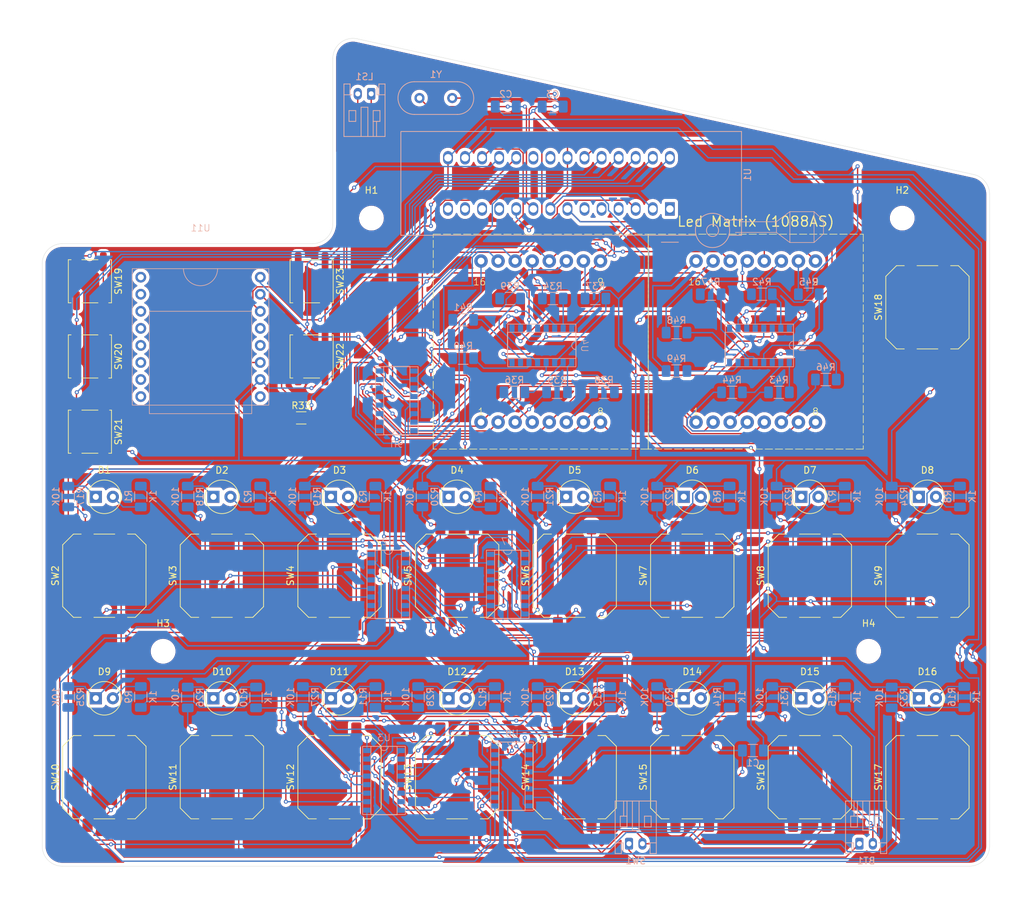
<source format=kicad_pcb>
(kicad_pcb (version 20241229) (generator "pcbnew") (generator_version "9.0")
  (layers (0 "F.Cu" signal) (2 "B.Cu" signal) (13 "F.Paste" user) (15 "B.Paste" user) (5 "F.SilkS" user "F.Silkscreen") (7 "B.SilkS" user "B.Silkscreen") (1 "F.Mask" user) (3 "B.Mask" user) (25 "Edge.Cuts" user))
  (net 0 "")
  (net 1 "Net-(BT1-+)")
  (net 2 "GND")
  (net 3 "VCC")
  (net 4 "Net-(D1-A)")
  (net 5 "Net-(D2-A)")
  (net 6 "Net-(D3-A)")
  (net 7 "Net-(D4-A)")
  (net 8 "Net-(D5-A)")
  (net 9 "Net-(D6-A)")
  (net 10 "Net-(D7-A)")
  (net 11 "Net-(D8-A)")
  (net 12 "Net-(D9-A)")
  (net 13 "Net-(D10-A)")
  (net 14 "Net-(D11-A)")
  (net 15 "Net-(D12-A)")
  (net 16 "Net-(D13-A)")
  (net 17 "Net-(D14-A)")
  (net 18 "Net-(D15-A)")
  (net 19 "Net-(D16-A)")
  (net 20 "Net-(U11-SPK_1)")
  (net 21 "led1")
  (net 22 "led2")
  (net 23 "led3")
  (net 24 "led4")
  (net 25 "led5")
  (net 26 "led6")
  (net 27 "led7")
  (net 28 "led8")
  (net 29 "led9")
  (net 30 "led10")
  (net 31 "led11")
  (net 32 "led12")
  (net 33 "led13")
  (net 34 "led14")
  (net 35 "led15")
  (net 36 "led16")
  (net 37 "Switch1")
  (net 38 "Switch2")
  (net 39 "Switch3")
  (net 40 "Switch4")
  (net 41 "Switch5")
  (net 42 "Switch6")
  (net 43 "Switch7")
  (net 44 "Switch8")
  (net 45 "Switch9")
  (net 46 "Switch10")
  (net 47 "Switch11")
  (net 48 "Switch12")
  (net 49 "Switch13")
  (net 50 "Switch14")
  (net 51 "Switch15")
  (net 52 "Switch16")
  (net 53 "DFPlayer_RX")
  (net 54 "Net-(U11-RX)")
  (net 55 "col1")
  (net 56 "Net-(R34-Pad2)")
  (net 57 "Net-(R35-Pad2)")
  (net 58 "col2")
  (net 59 "Net-(R36-Pad2)")
  (net 60 "col3")
  (net 61 "Net-(R37-Pad2)")
  (net 62 "col4")
  (net 63 "Net-(R38-Pad2)")
  (net 64 "col5")
  (net 65 "col6")
  (net 66 "Net-(R39-Pad2)")
  (net 67 "Net-(R40-Pad2)")
  (net 68 "col7")
  (net 69 "col8")
  (net 70 "Net-(R41-Pad2)")
  (net 71 "col9")
  (net 72 "Net-(R42-Pad2)")
  (net 73 "col10")
  (net 74 "Net-(R43-Pad2)")
  (net 75 "col11")
  (net 76 "Net-(R44-Pad2)")
  (net 77 "Net-(R45-Pad2)")
  (net 78 "col12")
  (net 79 "col13")
  (net 80 "Net-(R46-Pad2)")
  (net 81 "col14")
  (net 82 "Net-(R47-Pad2)")
  (net 83 "Net-(R48-Pad2)")
  (net 84 "col15")
  (net 85 "col16")
  (net 86 "Net-(R49-Pad2)")
  (net 87 "PC0")
  (net 88 "PC1")
  (net 89 "PC2")
  (net 90 "PC3")
  (net 91 "PC4")
  (net 92 "PC5")
  (net 93 "XTAL1")
  (net 95 "SER")
  (net 96 "PL")
  (net 98 "DFPlayer_TX")
  (net 100 "CLOCK")
  (net 101 "LATCH")
  (net 107 "XTAL2")
  (net 110 "Net-(U1-PB4)")
  (net 111 "Net-(U2-Q7)")
  (net 115 "Net-(U4-QH')")
  (net 116 "Net-(U4-SER)")
  (net 117 "Net-(U5-QH')")
  (net 118 "row7")
  (net 119 "row6")
  (net 120 "row4")
  (net 121 "row2")
  (net 122 "row1")
  (net 124 "row5")
  (net 125 "row3")
  (net 126 "row8")
  (net 127 "Net-(U7-QH')")
  (footprint "MountingHole:MountingHole_3.2mm_M3" (layer "F.Cu") (at 180 65.5)
    (property "Reference" "H2")
    (property "Value" "MountingHole")
  )
  (footprint "Button_Switch_SMD:SW_Push_1P1T_NO_CK_PTS125Sx73SMTR" (layer "F.Cu") (at 131.25 118.75 90)
    (property "Reference" "SW6")
    (property "Value" "SW_Push")
  )
  (footprint "Button_Switch_SMD:SW_Push_1P1T_NO_CK_PTS125Sx73SMTR" (layer "F.Cu") (at 148.75 118.75 90)
    (property "Reference" "SW7")
    (property "Value" "SW_Push")
  )
  (footprint "Custom_led:LED_D5.0mm" (layer "F.Cu") (at 183.75 107)
    (property "Reference" "D8")
    (property "Value" "LED")
  )
  (footprint "Button_Switch_SMD:SW_Push_1P1T_NO_CK_PTS125Sx73SMTR" (layer "F.Cu") (at 61.25 118.75 90)
    (property "Reference" "SW2")
    (property "Value" "SW_Push")
  )
  (footprint "Custom_led:LED_D5.0mm" (layer "F.Cu") (at 131.25 107)
    (property "Reference" "D5")
    (property "Value" "LED")
  )
  (footprint "Button_Switch_SMD:SW_Push_1P1T_NO_CK_KSC7xxJ" (layer "F.Cu") (at 92.1 74.9 90)
    (property "Reference" "SW23")
    (property "Value" "SW_Push")
  )
  (footprint "Button_Switch_SMD:SW_Push_1P1T_NO_CK_PTS125Sx73SMTR" (layer "F.Cu") (at 113.75 148.75 90)
    (property "Reference" "SW13")
    (property "Value" "SW_Push")
  )
  (footprint "Button_Switch_SMD:SW_Push_1P1T_NO_CK_PTS125Sx73SMTR" (layer "F.Cu") (at 113.75 118.75 90)
    (property "Reference" "SW5")
    (property "Value" "SW_Push")
  )
  (footprint "Button_Switch_SMD:SW_Push_1P1T_NO_CK_KSC7xxJ" (layer "F.Cu") (at 92.1 86.1 90)
    (property "Reference" "SW22")
    (property "Value" "SW_Push")
  )
  (footprint "Button_Switch_SMD:SW_Push_1P1T_NO_CK_PTS125Sx73SMTR" (layer "F.Cu") (at 78.75 118.75 90)
    (property "Reference" "SW3")
    (property "Value" "SW_Push")
  )
  (footprint "Button_Switch_SMD:SW_Push_1P1T_NO_CK_KSC7xxJ" (layer "F.Cu") (at 59.1 97.3 90)
    (property "Reference" "SW21")
    (property "Value" "SW_Push")
  )
  (footprint "Button_Switch_SMD:SW_Push_1P1T_NO_CK_PTS125Sx73SMTR" (layer "F.Cu") (at 148.75 148.75 90)
    (property "Reference" "SW15")
    (property "Value" "SW_Push")
  )
  (footprint "MountingHole:MountingHole_3.2mm_M3" (layer "F.Cu") (at 70 130)
    (property "Reference" "H3")
    (property "Value" "MountingHole")
  )
  (footprint "Button_Switch_SMD:SW_Push_1P1T_NO_CK_PTS125Sx73SMTR" (layer "F.Cu") (at 78.75 148.75 90)
    (property "Reference" "SW11")
    (property "Value" "SW_Push")
  )
  (footprint "Custom_led:LED_D5.0mm" (layer "F.Cu") (at 113.75 107)
    (property "Reference" "D4")
    (property "Value" "LED")
  )
  (footprint "Custom_led:LED_D5.0mm" (layer "F.Cu") (at 183.75 137)
    (property "Reference" "D16")
    (property "Value" "LED")
  )
  (footprint "Button_Switch_SMD:SW_Push_1P1T_NO_CK_PTS125Sx73SMTR" (layer "F.Cu") (at 183.75 118.75 90)
    (property "Reference" "SW9")
    (property "Value" "SW_Push")
  )
  (footprint "Button_Switch_SMD:SW_Push_1P1T_NO_CK_PTS125Sx73SMTR" (layer "F.Cu") (at 166.25 118.75 90)
    (property "Reference" "SW8")
    (property "Value" "SW_Push")
  )
  (footprint "Custom_led:LED_D5.0mm" (layer "F.Cu") (at 148.75 107)
    (property "Reference" "D6")
    (property "Value" "LED")
  )
  (footprint "Button_Switch_SMD:SW_Push_1P1T_NO_CK_PTS125Sx73SMTR" (layer "F.Cu") (at 166.25 148.75 90)
    (property "Reference" "SW16")
    (property "Value" "SW_Push")
  )
  (footprint "Custom_led:LED_D5.0mm" (layer "F.Cu") (at 166.25 107)
    (property "Reference" "D7")
    (property "Value" "LED")
  )
  (footprint "Custom_led:LED_D5.0mm" (layer "F.Cu") (at 78.75 107)
    (property "Reference" "D2")
    (property "Value" "LED")
  )
  (footprint "Custom_led:LED_D5.0mm" (layer "F.Cu") (at 61.25 107)
    (property "Reference" "D1")
    (property "Value" "LED")
  )
  (footprint "Button_Switch_SMD:SW_Push_1P1T_NO_CK_PTS125Sx73SMTR" (layer "F.Cu") (at 131.25 148.75 90)
    (property "Reference" "SW14")
    (property "Value" "SW_Push")
  )
  (footprint "Button_Switch_SMD:SW_Push_1P1T_NO_CK_KSC7xxJ" (layer "F.Cu") (at 59.1 74.9 90)
    (property "Reference" "SW19")
    (property "Value" "SW_Push")
  )
  (footprint "Custom_led:LED_D5.0mm" (layer "F.Cu") (at 113.75 137)
    (property "Reference" "D12")
    (property "Value" "LED")
  )
  (footprint "Led Matrix:1088AS_Led_3mm_size_32mm" (layer "F.Cu") (at 126.2 83.89)
    (property "Reference" "U9" (hide yes))
    (property "Value" "~")
  )
  (footprint "Custom_led:LED_D5.0mm" (layer "F.Cu") (at 61.25 137)
    (property "Reference" "D9")
    (property "Value" "LED")
  )
  (footprint "Button_Switch_SMD:SW_Push_1P1T_NO_CK_PTS125Sx43SMTR" (layer "F.Cu") (at 183.75 78.78 90)
    (property "Reference" "SW18")
    (property "Value" "SW_Push")
  )
  (footprint "Button_Switch_SMD:SW_Push_1P1T_NO_CK_PTS125Sx73SMTR" (layer "F.Cu") (at 96.25 118.75 90)
    (property "Reference" "SW4")
    (property "Value" "SW_Push")
  )
  (footprint "Button_Switch_SMD:SW_Push_1P1T_NO_CK_PTS125Sx73SMTR" (layer "F.Cu") (at 61.25 148.75 90)
    (property "Reference" "SW10")
    (property "Value" "SW_Push")
  )
  (footprint "Custom_led:LED_D5.0mm" (layer "F.Cu") (at 166.25 137)
    (property "Reference" "D15")
    (property "Value" "LED")
  )
  (footprint "Custom_led:LED_D5.0mm" (layer "F.Cu") (at 96.25 137)
    (property "Reference" "D11")
    (property "Value" "LED")
  )
  (footprint "Button_Switch_SMD:SW_Push_1P1T_NO_CK_PTS125Sx73SMTR" (layer "F.Cu") (at 183.75 148.75 90)
    (property "Reference" "SW17")
    (property "Value" "SW_Push")
  )
  (footprint "Custom_led:LED_D5.0mm" (layer "F.Cu") (at 148.75 137)
    (property "Reference" "D14")
    (property "Value" "LED")
  )
  (footprint "MountingHole:MountingHole_3.2mm_M3" (layer "F.Cu") (at 175 130)
    (property "Reference" "H4")
    (property "Value" "MountingHole")
  )
  (footprint "Resistor_SMD:R_1206_3216Metric_Pad1.30x1.75mm_HandSolder" (layer "F.Cu") (at 90.55 95.25)
    (property "Reference" "R33")
    (property "Value" "1K")
  )
  (footprint "Led Matrix:1088AS_Led_3mm_size_32mm" (layer "F.Cu") (at 158.2 83.89)
    (property "Reference" "U10" (hide yes))
    (property "Value" "~")
  )
  (footprint "MountingHole:MountingHole_3.2mm_M3" (layer "F.Cu") (at 101 65.5)
    (property "Reference" "H1")
    (property "Value" "MountingHole")
  )
  (footprint "Button_Switch_SMD:SW_Push_1P1T_NO_CK_PTS125Sx73SMTR" (layer "F.Cu") (at 96.25 148.75 90)
    (property "Reference" "SW12")
    (property "Value" "SW_Push")
  )
  (footprint "Button_Switch_SMD:SW_Push_1P1T_NO_CK_KSC7xxJ" (layer "F.Cu") (at 59.1 86.1 90)
    (property "Reference" "SW20")
    (property "Value" "SW_Push")
  )
  (footprint "Custom_led:LED_D5.0mm" (layer "F.Cu") (at 131.25 137)
    (property "Reference" "D13")
    (property "Value" "LED")
  )
  (footprint "Custom_led:LED_D5.0mm" (layer "F.Cu") (at 96.25 107)
    (property "Reference" "D3")
    (property "Value" "LED")
  )
  (footprint "Custom_led:LED_D5.0mm" (layer "F.Cu") (at 78.75 137)
    (property "Reference" "D10")
    (property "Value" "LED")
  )
  (footprint "Resistor_SMD:R_1206_3216Metric_Pad1.30x1.75mm_HandSolder" (layer "B.Cu") (at 159.105 76.835 180)
    (property "Reference" "R42")
    (property "Value" "1K")
  )
  (footprint "Resistor_SMD:R_1206_3216Metric_Pad1.30x1.75mm_HandSolder" (layer "B.Cu") (at 189.23 136.805 -90)
    (property "Reference" "R16")
    (property "Value" "1K")
  )
  (footprint "Crystal:Crystal_HC49-4H_Vertical" (layer "B.Cu") (at 113.03 47.625 180)
    (property "Reference" "Y1")
    (property "Value" "8Mhz")
  )
  (footprint "Resistor_SMD:R_1206_3216Metric_Pad1.30x1.75mm_HandSolder" (layer "B.Cu") (at 73.66 136.88 90)
    (property "Reference" "R26")
    (property "Value" "10K")
  )
  (footprint "SOP16:74HC595D" (layer "B.Cu") (at 121.285 120.65 180)
    (property "Reference" "U7")
    (property "Value" "74HC595")
  )
  (footprint "Resistor_SMD:R_1206_3216Metric_Pad1.30x1.75mm_HandSolder" (layer "B.Cu") (at 118.745 106.96 -90)
    (property "Reference" "R4")
    (property "Value" "1K")
  )
  (footprint "Resistor_SMD:R_1206_3216Metric_Pad1.30x1.75mm_HandSolder" (layer "B.Cu") (at 101.6 136.805 -90)
    (property "Reference" "R11")
    (property "Value" "1K")
  )
  (footprint "Resistor_SMD:R_1206_3216Metric_Pad1.30x1.75mm_HandSolder" (layer "B.Cu") (at 127.99 77.47 180)
    (property "Reference" "R34")
    (property "Value" "1K")
  )
  (footprint "Resistor_SMD:R_1206_3216Metric_Pad1.30x1.75mm_HandSolder" (layer "B.Cu") (at 146.405 88.265 180)
    (property "Reference" "R49")
    (property "Value" "1K")
  )
  (footprint "Resistor_SMD:R_1206_3216Metric_Pad1.30x1.75mm_HandSolder" (layer "B.Cu") (at 66.675 106.96 -90)
    (property "Reference" "R1")
    (property "Value" "1K")
  )
  (footprint "Resistor_SMD:R_1206_3216Metric_Pad1.30x1.75mm_HandSolder" (layer "B.Cu") (at 125.73 106.96 90)
    (property "Reference" "R21")
    (property "Value" "10K")
  )
  (footprint "Resistor_SMD:R_1206_3216Metric_Pad1.30x1.75mm_HandSolder" (layer "B.Cu") (at 143.51 136.805 90)
    (property "Reference" "R30")
    (property "Value" "10K")
  )
  (footprint "Connector_JST:JST_PH_S2B-PH-K_1x02_P2.00mm_Horizontal" (layer "B.Cu") (at 173.625 158.66)
    (property "Reference" "BT1")
    (property "Value" "Battery")
  )
  (footprint "Resistor_SMD:R_1206_3216Metric_Pad1.30x1.75mm_HandSolder" (layer "B.Cu") (at 168.63 89.535 180)
    (property "Reference" "R46")
    (property "Value" "1K")
  )
  (footprint "Resistor_SMD:R_1206_3216Metric_Pad1.30x1.75mm_HandSolder" (layer "B.Cu") (at 171.45 136.805 -90)
    (property "Reference" "R15")
    (property "Value" "1K")
  )
  (footprint "SOP16:74HC165D" (layer "B.Cu") (at 103.505 120.65 180)
    (property "Reference" "U2")
    (property "Value" "74HC165")
  )
  (footprint "Resistor_SMD:R_1206_3216Metric_Pad1.30x1.75mm_HandSolder" (layer "B.Cu") (at 91.085 106.96 90)
    (property "Reference" "R19")
    (property "Value" "10K")
  )
  (footprint "Resistor_SMD:R_1206_3216Metric_Pad1.30x1.75mm_HandSolder" (layer "B.Cu") (at 188.595 106.96 -90)
    (property "Reference" "R8")
    (property "Value" "1K")
  )
  (footprint "Resistor_SMD:R_1206_3216Metric_Pad1.30x1.75mm_HandSolder" (layer "B.Cu") (at 178.435 106.96 90)
    (property "Reference" "R24")
    (property "Value" "10K")
  )
  (footprint "Resistor_SMD:R_1206_3216Metric_Pad1.30x1.75mm_HandSolder" (layer "B.Cu") (at 119.38 136.805 -90)
    (property "Reference" "R12")
    (property "Value" "1K")
  )
  (footprint "Capacitor_SMD:C_1206_3216Metric_Pad1.33x1.80mm_HandSolder" (layer "B.Cu") (at 157.7725 144.78)
    (property "Reference" "C1")
    (property "Value" "100nf")
  )
  (footprint "Resistor_SMD:R_1206_3216Metric_Pad1.30x1.75mm_HandSolder" (layer "B.Cu") (at 55.88 136.805 90)
    (property "Reference" "R25")
    (property "Value" "10K")
  )
  (footprint "Socket Custom:ZIF_Socket-28_W7.62" (layer "B.Cu") (at 145.415 64.135 90)
    (property "Reference" "U1")
    (property "Value" "ATmega168PA-P")
  )
  (footprint "Resistor_SMD:R_1206_3216Metric_Pad1.30x1.75mm_HandSolder" (layer "B.Cu") (at 143.51 106.96 90)
    (property "Reference" "R22")
    (property "Value" "10K")
  )
  (footprint "Resistor_SMD:R_1206_3216Metric_Pad1.30x1.75mm_HandSolder" (layer "B.Cu") (at 161.29 106.96 90)
    (property "Reference" "R23")
    (property "Value" "10K")
  )
  (footprint "Resistor_SMD:R_1206_3216Metric_Pad1.30x1.75mm_HandSolder" (layer "B.Cu") (at 121.64 77.47 180)
    (property "Reference" "R39")
    (property "Value" "1K")
  )
  (footprint "Connector_JST:JST_PH_S2B-PH-K_1x02_P2.00mm_Horizontal" (layer "B.Cu") (at 139.335 158.66)
    (property "Reference" "SW1")
    (property "Value" "SW_DIP_x01")
  )
  (footprint "Resistor_SMD:R_1206_3216Metric_Pad1.30x1.75mm_HandSolder" (layer "B.Cu") (at 146.405 82.55 180)
    (property "Reference" "R48")
    (property "Value" "1K")
  )
  (footprint "Resistor_SMD:R_1206_3216Metric_Pad1.30x1.75mm_HandSolder" (layer "B.Cu") (at 178.435 136.88 90)
    (property "Reference" "R32")
    (property "Value" "10K")
  )
  (footprint "Resistor_SMD:R_1206_3216Metric_Pad1.30x1.75mm_HandSolder" (layer "B.Cu") (at 166.09 76.835 180)
    (property "Reference" "R45")
    (property "Value" "1K")
  )
  (footprint "Resistor_SMD:R_1206_3216Metric_Pad1.30x1.75mm_HandSolder" (layer "B.Cu") (at 125.73 136.805 90)
    (property "Reference" "R29")
    (property "Value" "10K")
  )
  (footprint "Capacitor_SMD:C_1206_3216Metric_Pad1.33x1.80mm_HandSolder" (layer "B.Cu") (at 120.9925 48.895 180)
    (property "Reference" "C2")
    (property "Value" "22pf")
  )
  (footprint "SOP16:74HC595D" (layer "B.Cu") (at 125.73 84.455 90)
    (property "Reference" "U4")
    (property "Value" "74HC595")
  )
  (footprint "SOP16:74HC595D" (layer "B.Cu") (at 104.775 92.075)
    (property "Reference" "U6")
    (property "Value" "74HC595")
  )
  (footprint "Resistor_SMD:R_1206_3216Metric_Pad1.30x1.75mm_HandSolder" (layer "B.Cu") (at 114.655 80.645 180)
    (property "Reference" "R41")
    (property "Value" "1K")
  )
  (footprint "Resistor_SMD:R_1206_3216Metric_Pad1.30x1.75mm_HandSolder" (layer "B.Cu") (at 154.66 91.44 180)
    (property "Reference" "R44")
    (property "Value" "1K")
  )
  (footprint "Resistor_SMD:R_1206_3216Metric_Pad1.30x1.75mm_HandSolder" (layer "B.Cu") (at 101.6 106.96 -90)
    (property "Reference" "R3")
    (property "Value" "1K")
  )
  (footprint "Resistor_SMD:R_1206_3216Metric_Pad1.30x1.75mm_HandSolder" (layer "B.Cu") (at 107.95 136.805 90)
    (property "Reference" "R28")
    (property "Value" "10K")
  )
  (footprint "Capacitor_SMD:C_1206_3216Metric_Pad1.33x1.80mm_HandSolder" (layer "B.Cu") (at 127.9775 48.895 180)
    (property "Reference" "C3")
    (property "Value" "22pf")
  )
  (footprint "Resistor_SMD:R_1206_3216Metric_Pad1.30x1.75mm_HandSolder" (layer "B.Cu") (at 134.34 77.47 180)
    (property "Reference" "R37")
    (property "Value" "1K")
  )
  (footprint "Connector_JST:JST_PH_S2B-PH-K_1x02_P2.00mm_Horizontal" (layer "B.Cu") (at 100.965 46.99 180)
    (property "Reference" "LS1")
    (property "Value" "Speaker")
  )
  (footprint "SOP16:74HC595D" (layer "B.Cu") (at 121.92 149.225 180)
    (property "Reference" "U8")
    (property "Value" "74HC595")
  )
  (footprint "Resistor_SMD:R_1206_3216Metric_Pad1.30x1.75mm_HandSolder" (layer "B.Cu") (at 84.455 106.96 -90)
    (property "Reference" "R2")
    (property "Value" "1K")
  )
  (footprint "Resistor_SMD:R_1206_3216Metric_Pad1.30x1.75mm_HandSolder" (layer "B.Cu") (at 66.675 136.805 -90)
    (property "Reference" "R9")
    (property "Value" "1K")
  )
  (footprint "Resistor_SMD:R_1206_3216Metric_Pad1.30x1.75mm_HandSolder" (layer "B.Cu") (at 151.485 76.835 180)
    (property "Reference" "R47")
    (property "Value" "1K")
  )
  (footprint "Resistor_SMD:R_1206_3216Metric_Pad1.30x1.75mm_HandSolder" (layer "B.Cu") (at 136.525 106.96 -90)
    (property "Reference" "R5")
    (property "Value" "1K")
  )
  (footprint "Resistor_SMD:R_1206_3216Metric_Pad1.30x1.75mm_HandSolder" (layer "B.Cu") (at 108.585 106.96 90)
    (property "Reference" "R20")
    (property "Value" "10K")
  )
  (footprint "Resistor_SMD:R_1206_3216Metric_Pad1.30x1.75mm_HandSolder" (layer "B.Cu") (at 135.61 91.44 180)
    (property "Reference" "R38")
    (property "Value" "1K")
  )
  (footprint "SOP16:74HC595D" (layer "B.Cu") (at 158.115 84.455 90)
    (property "Reference" "U5")
    (property "Value" "74HC595")
  )
  (footprint "Audio_player:DFPlayer_mini" (layer "B.Cu") (at 75.565 83.185 180)
    (property "Reference" "U11")
    (property "Value" "~")
  )
  (footprint "Resistor_SMD:R_1206_3216Metric_Pad1.30x1.75mm_HandSolder" (layer "B.Cu") (at 55.88 106.96 90)
    (property "Reference" "R17")
    (property "Value" "10K")
  )
  (footprint "Resistor_SMD:R_1206_3216Metric_Pad1.30x1.75mm_HandSolder" (layer "B.Cu") (at 128.625 91.44 180)
    (property "Reference" "R35")
    (property "Value" "1K")
  )
  (footprint "Resistor_SMD:R_1206_3216Metric_Pad1.30x1.75mm_HandSolder" (layer "B.Cu") (at 73.66 106.96 90)
    (property "Reference" "R18")
    (property "Value" "10K")
  )
  (footprint "Resistor_SMD:R_1206_3216Metric_Pad1.30x1.75mm_HandSolder" (layer "B.Cu") (at 160.655 136.805 90)
    (property "Reference" "R31")
    (property "Value" "10K")
  )
  (footprint "Resistor_SMD:R_1206_3216Metric_Pad1.30x1.75mm_HandSolder" (layer "B.Cu") (at 114.655 86.36 180)
    (property "Reference" "R40")
    (property "Value" "1K")
  )
  (footprint "Resistor_SMD:R_1206_3216Metric_Pad1.30x1.75mm_HandSolder" (layer "B.Cu") (at 83.82 136.88 -90)
    (property "Reference" "R10")
    (property "Value" "1K")
  )
  (footprint "Resistor_SMD:R_1206_3216Metric_Pad1.30x1.75mm_HandSolder" (layer "B.Cu") (at 90.805 136.805 90)
    (property "Reference" "R27")
    (property "Value" "10K")
  )
  (footprint "Resistor_SMD:R_1206_3216Metric_Pad1.30x1.75mm_HandSolder" (layer "B.Cu") (at 136.525 136.805 -90)
    (property "Reference" "R13")
    (property "Value" "1K")
  )
  (footprint "Resistor_SMD:R_1206_3216Metric_Pad1.30x1.75mm_HandSolder" (layer "B.Cu") (at 161.645 91.44 180)
    (property "Reference" "R43")
    (property "Value" "1K")
  )
  (footprint "SOP16:74HC165D" (layer "B.Cu") (at 102.87 149.86 180)
    (property "Reference" "U3")
    (property "Value" "74HC165")
  )
  (footprint "Resistor_SMD:R_1206_3216Metric_Pad1.30x1.75mm_HandSolder" (layer "B.Cu") (at 171.45 106.96 -90)
    (property "Reference" "R7")
    (property "Value" "1K")
  )
  (footprint "Resistor_SMD:R_1206_3216Metric_Pad1.30x1.75mm_HandSolder" (layer "B.Cu") (at 154.305 106.96 -90)
    (property "Reference" "R6")
    (property "Value" "1K")
  )
  (footprint "Resistor_SMD:R_1206_3216Metric_Pad1.30x1.75mm_HandSolder" (layer "B.Cu") (at 122.275 91.44 180)
    (property "Reference" "R36")
    (property "Value" "1K")
  )
  (footprint "Resistor_SMD:R_1206_3216Metric_Pad1.30x1.75mm_HandSolder" (layer "B.Cu") (at 154.305 136.805 -90)
    (property "Reference" "R14")
    (property "Value" "1K")
  )
  (gr_arc (start 95.25 66.3) (mid 94.37132 68.42132) (end 92.25 69.3) (stroke (width 0.05)) (layer "Edge.Cuts"))
  (gr_arc (start 95.25 41.732674) (mid 96.370625 39.394309) (end 98.8953 38.802898) (stroke (width 0.05)) (layer "Edge.Cuts"))
  (gr_arc (start 190.6453 59.011364) (mid 192.33835 60.061769) (end 193 61.94114) (stroke (width 0.05)) (layer "Edge.Cuts"))
  (gr_line (start 193 61.94114) (end 193 159) (stroke (width 0.05)) (layer "Edge.Cuts"))
  (gr_arc (start 193 159) (mid 192.12132 161.12132) (end 190 162) (stroke (width 0.05)) (layer "Edge.Cuts"))
  (gr_line (start 55 69.3) (end 92.25 69.3) (stroke (width 0.05)) (layer "Edge.Cuts"))
  (gr_arc (start 55 162) (mid 52.87868 161.12132) (end 52 159) (stroke (width 0.05)) (layer "Edge.Cuts"))
  (gr_line (start 95.25 66.3) (end 95.25 41.732674) (stroke (width 0.05)) (layer "Edge.Cuts"))
  (gr_line (start 52 159) (end 52 72.3) (stroke (width 0.05)) (layer "Edge.Cuts"))
  (gr_line (start 98.8953 38.802898) (end 190.6453 59.011364) (stroke (width 0.05)) (layer "Edge.Cuts"))
  (gr_line (start 190 162) (end 55 162) (stroke (width 0.05)) (layer "Edge.Cuts"))
  (gr_arc (start 52 72.3) (mid 52.87868 70.17868) (end 55 69.3) (stroke (width 0.05)) (layer "Edge.Cuts"))
  (segment (start 171.63 160.655) (end 140.335 160.655) (width 0.2) (layer "F.Cu") (net 1))
  (segment (start 173.625 158.66) (end 171.63 160.655) (width 0.2) (layer "F.Cu") (net 1))
  (segment (start 140.335 160.655) (end 139.335 159.655) (width 0.2) (layer "F.Cu") (net 1))
  (segment (start 139.335 159.655) (end 139.335 158.66) (width 0.2) (layer "F.Cu") (net 1))
  (segment (start 140.335 88.9) (end 140.335 81.28) (width 0.2) (layer "F.Cu") (net 2))
  (segment (start 175.625 158.66) (end 175.625 155.94) (width 0.2) (layer "F.Cu") (net 2))
  (segment (start 140.335 88.9) (end 134.62 83.185) (width 0.2) (layer "F.Cu") (net 2))
  (segment (start 127 83.185) (end 124.46 85.725) (width 0.2) (layer "F.Cu") (net 2))
  (segment (start 186.25 85.93) (end 186.25 71.63) (width 0.2) (layer "F.Cu") (net 2))
  (segment (start 130.175 54.61) (end 130.175 56.515) (width 0.2) (layer "F.Cu") (net 2))
  (segment (start 94.1 77.8) (end 94.1 72) (width 0.2) (layer "F.Cu") (net 2))
  (segment (start 113.665 149.86) (end 113.665 149.225) (width 0.2) (layer "F.Cu") (net 2))
  (segment (start 140.335 81.28) (end 140.97 80.645) (width 0.2) (layer "F.Cu") (net 2))
  (segment (start 122.555 121.285) (end 122.555 123.19) (width 0.2) (layer "F.Cu") (net 2))
  (segment (start 124.46 85.725) (end 120.65 85.725) (width 0.2) (layer "F.Cu") (net 2))
  (segment (start 98.965 53.435) (end 96.52 55.88) (width 0.2) (layer "F.Cu") (net 2))
  (segment (start 120.65 119.38) (end 122.555 121.285) (width 0.2) (layer "F.Cu") (net 2))
  (segment (start 150.495 88.9) (end 151.765 87.63) (width 0.2) (layer "F.Cu") (net 2))
  (segment (start 65.275 100.2) (end 61.1 100.2) (width 0.2) (layer "F.Cu") (net 2))
  (segment (start 61.1 89) (end 61.1 83.2) (width 0.2) (layer "F.Cu") (net 2))
  (segment (start 93.345 138.635) (end 93.345 139.065) (width 0.2) (layer "F.Cu") (net 2))
  (segment (start 101.450735 145.900735) (end 101.450735 147.592205) (width 0.2) (layer "F.Cu") (net 2))
  (segment (start 175.625 155.94) (end 175.26 155.575) (width 0.2) (layer "F.Cu") (net 2))
  (segment (start 106.068845 101.623845) (end 106.045 101.6) (width 0.2) (layer "F.Cu") (net 2))
  (segment (start 94.98 137) (end 93.345 138.635) (width 0.2) (layer "F.Cu") (net 2))
  (segment (start 102.87 118.11) (end 104.775 120.015) (width 0.2) (layer "F.Cu") (net 2))
  (segment (start 127.635 63.5) (end 130.175 60.96) (width 0.2) (layer "F.Cu") (net 2))
  (segment (start 61.1 77.8) (end 61.1 83.2) (width 0.2) (layer "F.Cu") (net 2))
  (segment (start 186.25 89.34) (end 186.25 85.93) (width 0.2) (layer "F.Cu") (net 2))
  (segment (start 109.243845 101.623845) (end 106.068845 101.623845) (width 0.2) (layer "F.Cu") (net 2))
  (segment (start 92.295 90.805) (end 94.1 89) (width 0.2) (layer "F.Cu") (net 2))
  (segment (start 96.52 69.58) (end 94.1 72) (width 0.2) (layer "F.Cu") (net 2))
  (segment (start 184.15 91.44) (end 186.25 89.34) (width 0.2) (layer "F.Cu") (net 2))
  (segment (start 94.1 77.8) (end 94.1 83.2) (width 0.2) (layer "F.Cu") (net 2))
  (segment (start 65.405 100.33) (end 65.275 100.2) (width 0.2) (layer "F.Cu") (net 2))
  (segment (start 110.49 153.035) (end 113.665 149.86) (width 0.2) (layer "F.Cu") (net 2))
  (segment (start 92.075 90.805) (end 92.295 90.805) (width 0.2) (layer "F.Cu") (net 2))
  (segment (start 101.450735 147.592205) (end 104.246765 150.388235) (width 0.2) (layer "F.Cu") (net 2))
  (segment (start 127.635 64.135) (end 127.635 63.5) (width 0.2) (layer "F.Cu") (net 2))
  (segment (start 129.98 107) (end 125.73 111.25) (width 0.2) (layer "F.Cu") (net 2))
  (segment (start 134.62 83.185) (end 127 83.185) (width 0.2) (layer "F.Cu") (net 2))
  (segment (start 125.095 49.53) (end 130.175 54.61) (width 0.2) (layer "F.Cu") (net 2))
  (segment (start 61.1 94.4) (end 61.1 100.2) (width 0.2) (layer "F.Cu") (net 2))
  (segment (start 98.965 46.99) (end 98.965 53.435) (width 0.2) (layer "F.Cu") (net 2))
  (segment (start 151.765 87.63) (end 155.575 83.82) (width 0.2) (layer "F.Cu") (net 2))
  (segment (start 125.73 111.25) (end 125.73 123.825) (width 0.2) (layer "F.Cu") (net 2))
  (segment (start 96.52 55.88) (end 96.52 69.58) (width 0.2) (layer "F.Cu") (net 2))
  (segment (start 94.1 89) (end 94.1 83.2) (width 0.2) (layer "F.Cu") (net 2))
  (segment (start 140.335 88.9) (end 150.495 88.9) (width 0.2) (layer "F.Cu") (net 2))
  (segment (start 61.1 89) (end 61.1 94.4) (width 0.2) (layer "F.Cu") (net 2))
  (segment (start 155.575 83.82) (end 158.75 83.82) (width 0.2) (layer "F.Cu") (net 2))
  (segment (start 130.175 60.96) (end 130.175 56.515) (width 0.2) (layer "F.Cu") (net 2))
  (segment (start 61.1 77.8) (end 61.1 72) (width 0.2) (layer "F.Cu") (net 2))
  (via (at 92.075 90.805) (size 0.6) (drill 0.3) (layers "F.Cu" "B.Cu") (net 2))
  (via (at 120.65 85.725) (size 0.6) (drill 0.3) (layers "F.Cu" "B.Cu") (net 2))
  (via (at 93.345 139.065) (size 0.6) (drill 0.3) (layers "F.Cu" "B.Cu") (net 2))
  (via (at 65.405 100.33) (size 0.6) (drill 0.3) (layers "F.Cu" "B.Cu") (net 2))
  (via (at 106.045 101.6) (size 0.6) (drill 0.3) (layers "F.Cu" "B.Cu") (net 2))
  (via (at 127 83.185) (size 0.6) (drill 0.3) (layers "F.Cu" "B.Cu") (net 2))
  (via (at 175.26 155.575) (size 0.6) (drill 0.3) (layers "F.Cu" "B.Cu") (net 2))
  (via (at 158.75 83.82) (size 0.6) (drill 0.3) (layers "F.Cu" "B.Cu") (net 2))
  (via (at 184.15 91.44) (size 0.6) (drill 0.3) (layers "F.Cu" "B.Cu") (net 2))
  (via (at 110.49 153.035) (size 0.6) (drill 0.3) (layers "F.Cu" "B.Cu") (net 2))
  (via (at 125.73 123.825) (size 0.6) (drill 0.3) (layers "F.Cu" "B.Cu") (net 2))
  (via (at 104.775 120.015) (size 0.6) (drill 0.3) (layers "F.Cu" "B.Cu") (net 2))
  (via (at 125.095 49.53) (size 0.6) (drill 0.3) (layers "F.Cu" "B.Cu") (net 2))
  (via (at 120.65 119.38) (size 0.6) (drill 0.3) (layers "F.Cu" "B.Cu") (net 2))
  (via (at 102.87 118.11) (size 0.6) (drill 0.3) (layers "F.Cu" "B.Cu") (net 2))
  (via (at 101.450735 145.900735) (size 0.6) (drill 0.3) (layers "F.Cu" "B.Cu") (net 2))
  (via (at 113.665 149.225) (size 0.6) (drill 0.3) (layers "F.Cu" "B.Cu") (net 2))
  (via (at 122.555 123.19) (size 0.6) (drill 0.3) (layers "F.Cu" "B.Cu") (net 2))
  (via (at 151.765 87.63) (size 0.6) (drill 0.3) (layers "F.Cu" "B.Cu") (net 2))
  (via (at 104.246765 150.388235) (size 0.6) (drill 0.3) (layers "F.Cu" "B.Cu") (net 2))
  (via (at 140.335 88.9) (size 0.6) (drill 0.3) (layers "F.Cu" "B.Cu") (net 2))
  (via (at 140.97 80.645) (size 0.6) (drill 0.3) (layers "F.Cu" "B.Cu") (net 2))
  (via (at 109.243845 101.623845) (size 0.6) (drill 0.3) (layers "F.Cu" "B.Cu") (net 2))
  (segment (start 178.435 135.33) (end 180.81 135.33) (width 0.2) (layer "B.Cu") (net 2))
  (segment (start 108.585 105.41) (end 110.89 105.41) (width 0.2) (layer "B.Cu") (net 2))
  (segment (start 84.455 89.535) (end 85.725 90.805) (width 0.2) (layer "B.Cu") (net 2))
  (segment (start 76.2 133.35) (end 78.105 131.445) (width 0.2) (layer "B.Cu") (net 2))
  (segment (start 143.51 104.775) (end 146.685 101.6) (width 0.2) (layer "B.Cu") (net 2))
  (segment (start 77.47 101.6) (end 66.675 101.6) (width 0.2) (layer "B.Cu") (net 2))
  (segment (start 136.276 63.432088) (end 135.073912 62.23) (width 0.2) (layer "B.Cu") (net 2))
  (segment (start 101.816 113.836) (end 101.816 116.539) (width 0.2) (layer "B.Cu") (net 2))
  (segment (start 174.625 101.6) (end 178.435 105.41) (width 0.2) (layer "B.Cu") (net 2))
  (segment (start 106.765 93.345) (end 106.045 94.065) (width 0.2) (layer "B.Cu") (net 2))
  (segment (start 159.385 83.185) (end 159.385 81.915) (width 0.2) (layer "B.Cu") (net 2))
  (segment (start 103.086 89.751) (end 103.086 88.566) (width 0.2) (layer "B.Cu") (net 2))
  (segment (start 114.935 147.955) (end 119.38 147.955) (width 0.2) (layer "B.Cu") (net 2))
  (segment (start 97.756 141.639) (end 97.79 141.605) (width 0.2) (layer "B.Cu") (net 2))
  (segment (start 94.895 101.6) (end 91.085 105.41) (width 0.2) (layer "B.Cu") (net 2))
  (segment (start 146.685 101.6) (end 140.335 101.6) (width 0.2) (layer "B.Cu") (net 2))
  (segment (start 73.66 105.41) (end 75.89 105.41) (width 0.2) (layer "B.Cu") (net 2))
  (segment (start 140.335 101.6) (end 140.335 100.965) (width 0.2) (layer "B.Cu") (net 2))
  (segment (start 101.6 141.605) (end 102.87 142.875) (width 0.2) (layer "B.Cu") (net 2))
  (segment (start 135.535 131.445) (end 118.11 131.445) (width 0.2) (layer "B.Cu") (net 2))
  (segment (start 81.28 101.6) (end 77.47 101.6) (width 0.2) (layer "B.Cu") (net 2))
  (segment (start 110.49 101.6) (end 108.585 103.505) (width 0.2) (layer "B.Cu") (net 2))
  (segment (start 146.05 105.57) (end 147.48 107) (width 0.2) (layer "B.Cu") (net 2))
  (segment (start 106.045 101.6) (end 94.895 101.6) (width 0.2) (layer "B.Cu") (net 2))
  (segment (start 125.73 104.775) (end 128.905 101.6) (width 0.2) (layer "B.Cu") (net 2))
  (segment (start 106.68 93.345) (end 103.086 89.751) (width 0.2) (layer "B.Cu") (net 2))
  (segment (start 104.775 123.74) (end 105.495 124.46) (width 0.2) (layer "B.Cu") (net 2))
  (segment (start 145.89 137) (end 147.48 137) (width 0.2) (layer "B.Cu") (net 2))
  (segment (start 140.335 101.6) (end 128.905 101.6) (width 0.2) (layer "B.Cu") (net 2))
  (segment (start 162.56 101.6) (end 174.625 101.6) (width 0.2) (layer "B.Cu") (net 2))
  (segment (start 100.965 116.84) (end 101.6 116.84) (width 0.2) (layer "B.Cu") (net 2))
  (segment (start 104.246765 152.528823) (end 105.387942 153.67) (width 0.2) (layer "B.Cu") (net 2))
  (segment (start 55.88 135.255) (end 58.42 135.255) (width 0.2) (layer "B.Cu") (net 2))
  (segment (start 94.98 107) (end 101.816 113.836) (width 0.2) (layer "B.Cu") (net 2))
  (segment (start 125.73 135.255) (end 128.235 135.255) (width 0.2) (layer "B.Cu") (net 2))
  (segment (start 118.11 131.445) (end 118.035 131.445) (width 0.2) (layer "B.Cu") (net 2))
  (segment (start 124.46 50.165) (end 125.095 49.53) (width 0.2) (layer "B.Cu") (net 2))
  (segment (start 159.335 142.825) (end 157.48 140.97) (width 0.2) (layer "B.Cu") (net 2))
  (segment (start 153.035 131.445) (end 135.535 131.445) (width 0.2) (layer "B.Cu") (net 2))
  (segment (start 103.086 88.566) (end 102.785 88.265) (width 0.2) (layer "B.Cu") (net 2))
  (segment (start 127 83.185) (end 127 81.915) (width 0.2) (layer "B.Cu") (net 2))
  (segment (start 104.775 120.015) (end 104.775 123.74) (width 0.2) (layer "B.Cu") (net 2))
  (segment (start 143.51 105.41) (end 146.05 105.41) (width 0.2) (layer "B.Cu") (net 2))
  (segment (start 108.585 103.505) (end 108.585 105.41) (width 0.2) (layer "B.Cu") (net 2))
  (segment (start 125.73 123.825) (end 125.095 124.46) (width 0.2) (layer "B.Cu") (net 2))
  (segment (start 157.48 131.445) (end 153.035 131.445) (width 0.2) (layer "B.Cu") (net 2))
  (segment (start 90.805 135.255) (end 93.235 135.255) (width 0.2) (layer "B.Cu") (net 2))
  (segment (start 118.745 119.38) (end 120.65 119.38) (width 0.2) (layer "B.Cu") (net 2))
  (segment (start 136.276 64.339912) (end 136.276 63.432088) (width 0.2) (layer "B.Cu") (net 2))
  (segment (start 122.555 123.19) (end 122.555 123.212058) (width 0.2) (layer "B.Cu") (net 2))
  (segment (start 104.246765 150.388235) (end 104.246765 152.528823) (width 0.2) (layer "B.Cu") (net 2))
  (segment (start 101.6 116.84) (end 102.87 118.11) (width 0.2) (layer "B.Cu") (net 2))
  (segment (start 94.895 101.6) (end 81.28 101.6) (width 0.2) (layer "B.Cu") (net 2))
  (segment (start 160.655 135.255) (end 163.235 135.255) (width 0.2) (layer "B.Cu") (net 2))
  (segment (start 58.42 135.255) (end 58.42 135.44) (width 0.2) (layer "B.Cu") (net 2))
  (segment (start 78.105 131.445) (end 83.035 131.445) (width 0.2) (layer "B.Cu") (net 2))
  (segment (start 110.49 101.6) (end 109.26769 101.6) (width 0.2) (layer "B.Cu") (net 2))
  (segment (start 113.665 149.225) (end 114.935 147.955) (width 0.2) (layer "B.Cu") (net 2))
  (segment (start 97.79 141.605) (end 101.6 141.605) (width 0.2) (layer "B.Cu") (net 2))
  (segment (start 128.235 135.255) (end 129.98 137) (width 0.2) (layer "B.Cu") (net 2))
  (segment (start 109.855 153.67) (end 110.49 153.035) (width 0.2) (layer "B.Cu") (net 2))
  (segment (start 125.73 105.41) (end 125.73 104.775) (width 0.2) (layer "B.Cu") (net 2))
  (segment (start 75.89 105.41) (end 77.48 107) (width 0.2) (layer "B.Cu") (net 2))
  (segment (start 101.30147 146.05) (end 101.450735 145.900735) (width 0.2) (layer "B.Cu") (net 2))
  (segment (start 95.919 141.639) (end 97.756 141.639) (width 0.2) (layer "B.Cu") (net 2))
  (segment (start 123.609 151.634) (end 123.609 152.734) (width 0.2) (layer "B.Cu") (net 2))
  (segment (start 59.69 102.87) (end 57.15 105.41) (width 0.2) (layer "B.Cu") (net 2))
  (segment (start 157.48 138.43) (end 157.48 131.445) (width 0.2) (layer "B.Cu") (net 2))
  (segment (start 58.42 135.44) (end 59.98 137) (width 0.2) (layer "B.Cu") (net 2))
  (segment (start 107.315 93.345) (end 106.765 93.345) (width 0.2) (layer "B.Cu") (net 2))
  (segment (start 81.28 92.71) (end 84.455 89.535) (width 0.2) (layer "B.Cu") (net 2))
  (segment (start 102.785 88.265) (end 102.235 88.265) (width 0.2) (layer "B.Cu") (net 2))
  (segment (start 73.66 135.33) (end 75.81 135.33) (width 0.2) (layer "B.Cu") (net 2))
  (segment (start 128.905 101.6) (end 110.49 101.6) (width 0.2) (layer "B.Cu") (net 2))
  (segment (start 153.035 131.445) (end 147.48 137) (width 0.2) (layer "B.Cu") (net 2))
  (segment (start 110.735 135.255) (end 112.48 137) (width 0.2) (layer "B.Cu") (net 2))
  (segment (start 180.89 105.41) (end 182.48 107) (width 0.2) (layer "B.Cu") (net 2))
  (segment (start 59.98 137) (end 63.63 133.35) (width 0.2) (layer "B.Cu") (net 2))
  (segment (start 158.75 83.82) (end 159.385 83.185) (width 0.2) (layer "B.Cu") (net 2))
  (segment (start 140.97 80.645) (end 142.24 79.375) (width 0.2) (layer "B.Cu") (net 2))
  (segment (start 128.39 105.41) (end 129.98 107) (width 0.2) (layer "B.Cu") (net 2))
  (segment (start 101.515 116.84) (end 100.965 116.84) (width 0.2) (layer "B.Cu") (net 2))
  (segment (start 178.435 97.155) (end 184.15 91.44) (width 0.2) (layer "B.Cu") (net 2))
  (segment (start 81.28 101.6) (end 81.28 92.71) (width 0.2) (layer "B.Cu") (net 2))
  (segment (start 102.87 142.875) (end 102.87 143.532058) (width 0.2) (layer "B.Cu") (net 2))
  (segment (start 175.26 155.575) (end 164.465 144.78) (width 0.2) (layer "B.Cu") (net 2))
  (segment (start 157.48 140.97) (end 157.48 138.43) (width 0.2) (layer "B.Cu") (net 2))
  (segment (start 161.29 105.41) (end 161.29 102.87) (width 0.2) (layer "B.Cu") (net 2))
  (segment (start 143.51 105.41) (end 143.51 104.775) (width 0.2) (layer "B.Cu") (net 2))
  (segment (start 157.48 138.43) (end 160.655 135.255) (width 0.2) (layer "B.Cu") (net 2))
  (segment (start 129.54 62.23) (end 127.635 64.135) (width 0.2) (layer "B.Cu") (net 2))
  (segment (start 83.035 131.445) (end 77.48 137) (width 0.2) (layer "B.Cu") (net 2))
  (segment (start 135.073912 62.23) (end 129.54 62.23) (width 0.2) (layer "B.Cu") (net 2))
  (segment (start 180.81 135.33) (end 182.48 137) (width 0.2) (layer "B.Cu") (net 2))
  (segment (start 143.51 135.255) (end 144.145 135.255) (width 0.2) (layer "B.Cu") (net 2))
  (segment (start 57.15 105.41) (end 55.88 105.41) (width 0.2) (layer "B.Cu") (net 2))
  (segment (start 55.88 105.41) (end 58.39 105.41) (width 0.2) (layer "B.Cu") (net 2))
  (segment (start 118.11 131.445) (end 100.965 131.445) (width 0.2) (layer "B.Cu") (net 2))
  (segment (start 107.315 93.345) (end 106.68 93.345) (width 0.2) (layer "B.Cu") (net 2))
  (segment (start 146.05 105.41) (end 146.05 105.57) (width 0.2) (layer "B.Cu") (net 2))
  (segment (start 171.45 131.445) (end 175.335 135.33) (width 0.2) (layer "B.Cu") (net 2))
  (segment (start 159.335 144.78) (end 159.335 142.825) (width 0.2) (layer "B.Cu") (net 2))
  (segment (start 119.43 48.895) (end 120.7 50.165) (width 0.2) (layer "B.Cu") (net 2))
  (segment (start 163.39 105.41) (end 164.98 107) (width 0.2) (layer "B.Cu") (net 2))
  (segment (start 157.48 131.445) (end 171.45 131.445) (width 0.2) (layer "B.Cu") (net 2))
  (segment (start 175.335 135.33) (end 178.435 135.33) (width 0.2) (layer "B.Cu") (net 2))
  (segment (start 157.48 125.095) (end 157.48 101.6) (width 0.2) (layer "B.Cu") (net 2))
  (segment (start 107.95 135.255) (end 110.735 135.255) (width 0.2) (layer "B.Cu") (net 2))
  (segment (start 123.91 153.035) (end 124.46 153.035) (width 0.2) (layer "B.Cu") (net 2))
  (segment (start 142.24 79.375) (end 142.24 70.303912) (width 0.2) (layer "B.Cu") (net 2))
  (segment (start 161.29 102.87) (end 162.56 101.6) (width 0.2) (layer "B.Cu") (net 2))
  (segment (start 120.65 85.725) (end 121.92 86.995) (width 0.2) (layer "B.Cu") (net 2))
  (segment (start 58.39 105.41) (end 59.98 107) (width 0.2) (layer "B.Cu") (net 2))
  (segment (start 178.435 105.41) (end 180.89 105.41) (width 0.2) (layer "B.Cu") (net 2))
  (segment (start 153.67 87.63) (end 154.305 86.995) (width 0.2) (layer "B.Cu") (net 2))
  (segment (start 91.085 105.41) (end 93.39 105.41) (width 0.2) (layer "B.Cu") (net 2))
  (segment (start 105.387942 153.67) (end 105.41 153.67) (width 0.2) (layer "B.Cu") (net 2))
  (segment (start 119.93 147.955) (end 123.609 151.634) (width 0.2) (layer "B.Cu") (net 2))
  (segment (start 163.235 135.255) (end 164.98 137) (width 0.2) (layer "B.Cu") (net 2))
  (segment (start 151.765 87.63) (end 153.67 87.63) (width 0.2) (layer "B.Cu") (net 2))
  (segment (start 101.816 116.539) (end 101.515 116.84) (width 0.2) (layer "B.Cu") (net 2))
  (segment (start 76.2 102.87) (end 59.69 102.87) (width 0.2) (layer "B.Cu") (net 2))
  (segment (start 122.555 123.212058) (end 123.802942 124.46) (width 0.2) (layer "B.Cu") (net 2))
  (segment (start 100.965 131.445) (end 83.035 131.445) (width 0.2) (layer "B.Cu") (net 2))
  (segment (start 109.26769 101.6) (end 109.243845 101.623845) (width 0.2) (layer "B.Cu") (net 2))
  (segment (start 123.802942 124.46) (end 123.825 124.46) (width 0.2) (layer "B.Cu") (net 2))
  (segment (start 93.345 139.065) (end 95.919 141.639) (width 0.2) (layer "B.Cu") (net 2))
  (segment (start 66.675 101.6) (end 65.405 100.33) (width 0.2) (layer "B.Cu") (net 2))
  (segment (start 106.045 94.065) (end 106.045 101.6) (width 0.2) (layer "B.Cu") (net 2))
  (segment (start 100.535 131.445) (end 94.98 137) (width 0.2) (layer "B.Cu") (net 2))
  (segment (start 125.73 48.895) (end 125.095 49.53) (width 0.2) (layer "B.Cu") (net 2))
  (segment (start 157.48 101.6) (end 146.685 101.6) (width 0.2) (layer "B.Cu") (net 2))
  (segment (start 93.235 135.255) (end 94.98 137) (width 0.2) (layer "B.Cu") (net 2))
  (segment (start 105.495 124.46) (end 106.045 124.46) (width 0.2) (layer "B.Cu") (net 2))
  (segment (start 85.725 90.805) (end 92.075 90.805) (width 0.2) (layer "B.Cu") (net 2))
  (segment (start 157.48 131.445) (end 157.48 125.095) (width 0.2) (layer "B.Cu") (net 2))
  (segment (start 75.81 135.33) (end 77.48 137) (width 0.2) (layer "B.Cu") (net 2))
  (segment (start 164.465 144.78) (end 159.335 144.78) (width 0.2) (layer "B.Cu") (net 2))
  (segment (start 77.47 101.6) (end 76.2 102.87) (width 0.2) (layer "B.Cu") (net 2))
  (segment (start 140.335 100.965) (end 140.335 88.9) (width 0.2) (layer "B.Cu") (net 2))
  (segment (start 119.38 147.955) (end 119.93 147.955) (width 0.2) (layer "B.Cu") (net 2))
  (segment (start 100.33 146.05) (end 101.30147 146.05) (width 0.2) (layer "B.Cu") (net 2))
  (segment (start 63.63 133.35) (end 76.2 133.35) (width 0.2) (layer "B.Cu") (net 2))
  (segment (start 178.435 105.41) (end 178.435 97.155) (width 0.2) (layer "B.Cu") (net 2))
  (segment (start 100.352058 146.05) (end 100.33 146.05) (width 0.2) (layer "B.Cu") (net 2))
  (segment (start 135.535 131.445) (end 129.98 137) (width 0.2) (layer "B.Cu") (net 2))
  (segment (start 100.965 131.445) (end 100.535 131.445) (width 0.2) (layer "B.Cu") (net 2))
  (segment (start 125.73 105.41) (end 128.39 105.41) (width 0.2) (layer "B.Cu") (net 2))
  (segment (start 123.609 152.734) (end 123.91 153.035) (width 0.2) (layer "B.Cu") (net 2))
  (segment (start 142.24 70.303912) (end 136.276 64.339912) (width 0.2) (layer "B.Cu") (net 2))
  (segment (start 157.48 101.6) (end 162.56 101.6) (width 0.2) (layer "B.Cu") (net 2))
  (segment (start 161.29 105.41) (end 163.39 105.41) (width 0.2) (layer "B.Cu") (net 2))
  (segment (start 105.41 153.67) (end 109.855 153.67) (width 0.2) (layer "B.Cu") (net 2))
  (segment (start 110.89 105.41) (end 112.48 107) (width 0.2) (layer "B.Cu") (net 2))
  (segment (start 125.095 124.46) (end 123.825 124.46) (width 0.2) (layer "B.Cu") (net 2))
  (segment (start 126.415 48.895) (end 125.73 48.895) (width 0.2) (layer "B.Cu") (net 2))
  (segment (start 77.47 101.6) (end 73.66 105.41) (width 0.2) (layer "B.Cu") (net 2))
  (segment (start 144.145 135.255) (end 145.89 137) (width 0.2) (layer "B.Cu") (net 2))
  (segment (start 102.87 143.532058) (end 100.352058 146.05) (width 0.2) (layer "B.Cu") (net 2))
  (segment (start 118.035 131.445) (end 112.48 137) (width 0.2) (layer "B.Cu") (net 2))
  (segment (start 93.39 105.41) (end 94.98 107) (width 0.2) (layer "B.Cu") (net 2))
  (segment (start 120.7 50.165) (end 124.46 50.165) (width 0.2) (layer "B.Cu") (net 2))
  (segment (start 121.391765 80.116765) (end 116.525295 84.983235) (width 0.2) (layer "F.Cu") (net 3))
  (segment (start 184.15 122.555) (end 186.25 124.655) (width 0.2) (layer "F.Cu") (net 3))
  (segment (start 135.19 124.46) (end 133.75 125.9) (width 0.2) (layer "F.Cu") (net 3))
  (segment (start 81.25 125.9) (end 81.25 111.6) (width 0.2) (layer "F.Cu") (net 3))
  (segment (start 140.335 156.845) (end 141.335 157.845) (width 0.2) (layer "F.Cu") (net 3))
  (segment (start 135.255 160.02) (end 138.43 156.845) (width 0.2) (layer "F.Cu") (net 3))
  (segment (start 132.08 66.04) (end 168.275 66.04) (width 0.2) (layer "F.Cu") (net 3))
  (segment (start 99.055 141.6) (end 100.33 142.875) (width 0.2) (layer "F.Cu") (net 3))
  (segment (start 116.25 158.795) (end 117.475 160.02) (width 0.2) (layer "F.Cu") (net 3))
  (segment (start 63.75 155.9) (end 63.75 141.6) (width 0.2) (layer "F.Cu") (net 3))
  (segment (start 168.75 155.9) (end 170.345 154.305) (width 0.2) (layer "F.Cu") (net 3))
  (segment (start 143.42 158.66) (end 141.335 158.66) (width 0.2) (layer "F.Cu") (net 3))
  (segment (start 168.275 130.175) (end 160.02 130.175) (width 0.2) (layer "F.Cu") (net 3))
  (segment (start 160.02 130.175) (end 159.385 129.54) (width 0.2) (layer "F.Cu") (net 3))
  (segment (start 148.54 123.19) (end 147.955 123.19) (width 0.2) (layer "F.Cu") (net 3))
  (segment (start 98.75 141.6) (end 99.055 141.6) (width 0.2) (layer "F.Cu") (net 3))
  (segment (start 151.25 125.9) (end 151.25 111.6) (width 0.2) (layer "F.Cu") (net 3))
  (segment (start 168.75 141.6) (end 168.75 130.65) (width 0.2) (layer "F.Cu") (net 3))
  (segment (start 130.175 64.135) (end 132.08 66.04) (width 0.2) (layer "F.Cu") (net 3))
  (segment (start 98.826 141.676) (end 98.75 141.6) (width 0.2) (layer "F.Cu") (net 3))
  (segment (start 116.25 155.9) (end 116.25 158.795) (width 0.2) (layer "F.Cu") (net 3))
  (segment (start 120.65 120.65) (end 120.65 123.19) (width 0.2) (layer "F.Cu") (net 3))
  (segment (start 133.75 155.9) (end 133.75 141.6) (width 0.2) (layer "F.Cu") (net 3))
  (segment (start 98.75 155.9) (end 98.75 159.075) (width 0.2) (layer "F.Cu") (net 3))
  (segment (start 116.25 141.6) (end 118.11 143.46) (width 0.2) (layer "F.Cu") (net 3))
  (segment (start 116.25 141.6) (end 116.25 155.9) (width 0.2) (layer "F.Cu") (net 3))
  (segment (start 116.25 125.9) (end 116.25 111.6) (width 0.2) (layer "F.Cu") (net 3))
  (segment (start 63.75 125.9) (end 63.75 111.6) (width 0.2) (layer "F.Cu") (net 3))
  (segment (start 64.135 160.02) (end 81.915 160.02) (width 0.2) (layer "F.Cu") (net 3))
  (segment (start 165.355 159.295) (end 168.75 155.9) (width 0.2) (layer "F.Cu") (net 3))
  (segment (start 166.37 122.555) (end 168.75 124.935) (width 0.2) (layer "F.Cu") (net 3))
  (segment (start 183.515 159.385) (end 186.25 156.65) (width 0.2) (layer "F.Cu") (net 3))
  (segment (start 146.685 159.295) (end 147.855 159.295) (width 0.2) (layer "F.Cu") (net 3))
  (segment (start 158.75 102.87) (end 158.75 100.965) (width 0.2) (layer "F.Cu") (net 3))
  (segment (start 151.25 142.995) (end 151.25 141.6) (width 0.2) (layer "F.Cu") (net 3))
  (segment (start 116.25 125.9) (end 116.25 124.415) (width 0.2) (layer "F.Cu") (net 3))
  (segment (start 168.75 125.9) (end 168.75 111.6) (width 0.2) (layer "F.Cu") (net 3))
  (segment (start 176.53 154.94) (end 180.975 159.385) (width 0.2) (layer "F.Cu") (net 3))
  (segment (start 156.845 79.375) (end 164.465 79.375) (width 0.2) (layer "F.Cu") (net 3))
  (segment (start 151.25 125.9) (end 148.54 123.19) (width 0.2) (layer "F.Cu") (net 3))
  (segment (start 180.975 159.385) (end 183.515 159.385) (width 0.2) (layer "F.Cu") (net 3))
  (segment (start 81.25 159.355) (end 81.915 160.02) (width 0.2) (layer "F.Cu") (net 3))
  (segment (start 186.25 156.65) (end 186.25 155.9) (width 0.2) (layer "F.Cu") (net 3))
  (segment (start 63.75 141.6) (end 63.75 125.9) (width 0.2) (layer "F.Cu") (net 3))
  (segment (start 158.75 100.965) (end 157.48 99.695) (width 0.2) (layer "F.Cu") (net 3))
  (segment (start 81.25 155.9) (end 81.25 159.355) (width 0.2) (layer "F.Cu") (net 3))
  (segment (start 97.015 127.635) (end 98.75 125.9) (width 0.2) (layer "F.Cu") (net 3))
  (segment (start 65.051 127.201) (end 79.949 127.201) (width 0.2) (layer "F.Cu") (net 3))
  (segment (start 154.77 125.9) (end 151.25 125.9) (width 0.2) (layer "F.Cu") (net 3))
  (segment (start 141.335 158.66) (end 141.515 158.48) (width 0.2) (layer "F.Cu") (net 3))
  (segment (start 176.53 154.305) (end 176.53 154.94) (width 0.2) (layer "F.Cu") (net 3))
  (segment (start 135.255 160.02) (end 133.75 158.515) (width 0.2) (layer "F.Cu") (net 3))
  (segment (start 63.75 155.9) (end 63.75 159.635) (width 0.2) (layer "F.Cu") (net 3))
  (segment (start 147.855 159.295) (end 151.25 155.9) (width 0.2) (layer "F.Cu") (net 3))
  (segment (start 98.75 116.515) (end 99.695 115.57) (width 0.2) (layer "F.Cu") (net 3))
  (segment (start 186.25 125.9) (end 186.25 111.6) (width 0.2) (layer "F.Cu") (net 3))
  (segment (start 81.915 160.02) (end 99.695 160.02) (width 0.2) (layer "F.Cu") (net 3))
  (segment (start 116.25 124.415) (end 116.84 123.825) (width 0.2) (layer "F.Cu") (net 3))
  (segment (start 133.52 125.9) (end 131.445 123.825) (width 0.2) (layer "F.Cu") (net 3))
  (segment (start 98.75 125.9) (end 98.75 111.6) (width 0.2) (layer "F.Cu") (net 3))
  (segment (start 186.25 124.655) (end 186.25 125.9) (width 0.2) (layer "F.Cu") (net 3))
  (segment (start 149.86 156.12) (end 149.86 154.305) (width 0.2) (layer "F.Cu") (net 3))
  (segment (start 149.86 154.305) (end 156.21 147.955) (width 0.2) (layer "F.Cu") (net 3))
  (segment (start 135.255 124.46) (end 135.19 124.46) (width 0.2) (layer "F.Cu") (net 3))
  (segment (start 116.25 155.9) (end 116.25 154.26) (width 0.2) (layer "F.Cu") (net 3))
  (segment (start 118.11 143.46) (end 118.11 143.51) (width 0.2) (layer "F.Cu") (net 3))
  (segment (start 63.75 125.9) (end 65.051 127.201) (width 0.2) (layer "F.Cu") (net 3))
  (segment (start 169.545 67.31) (end 169.545 75.565) (width 0.2) (layer "F.Cu") (net 3))
  (segment (start 133.75 158.515) (end 133.75 155.9) (width 0.2) (layer "F.Cu") (net 3))
  (segment (start 168.75 130.65) (end 168.275 130.175) (width 0.2) (layer "F.Cu") (net 3))
  (segment (start 141.335 157.845) (end 141.335 158.66) (width 0.2) (layer "F.Cu") (net 3))
  (segment (start 152.4 144.145) (end 151.25 142.995) (width 0.2) (layer "F.Cu") (net 3))
  (segment (start 170.345 154.305) (end 176.53 154.305) (width 0.2) (layer "F.Cu") (net 3))
  (segment (start 98.75 155.9) (end 98.826 155.824) (width 0.2) (layer "F.Cu") (net 3))
  (segment (start 116.525295 84.983235) (end 109.961765 84.983235) (width 0.2) (layer "F.Cu") (net 3))
  (segment (start 79.949 127.201) (end 81.25 125.9) (width 0.2) (layer "F.Cu") (net 3))
  (segment (start 117.475 160.02) (end 135.255 160.02) (width 0.2) (layer "F.Cu") (net 3))
  (segment (start 98.826 155.824) (end 98.826 141.676) (width 0.2) (layer "F.Cu") (net 3))
  (segment (start 144.055 159.295) (end 143.42 158.66) (width 0.2) (layer "F.Cu") (net 3))
  (segment (start 146.685 159.295) (end 144.055 159.295) (width 0.2) (layer "F.Cu") (net 3))
  (segment (start 63.75 159.635) (end 64.135 160.02) (width 0.2) (layer "F.Cu") (net 3))
  (segment (start 168.75 155.9) (end 168.75 141.6) (width 0.2) (layer "F.Cu") (net 3))
  (segment (start 98.75 125.9) (end 98.75 116.515) (width 0.2) (layer "F.Cu") (net 3))
  (segment (start 164.465 79.375) (end 165.1 80.01) (width 0.2) (layer "F.Cu") (net 3))
  (segment (start 160.02 120.65) (end 154.77 125.9) (width 0.2) (layer "F.Cu") (net 3))
  (segment (start 98.75 159.075) (end 99.695 160.02) (width 0.2) (layer "F.Cu") (net 3))
  (segment (start 116.25 154.26) (end 117.475 153.035) (width 0.2) (layer "F.Cu") (net 3))
  (segment (start 102.235 86.36) (end 99.06 83.185) (width 0.2) (layer "F.Cu") (net 3))
  (segment (start 82.985 127.635) (end 97.015 127.635) (width 0.2) (layer "F.Cu") (net 3))
  (segment (start 99.695 160.02) (end 117.475 160.02) (width 0.2) (layer "F.Cu") (net 3))
  (segment (start 146.685 159.295) (end 149.86 156.12) (width 0.2) (layer "F.Cu") (net 3))
  (segment (start 186.25 155.9) (end 186.25 141.6) (width 0.2) (layer "F.Cu") (net 3))
  (segment (start 133.75 125.9) (end 133.75 111.6) (width 0.2) (layer "F.Cu") (net 3))
  (segment (start 169.545 75.565) (end 165.1 80.01) (width 0.2) (layer "F.Cu") (net 3))
  (segment (start 81.25 155.9) (end 81.25 141.6) (width 0.2) (layer "F.Cu") (net 3))
  (segment (start 168.75 124.935) (end 168.75 125.9) (width 0.2) (layer "F.Cu") (net 3))
  (segment (start 81.25 125.9) (end 82.985 127.635) (width 0.2) (layer "F.Cu") (net 3))
  (segment (start 133.75 125.9) (end 133.52 125.9) (width 0.2) (layer "F.Cu") (net 3))
  (segment (start 168.275 66.04) (end 169.545 67.31) (width 0.2) (layer "F.Cu") (net 3))
  (segment (start 147.855 159.295) (end 165.355 159.295) (width 0.2) (layer "F.Cu") (net 3))
  (segment (start 138.43 156.845) (end 140.335 156.845) (width 0.2) (layer "F.Cu") (net 3))
  (via (at 121.391765 80.116765) (size 0.6) (drill 0.3) (layers "F.Cu" "B.Cu") (net 3))
  (via (at 120.65 120.65) (size 0.6) (drill 0.3) (layers "F.Cu" "B.Cu") (net 3))
  (via (at 117.475 153.035) (size 0.6) (drill 0.3) (layers "F.Cu" "B.Cu") (net 3))
  (via (at 120.65 123.19) (size 0.6) (drill 0.3) (layers "F.Cu" "B.Cu") (net 3))
  (via (at 160.02 120.65) (size 0.6) (drill 0.3) (layers "F.Cu" "B.Cu") (net 3))
  (via (at 157.48 99.695) (size 0.6) (drill 0.3) (layers "F.Cu" "B.Cu") (net 3))
  (via (at 131.445 123.825) (size 0.6) (drill 0.3) (layers "F.Cu" "B.Cu") (net 3))
  (via (at 99.695 115.57) (size 0.6) (drill 0.3) (layers "F.Cu" "B.Cu") (net 3))
  (via (at 118.11 143.51) (size 0.6) (drill 0.3) (layers "F.Cu" "B.Cu") (net 3))
  (via (at 184.15 122.555) (size 0.6) (drill 0.3) (layers "F.Cu" "B.Cu") (net 3))
  (via (at 100.33 142.875) (size 0.6) (drill 0.3) (layers "F.Cu" "B.Cu") (net 3))
  (via (at 116.84 123.825) (size 0.6) (drill 0.3) (layers "F.Cu" "B.Cu") (net 3))
  (via (at 158.75 102.87) (size 0.6) (drill 0.3) (layers "F.Cu" "B.Cu") (net 3))
  (via (at 102.235 86.36) (size 0.6) (drill 0.3) (layers "F.Cu" "B.Cu") (net 3))
  (via (at 166.37 122.555) (size 0.6) (drill 0.3) (layers "F.Cu" "B.Cu") (net 3))
  (via (at 152.4 144.145) (size 0.6) (drill 0.3) (layers "F.Cu" "B.Cu") (net 3))
  (via (at 156.845 79.375) (size 0.6) (drill 0.3) (layers "F.Cu" "B.Cu") (net 3))
  (via (at 165.1 80.01) (size 0.6) (drill 0.3) (layers "F.Cu" "B.Cu") (net 3))
  (via (at 99.06 83.185) (size 0.6) (drill 0.3) (layers "F.Cu" "B.Cu") (net 3))
  (via (at 135.255 124.46) (size 0.6) (drill 0.3) (layers "F.Cu" "B.Cu") (net 3))
  (via (at 109.961765 84.983235) (size 0.6) (drill 0.3) (layers "F.Cu" "B.Cu") (net 3))
  (via (at 156.21 147.955) (size 0.6) (drill 0.3) (layers "F.Cu" "B.Cu") (net 3))
  (via (at 159.385 129.54) (size 0.6) (drill 0.3) (layers "F.Cu" "B.Cu") (net 3))
  (via (at 147.955 123.19) (size 0.6) (drill 0.3) (layers "F.Cu" "B.Cu") (net 3))
  (segment (start 136.525 66.04) (end 141.605 71.12) (width 0.2) (layer "B.Cu") (net 3))
  (segment (start 135.25484 76.294) (end 134.939 76.60984) (width 0.2) (layer "B.Cu") (net 3))
  (segment (start 129.455 83.82) (end 124.545 83.82) (width 0.2) (layer "B.Cu") (net 3))
  (segment (start 120.015 115.57) (end 118.745 115.57) (width 0.2) (layer "B.Cu") (net 3))
  (segment (start 130.129 125.141) (end 123.213942 125.141) (width 0.2) (layer "B.Cu") (net 3))
  (segment (start 107.337058 89.535) (end 107.315 89.535) (width 0.2) (layer "B.Cu") (net 3))
  (segment (start 116.84 123.825) (end 117.475 123.19) (width 0.2) (layer "B.Cu") (net 3))
  (segment (start 111.091 96.133943) (end 110.069943 97.155) (width 0.2) (layer "B.Cu") (net 3))
  (segment (start 109.961765 86.910293) (end 107.337058 89.535) (width 0.2) (layer "B.Cu") (net 3))
  (segment (start 121.285 120.015) (end 120.65 120.65) (width 0.2) (layer "B.Cu") (net 3))
  (segment (start 134.939 76.60984) (end 134.939 77.786) (width 0.2) (layer "B.Cu") (net 3))
  (segment (start 160.655 123.19) (end 161.29 122.555) (width 0.2) (layer "B.Cu") (net 3))
  (segment (start 141.605 71.12) (end 141.605 73.66) (width 0.2) (layer "B.Cu") (net 3))
  (segment (start 107.315 89.535) (end 107.529943 89.535) (width 0.2) (layer "B.Cu") (net 3))
  (segment (start 123.19 81.915) (end 123.19 81.28) (width 0.2) (layer "B.Cu") (net 3))
  (segment (start 130.81 82.465) (end 129.455 83.82) (width 0.2) (layer "B.Cu") (net 3))
  (segment (start 109.961765 84.983235) (end 109.961765 86.910293) (width 0.2) (layer "B.Cu") (net 3))
  (segment (start 158.75 125.095) (end 160.655 123.19) (width 0.2) (layer "B.Cu") (net 3))
  (segment (start 99.06 83.185) (end 92.495057 83.185) (width 0.2) (layer "B.Cu") (net 3))
  (segment (start 117.475 123.19) (end 118.745 123.19) (width 0.2) (layer "B.Cu") (net 3))
  (segment (start 122.026765 80.116765) (end 121.391765 80.116765) (width 0.2) (layer "B.Cu") (net 3))
  (segment (start 137.795 84.455) (end 137.795 77.56384) (width 0.2) (layer "B.Cu") (net 3))
  (segment (start 163.195 81.915) (end 165.1 80.01) (width 0.2) (layer "B.Cu") (net 3))
  (segment (start 156.21 144.78) (end 153.035 144.78) (width 0.2) (layer "B.Cu") (net 3))
  (segment (start 99.695 115.57) (end 100.965 115.57) (width 0.2) (layer "B.Cu") (net 3))
  (segment (start 130.175 64.135) (end 132.08 66.04) (width 0.2) (layer "B.Cu") (net 3))
  (segment (start 124.545 83.82) (end 123.19 82.465) (width 0.2) (layer "B.Cu") (net 3))
  (segment (start 142.24 88.9) (end 137.795 84.455) (width 0.2) (layer "B.Cu") (net 3))
  (segment (start 120.65 123.19) (end 118.745 123.19) (width 0.2) (layer "B.Cu") (net 3))
  (segment (start 157.48 99.695) (end 144.145 99.695) (width 0.2) (layer "B.Cu") (net 3))
  (segment (start 123.19 81.28) (end 122.026765 80.116765) (width 0.2) (layer "B.Cu") (net 3))
  (segment (start 118.745 151.765) (end 119.38 151.765) (width 0.2) (layer "B.Cu") (net 3))
  (segment (start 117.475 153.035) (end 118.745 151.765) (width 0.2) (layer "B.Cu") (net 3))
  (segment (start 155.575 81.915) (end 155.575 80.645) (width 0.2) (layer "B.Cu") (net 3))
  (segment (start 158.75 128.905) (end 158.75 125.095) (width 0.2) (layer "B.Cu") (net 3))
  (segment (start 123.213942 125.141) (end 121.92 123.847058) (width 0.2) (layer "B.Cu") (net 3))
  (segment (start 156.21 144.78) (end 156.21 147.955) (width 0.2) (layer "B.Cu") (net 3))
  (segment (start 147.955 123.19) (end 136.525 123.19) (width 0.2) (layer "B.Cu") (net 3))
  (segment (start 134.939 77.786) (end 130.81 81.915) (width 0.2) (layer "B.Cu") (net 3))
  (segment (start 159.385 129.54) (end 158.75 128.905) (width 0.2) (layer "B.Cu") (net 3))
  (segment (start 136.525 123.19) (end 135.255 124.46) (width 0.2) (layer "B.Cu") (net 3))
  (segment (start 155.575 80.645) (end 156.845 79.375) (width 0.2) (layer "B.Cu") (net 3))
  (segment (start 121.92 117.475) (end 120.015 115.57) (width 0.2) (layer "B.Cu") (net 3))
  (segment (start 161.29 122.555) (end 161.29 121.92) (width 0.2) (layer "B.Cu") (net 3))
  (segment (start 118.11 143.51) (end 118.745 143.51) (width 0.2) (layer "B.Cu") (net 3))
  (segment (start 142.24 97.79) (end 142.24 88.9) (width 0.2) (layer "B.Cu") (net 3))
  (segment (start 153.035 144.78) (end 152.4 144.145) (width 0.2) (layer "B.Cu") (net 3))
  (segment (start 137.795 77.56384) (end 137.74808 77.51692) (width 0.2) (layer "B.Cu") (net 3))
  (segment (start 107.529943 89.535) (end 111.091 93.096057) (width 0.2) (layer "B.Cu") (net 3))
  (segment (start 121.92 120.015) (end 121.285 120.015) (width 0.2) (layer "B.Cu") (net 3))
  (segment (start 166.37 122.555) (end 184.15 122.555) (width 0.2) (layer "B.Cu") (net 3))
  (segment (start 111.091 93.096057) (end 111.091 96.133943) (width 0.2) (layer "B.Cu") (net 3))
  (segment (start 100.33 142.875) (end 100.33 144.78) (width 0.2) (layer "B.Cu") (net 3))
  (segment (start 110.069943 97.155) (end 107.315 97.155) (width 0.2) (layer "B.Cu") (net 3))
  (segment (start 132.08 66.04) (end 136.525 66.04) (width 0.2) (layer "B.Cu") (net 3))
  (segment (start 137.795 77.47) (end 137.795 77.56384) (width 0.2) (layer "B.Cu") (net 3))
  (segment (start 136.52516 76.294) (end 135.25484 76.294) (width 0.2) (layer "B.Cu") (net 3))
  (segment (start 121.92 120.015) (end 121.92 117.475) (width 0.2) (layer "B.Cu") (net 3))
  (segment (start 121.92 123.847058) (end 121.92 120.015) (width 0.2) (layer "B.Cu") (net 3))
  (segment (start 84.455 75.144943) (end 84.455 74.295) (width 0.2) (layer "B.Cu") (net 3))
  (segment (start 158.75 104.14) (end 158.75 102.87) (width 0.2) (layer "B.Cu") (net 3))
  (segment (start 158.75 125.095) (end 158.75 104.14) (width 0.2) (layer "B.Cu") (net 3))
  (segment (start 144.145 99.695) (end 142.24 97.79) (width 0.2) (layer "B.Cu") (net 3))
  (segment (start 141.605 73.66) (end 137.795 77.47) (width 0.2) (layer "B.Cu") (net 3))
  (segment (start 161.29 122.555) (end 166.37 122.555) (width 0.2) (layer "B.Cu") (net 3))
  (segment (start 118.745 143.51) (end 119.38 144.145) (width 0.2) (layer "B.Cu") (net 3))
  (segment (start 107.315 89.535) (end 105.41 89.535) (width 0.2) (layer "B.Cu") (net 3))
  (segment (start 123.19 82.465) (end 123.19 81.915) (width 0.2) (layer "B.Cu") (net 3))
  (segment (start 92.495057 83.185) (end 84.455 75.144943) (width 0.2) (layer "B.Cu") (net 3))
  (segment (start 131.445 123.825) (end 130.129 125.141) (width 0.2) (layer "B.Cu") (net 3))
  (segment (start 137.74808 77.51692) (end 136.52516 76.294) (width 0.2) (layer "B.Cu") (net 3))
  (segment (start 130.81 81.915) (end 130.81 82.465) (width 0.2) (layer "B.Cu") (net 3))
  (segment (start 105.41 89.535) (end 102.235 86.36) (width 0.2) (layer "B.Cu") (net 3))
  (segment (start 161.29 121.92) (end 160.02 120.65) (width 0.2) (layer "B.Cu") (net 3))
  (segment (start 64.03 108.51) (end 62.52 107) (width 0.2) (layer "B.Cu") (net 4))
  (segment (start 66.675 108.51) (end 64.03 108.51) (width 0.2) (layer "B.Cu") (net 4))
  (segment (start 84.455 108.51) (end 81.53 108.51) (width 0.2) (layer "B.Cu") (net 5))
  (segment (start 81.53 108.51) (end 80.02 107) (width 0.2) (layer "B.Cu") (net 5))
  (segment (start 99.03 108.51) (end 97.52 107) (width 0.2) (layer "B.Cu") (net 6))
  (segment (start 101.6 108.51) (end 99.03 108.51) (width 0.2) (layer "B.Cu") (net 6))
  (segment (start 118.745 108.51) (end 116.53 108.51) (width 0.2) (layer "B.Cu") (net 7))
  (segment (start 116.53 108.51) (end 115.02 107) (width 0.2) (layer "B.Cu") (net 7))
  (segment (start 134.03 108.51) (end 132.52 107) (width 0.2) (layer "B.Cu") (net 8))
  (segment (start 136.525 108.51) (end 134.03 108.51) (width 0.2) (layer "B.Cu") (net 8))
  (segment (start 150.02 107) (end 151.53 108.51) (width 0.2) (layer "B.Cu") (net 9))
  (segment (start 151.53 108.51) (end 154.305 108.51) (width 0.2) (layer "B.Cu") (net 9))
  (segment (start 169.03 108.51) (end 167.52 107) (width 0.2) (layer "B.Cu") (net 10))
  (segment (start 171.45 108.51) (end 169.03 108.51) (width 0.2) (layer "B.Cu") (net 10))
  (segment (start 188.595 108.51) (end 186.53 108.51) (width 0.2) (layer "B.Cu") (net 11))
  (segment (start 186.53 108.51) (end 185.02 107) (width 0.2) (layer "B.Cu") (net 11))
  (segment (start 64.265 135.255) (end 62.52 137) (width 0.2) (layer "B.Cu") (net 12))
  (segment (start 66.675 135.255) (end 64.265 135.255) (width 0.2) (layer "B.Cu") (net 12))
  (segment (start 80.02 137) (end 81.69 135.33) (width 0.2) (layer "B.Cu") (net 13))
  (segment (start 81.69 135.33) (end 83.82 135.33) (width 0.2) (layer "B.Cu") (net 13))
  (segment (start 99.265 135.255) (end 101.6 135.255) (width 0.2) (layer "B.Cu") (net 14))
  (segment (start 97.52 137) (end 99.265 135.255) (width 0.2) (layer "B.Cu") (net 14))
  (segment (start 119.38 135.255) (end 116.765 135.255) (width 0.2) (layer "B.Cu") (net 15))
  (segment (start 116.765 135.255) (end 115.02 137) (width 0.2) (layer "B.Cu") (net 15))
  (segment (start 135.255 135.255) (end 134.265 135.255) (width 0.2) (layer "F.Cu") (net 16))
  (segment (start 134.265 135.255) (end 132.52 137) (width 0.2) (layer "F.Cu") (net 16))
  (via (at 135.255 135.255) (size 0.6) (drill 0.3) (layers "F.Cu" "B.Cu") (net 16))
  (segment (start 136.525 135.255) (end 135.255 135.255) (width 0.2) (layer "B.Cu") (net 16))
  (segment (start 154.305 135.255) (end 151.765 135.255) (width 0.2) (layer "B.Cu") (net 17))
  (segment (start 151.765 135.255) (end 150.02 137) (width 0.2) (layer "B.Cu") (net 17))
  (segment (start 169.265 135.255) (end 167.52 137) (width 0.2) (layer "B.Cu") (net 18))
  (segment (start 171.45 135.255) (end 169.265 135.255) (width 0.2) (layer "B.Cu") (net 18))
  (segment (start 186.765 135.255) (end 185.02 137) (width 0.2) (layer "B.Cu") (net 19))
  (segment (start 189.23 135.255) (end 186.765 135.255) (width 0.2) (layer "B.Cu") (net 19))
  (segment (start 100.965 46.99) (end 100.965 52.0021) (width 0.2) (layer "F.Cu") (net 20))
  (segment (start 90.805 99.06) (end 86.36 99.06) (width 0.2) (layer "F.Cu") (net 20))
  (segment (start 80.01 92.71) (end 80.01 89.535) (width 0.2) (layer "F.Cu") (net 20))
  (segment (start 96.921 92.944) (end 90.805 99.06) (width 0.2) (layer "F.Cu") (net 20))
  (segment (start 80.01 89.535) (end 82.55 86.995) (width 0.2) (layer "F.Cu") (net 20))
  (segment (start 86.36 99.06) (end 80.01 92.71) (width 0.2) (layer "F.Cu") (net 20))
  (segment (start 96.921 56.0461) (end 96.921 92.944) (width 0.2) (layer "F.Cu") (net 20))
  (segment (start 100.965 52.0021) (end 96.921 56.0461) (width 0.2) (layer "F.Cu") (net 20))
  (segment (start 82.55 86.995) (end 84.455 86.995) (width 0.2) (layer "F.Cu") (net 20))
  (segment (start 99.695 114.3) (end 106.045 114.3) (width 0.2) (layer "F.Cu") (net 21))
  (segment (start 106.045 114.3) (end 109.22 117.475) (width 0.2) (layer "F.Cu") (net 21))
  (via (at 99.695 114.3) (size 0.6) (drill 0.3) (layers "F.Cu" "B.Cu") (net 21))
  (via (at 109.22 117.475) (size 0.6) (drill 0.3) (layers "F.Cu" "B.Cu") (net 21))
  (segment (start 75.565 114.3) (end 99.695 114.3) (width 0.2) (layer "B.Cu") (net 21))
  (segment (start 109.855 116.84) (end 118.745 116.84) (width 0.2) (layer "B.Cu") (net 21))
  (segment (start 109.22 117.475) (end 109.855 116.84) (width 0.2) (layer "B.Cu") (net 21))
  (segment (start 66.675 105.41) (end 75.565 114.3) (width 0.2) (layer "B.Cu") (net 21))
  (segment (start 99.695 113.499997) (end 106.093527 113.499997) (width 0.2) (layer "F.Cu") (net 22))
  (segment (start 106.093527 113.499997) (end 108.691765 116.098235) (width 0.2) (layer "F.Cu") (net 22))
  (via (at 108.691765 116.098235) (size 0.6) (drill 0.3) (layers "F.Cu" "B.Cu") (net 22))
  (via (at 99.695 113.499997) (size 0.6) (drill 0.3) (layers "F.Cu" "B.Cu") (net 22))
  (segment (start 118.11 113.03) (end 121.285 113.03) (width 0.2) (layer "B.Cu") (net 22))
  (segment (start 116.84 115.57) (end 116.84 114.3) (width 0.2) (layer "B.Cu") (net 22))
  (segment (start 92.744 113.699) (end 99.495997 113.699) (width 0.2) (layer "B.Cu") (net 22))
  (segment (start 116.84 114.3) (end 118.11 113.03) (width 0.2) (layer "B.Cu") (net 22))
  (segment (start 116.311765 116.098235) (end 116.84 115.57) (width 0.2) (layer "B.Cu") (net 22))
  (segment (start 121.285 113.03) (end 123.825 115.57) (width 0.2) (layer "B.Cu") (net 22))
  (segment (start 99.495997 113.699) (end 99.695 113.499997) (width 0.2) (layer "B.Cu") (net 22))
  (segment (start 84.455 105.41) (end 92.744 113.699) (width 0.2) (layer "B.Cu") (net 22))
  (segment (start 108.691765 116.098235) (end 116.311765 116.098235) (width 0.2) (layer "B.Cu") (net 22))
  (segment (start 102.87 112.899997) (end 106.549997 112.899997) (width 0.2) (layer "F.Cu") (net 23))
  (segment (start 106.549997 112.899997) (end 108.585 114.935) (width 0.2) (layer "F.Cu") (net 23))
  (via (at 102.87 112.899997) (size 0.6) (drill 0.3) (layers "F.Cu" "B.Cu") (net 23))
  (via (at 108.585 114.935) (size 0.6) (drill 0.3) (layers "F.Cu" "B.Cu") (net 23))
  (segment (start 108.585 114.935) (end 110.891 112.629) (width 0.2) (layer "B.Cu") (net 23))
  (segment (start 110.891 112.629) (end 122.176058 112.629) (width 0.2) (layer "B.Cu") (net 23))
  (segment (start 124.676 116.539) (end 124.375 116.84) (width 0.2) (layer "B.Cu") (net 23))
  (segment (start 102.87 106.68) (end 102.87 112.899997) (width 0.2) (layer "B.Cu") (net 23))
  (segment (start 101.6 105.41) (end 102.87 106.68) (width 0.2) (layer "B.Cu") (net 23))
  (segment (start 124.676 115.128942) (end 124.676 116.539) (width 0.2) (layer "B.Cu") (net 23))
  (segment (start 122.176058 112.629) (end 124.676 115.128942) (width 0.2) (layer "B.Cu") (net 23))
  (segment (start 124.375 116.84) (end 123.825 116.84) (width 0.2) (layer "B.Cu") (net 23))
  (segment (start 118.745 105.41) (end 125.077 111.742) (width 0.2) (layer "B.Cu") (net 24))
  (segment (start 124.375 118.11) (end 123.825 118.11) (width 0.2) (layer "B.Cu") (net 24))
  (segment (start 125.077 111.742) (end 125.077 117.408) (width 0.2) (layer "B.Cu") (net 24))
  (segment (start 125.077 117.408) (end 124.375 118.11) (width 0.2) (layer "B.Cu") (net 24))
  (segment (start 125.73 118.025) (end 124.375 119.38) (width 0.2) (layer "B.Cu") (net 25))
  (segment (start 137.795 106.68) (end 137.795 109.855) (width 0.2) (layer "B.Cu") (net 25))
  (segment (start 125.73 116.205) (end 125.73 118.025) (width 0.2) (layer "B.Cu") (net 25))
  (segment (start 132.08 109.855) (end 125.73 116.205) (width 0.2) (layer "B.Cu") (net 25))
  (segment (start 137.795 109.855) (end 132.08 109.855) (width 0.2) (layer "B.Cu") (net 25))
  (segment (start 124.375 119.38) (end 123.825 119.38) (width 0.2) (layer "B.Cu") (net 25))
  (segment (start 136.525 105.41) (end 137.795 106.68) (width 0.2) (layer "B.Cu") (net 25))
  (segment (start 154.305 105.41) (end 149.911529 105.41) (width 0.2) (layer "B.Cu") (net 26))
  (segment (start 148.819 107.935943) (end 143.724943 113.03) (width 0.2) (layer "B.Cu") (net 26))
  (segment (start 127 116.84) (end 127 118.025) (width 0.2) (layer "B.Cu") (net 26))
  (segment (start 149.911529 105.41) (end 148.819 106.502529) (width 0.2) (layer "B.Cu") (net 26))
  (segment (start 148.819 106.502529) (end 148.819 107.935943) (width 0.2) (layer "B.Cu") (net 26))
  (segment (start 130.81 113.03) (end 127 116.84) (width 0.2) (layer "B.Cu") (net 26))
  (segment (start 127 118.025) (end 124.375 120.65) (width 0.2) (layer "B.Cu") (net 26))
  (segment (start 124.375 120.65) (end 123.825 120.65) (width 0.2) (layer "B.Cu") (net 26))
  (segment (start 143.724943 113.03) (end 130.81 113.03) (width 0.2) (layer "B.Cu") (net 26))
  (segment (start 160.02 112.395) (end 156.21 112.395) (width 0.2) (layer "F.Cu") (net 27))
  (segment (start 156.21 112.395) (end 155.575 113.03) (width 0.2) (layer "F.Cu") (net 27))
  (via (at 160.02 112.395) (size 0.6) (drill 0.3) (layers "F.Cu" "B.Cu") (net 27))
  (via (at 155.575 113.03) (size 0.6) (drill 0.3) (layers "F.Cu" "B.Cu") (net 27))
  (segment (start 167.411529 105.41) (end 166.182 106.639529) (width 0.2) (layer "B.Cu") (net 27))
  (segment (start 131.445 114.3) (end 131.445 114.85) (width 0.2) (layer "B.Cu") (net 27))
  (segment (start 124.375 121.92) (end 123.825 121.92) (width 0.2) (layer "B.Cu") (net 27))
  (segment (start 166.182 108.2) (end 161.987 112.395) (width 0.2) (layer "B.Cu") (net 27))
  (segment (start 166.182 106.639529) (end 166.182 108.2) (width 0.2) (layer "B.Cu") (net 27))
  (segment (start 171.45 105.41) (end 167.411529 105.41) (width 0.2) (layer "B.Cu") (net 27))
  (segment (start 161.987 112.395) (end 160.02 112.395) (width 0.2) (layer "B.Cu") (net 27))
  (segment (start 155.575 113.03) (end 154.305 114.3) (width 0.2) (layer "B.Cu") (net 27))
  (segment (start 154.305 114.3) (end 131.445 114.3) (width 0.2) (layer "B.Cu") (net 27))
  (segment (start 131.445 114.85) (end 124.375 121.92) (width 0.2) (layer "B.Cu") (net 27))
  (segment (start 158.75 114.935) (end 155.575 114.935) (width 0.2) (layer "F.Cu") (net 28))
  (segment (start 160.02 113.665) (end 158.75 114.935) (width 0.2) (layer "F.Cu") (net 28))
  (via (at 155.575 114.935) (size 0.6) (drill 0.3) (layers "F.Cu" "B.Cu") (net 28))
  (via (at 160.02 113.665) (size 0.6) (drill 0.3) (layers "F.Cu" "B.Cu") (net 28))
  (segment (start 184.773529 105.41) (end 183.681 106.502529) (width 0.2) (layer "B.Cu") (net 28))
  (segment (start 188.595 105.41) (end 184.773529 105.41) (width 0.2) (layer "B.Cu") (net 28))
  (segment (start 183.681 106.502529) (end 183.681 108.201) (width 0.2) (layer "B.Cu") (net 28))
  (segment (start 155.575 114.935) (end 132.715 114.935) (width 0.2) (layer "B.Cu") (net 28))
  (segment (start 183.681 108.201) (end 178.217 113.665) (width 0.2) (layer "B.Cu") (net 28))
  (segment (start 132.715 114.935) (end 124.46 123.19) (width 0.2) (layer "B.Cu") (net 28))
  (segment (start 178.217 113.665) (end 160.02 113.665) (width 0.2) (layer "B.Cu") (net 28))
  (segment (start 124.46 123.19) (end 123.825 123.19) (width 0.2) (layer "B.Cu") (net 28))
  (segment (start 99.766806 140.3) (end 99.801806 140.335) (width 0.2) (layer "F.Cu") (net 29))
  (segment (start 121.92 144.145) (end 121.92 144.78) (width 0.2) (layer "F.Cu") (net 29))
  (segment (start 118.11 140.335) (end 121.92 144.145) (width 0.2) (layer "F.Cu") (net 29))
  (segment (start 99.801806 140.335) (end 102.87 140.335) (width 0.2) (layer "F.Cu") (net 29))
  (via (at 102.87 140.335) (size 0.6) (drill 0.3) (layers "F.Cu" "B.Cu") (net 29))
  (via (at 118.11 140.335) (size 0.6) (drill 0.3) (layers "F.Cu" "B.Cu") (net 29))
  (via (at 121.92 144.78) (size 0.6) (drill 0.3) (layers "F.Cu" "B.Cu") (net 29))
  (via (at 99.766806 140.3) (size 0.6) (drill 0.3) (layers "F.Cu" "B.Cu") (net 29))
  (segment (start 67.551 137.479) (end 74.52016 137.479) (width 0.2) (layer "B.Cu") (net 29))
  (segment (start 121.285 145.415) (end 119.38 145.415) (width 0.2) (layer "B.Cu") (net 29))
  (segment (start 99.731806 140.335) (end 99.766806 140.3) (width 0.2) (layer "B.Cu") (net 29))
  (segment (start 121.92 144.78) (end 121.285 145.415) (width 0.2) (layer "B.Cu") (net 29))
  (segment (start 75.39616 138.355) (end 82.08384 138.355) (width 0.2) (layer "B.Cu") (net 29))
  (segment (start 102.87 140.335) (end 118.11 140.335) (width 0.2) (layer "B.Cu") (net 29))
  (segment (start 92.86316 137.404) (end 95.79416 140.335) (width 0.2) (layer "B.Cu") (net 29))
  (segment (start 83.03484 137.404) (end 92.86316 137.404) (width 0.2) (layer "B.Cu") (net 29))
  (segment (start 66.675 138.355) (end 67.551 137.479) (width 0.2) (layer "B.Cu") (net 29))
  (segment (start 82.08384 138.355) (end 83.03484 137.404) (width 0.2) (layer "B.Cu") (net 29))
  (segment (start 74.52016 137.479) (end 75.39616 138.355) (width 0.2) (layer "B.Cu") (net 29))
  (segment (start 95.79416 140.335) (end 99.731806 140.335) (width 0.2) (layer "B.Cu") (net 29))
  (segment (start 89.535 139.7) (end 103.290057 139.7) (width 0.2) (layer "F.Cu") (net 30))
  (segment (start 122.168943 145.381) (end 123.825 143.724943) (width 0.2) (layer "F.Cu") (net 30))
  (segment (start 115.51484 140.299) (end 116.98516 140.299) (width 0.2) (layer "F.Cu") (net 30))
  (segment (start 107.066057 143.476) (end 112.33784 143.476) (width 0.2) (layer "F.Cu") (net 30))
  (segment (start 116.98516 140.299) (end 121.319 144.63284) (width 0.2) (layer "F.Cu") (net 30))
  (segment (start 123.825 143.724943) (end 123.825 142.875) (width 0.2) (layer "F.Cu") (net 30))
  (segment (start 103.290057 139.7) (end 107.066057 143.476) (width 0.2) (layer "F.Cu") (net 30))
  (segment (start 121.671057 145.381) (end 122.168943 145.381) (width 0.2) (layer "F.Cu") (net 30))
  (segment (start 121.319 144.63284) (end 121.319 145.028943) (width 0.2) (layer "F.Cu") (net 30))
  (segment (start 121.319 145.028943) (end 121.671057 145.381) (width 0.2) (layer "F.Cu") (net 30))
  (segment (start 112.33784 143.476) (end 115.51484 140.299) (width 0.2) (layer "F.Cu") (net 30))
  (via (at 123.825 142.875) (size 0.6) (drill 0.3) (layers "F.Cu" "B.Cu") (net 30))
  (via (at 89.535 139.7) (size 0.6) (drill 0.3) (layers "F.Cu" "B.Cu") (net 30))
  (segment (start 123.825 143.51) (end 124.46 144.145) (width 0.2) (layer "B.Cu") (net 30))
  (segment (start 83.82 138.43) (end 88.265 138.43) (width 0.2) (layer "B.Cu") (net 30))
  (segment (start 123.825 142.875) (end 123.825 143.51) (width 0.2) (layer "B.Cu") (net 30))
  (segment (start 88.265 138.43) (end 89.535 139.7) (width 0.2) (layer "B.Cu") (net 30))
  (segment (start 119.45 140.335) (end 122.555 143.44) (width 0.2) (layer "F.Cu") (net 31))
  (segment (start 122.555 143.44) (end 122.555 144.145) (width 0.2) (layer "F.Cu") (net 31))
  (segment (start 119.38 140.335) (end 119.45 140.335) (width 0.2) (layer "F.Cu") (net 31))
  (via (at 119.38 140.335) (size 0.6) (drill 0.3) (layers "F.Cu" "B.Cu") (net 31))
  (via (at 122.555 144.145) (size 0.6) (drill 0.3) (layers "F.Cu" "B.Cu") (net 31))
  (segment (start 101.6 138.355) (end 102.551 139.306) (width 0.2) (layer "B.Cu") (net 31))
  (segment (start 118.351 139.306) (end 119.38 140.335) (width 0.2) (layer "B.Cu") (net 31))
  (segment (start 122.555 144.145) (end 123.825 145.415) (width 0.2) (layer "B.Cu") (net 31))
  (segment (start 102.551 139.306) (end 118.351 139.306) (width 0.2) (layer "B.Cu") (net 31))
  (segment (start 123.825 145.415) (end 124.46 145.415) (width 0.2) (layer "B.Cu") (net 31))
  (segment (start 123.825 140.335) (end 122.555 140.335) (width 0.2) (layer "F.Cu") (net 32))
  (segment (start 126.365 142.875) (end 123.825 140.335) (width 0.2) (layer "F.Cu") (net 32))
  (via (at 122.555 140.335) (size 0.6) (drill 0.3) (layers "F.Cu" "B.Cu") (net 32))
  (via (at 126.365 142.875) (size 0.6) (drill 0.3) (layers "F.Cu" "B.Cu") (net 32))
  (segment (start 124.46 146.685) (end 125.095 146.685) (width 0.2) (layer "B.Cu") (net 32))
  (segment (start 122.555 140.335) (end 121.36 140.335) (width 0.2) (layer "B.Cu") (net 32))
  (segment (start 125.095 146.685) (end 126.365 145.415) (width 0.2) (layer "B.Cu") (net 32))
  (segment (start 126.365 145.415) (end 126.365 142.875) (width 0.2) (layer "B.Cu") (net 32))
  (segment (start 121.36 140.335) (end 119.38 138.355) (width 0.2) (layer "B.Cu") (net 32))
  (segment (start 126.925 147.955) (end 136.525 138.355) (width 0.2) (layer "B.Cu") (net 33))
  (segment (start 124.46 147.955) (end 126.925 147.955) (width 0.2) (layer "B.Cu") (net 33))
  (segment (start 130.81 149.225) (end 124.46 149.225) (width 0.2) (layer "B.Cu") (net 34))
  (segment (start 154.305 138.355) (end 147.88 144.78) (width 0.2) (layer "B.Cu") (net 34))
  (segment (start 135.255 144.78) (end 130.81 149.225) (width 0.2) (layer "B.Cu") (net 34))
  (segment (start 147.88 144.78) (end 135.255 144.78) (width 0.2) (layer "B.Cu") (net 34))
  (segment (start 175.861 155.823943) (end 175.508943 156.176) (width 0.2) (layer "B.Cu") (net 35))
  (segment (start 175.861 142.766) (end 175.861 155.823943) (width 0.2) (layer "B.Cu") (net 35))
  (segment (start 175.508943 156.176) (end 132.681 156.176) (width 0.2) (layer "B.Cu") (net 35))
  (segment (start 132.681 156.176) (end 127 150.495) (width 0.2) (layer "B.Cu") (net 35))
  (segment (start 171.45 138.355) (end 175.861 142.766) (width 0.2) (layer "B.Cu") (net 35))
  (segment (start 127 150.495) (end 124.46 150.495) (width 0.2) (layer "B.Cu") (net 35))
  (segment (start 132.447 156.577) (end 175.627 156.577) (width 0.2) (layer "B.Cu") (net 36))
  (segment (start 127.635 151.765) (end 132.447 156.577) (width 0.2) (layer "B.Cu") (net 36))
  (segment (start 180.17116 138.355) (end 189.23 138.355) (width 0.2) (layer "B.Cu") (net 36))
  (segment (start 176.67716 137.479) (end 179.29516 137.479) (width 0.2) (layer "B.Cu") (net 36))
  (segment (start 175.627 156.577) (end 176.53 157.48) (width 0.2) (layer "B.Cu") (net 36))
  (segment (start 176.53 137.62616) (end 176.67716 137.479) (width 0.2) (layer "B.Cu") (net 36))
  (segment (start 179.29516 137.479) (end 180.17116 138.355) (width 0.2) (layer "B.Cu") (net 36))
  (segment (start 124.46 151.765) (end 127.635 151.765) (width 0.2) (layer "B.Cu") (net 36))
  (segment (start 176.53 157.48) (end 176.53 137.62616) (width 0.2) (layer "B.Cu") (net 36))
  (segment (start 58.42 111.27) (end 58.75 111.6) (width 0.2) (layer "F.Cu") (net 37))
  (segment (start 58.42 109.855) (end 58.42 111.27) (width 0.2) (layer "F.Cu") (net 37))
  (segment (start 58.75 125.9) (end 59.52 125.9) (width 0.2) (layer "F.Cu") (net 37))
  (segment (start 58.75 125.9) (end 58.75 111.6) (width 0.2) (layer "F.Cu") (net 37))
  (segment (start 59.52 125.9) (end 61.595 123.825) (width 0.2) (layer "F.Cu") (net 37))
  (via (at 58.42 109.855) (size 0.6) (drill 0.3) (layers "F.Cu" "B.Cu") (net 37))
  (via (at 61.595 123.825) (size 0.6) (drill 0.3) (layers "F.Cu" "B.Cu") (net 37))
  (segment (start 57.075 108.51) (end 58.42 109.855) (width 0.2) (layer "B.Cu") (net 37))
  (segment (start 61.595 123.825) (end 67.945 123.825) (width 0.2) (layer "B.Cu") (net 37))
  (segment (start 67.945 123.825) (end 71.755 120.015) (width 0.2) (layer "B.Cu") (net 37))
  (segment (start 71.755 120.015) (end 95.885 120.015) (width 0.2) (layer "B.Cu") (net 37))
  (segment (start 55.88 108.51) (end 57.075 108.51) (width 0.2) (layer "B.Cu") (net 37))
  (segment (start 95.885 120.015) (end 97.79 121.92) (width 0.2) (layer "B.Cu") (net 37))
  (segment (start 55.88 108.51) (end 55.88 108.73) (width 0.2) (layer "B.Cu") (net 37))
  (segment (start 97.79 121.92) (end 100.965 121.92) (width 0.2) (layer "B.Cu") (net 37))
  (segment (start 75.565 109.855) (end 75.565 110.915) (width 0.2) (layer "F.Cu") (net 38))
  (segment (start 76.25 125.9) (end 76.25 111.6) (width 0.2) (layer "F.Cu") (net 38))
  (segment (start 78.74 122.555) (end 78.74 120.015) (width 0.2) (layer "F.Cu") (net 38))
  (segment (start 78.74 120.015) (end 80.01 118.745) (width 0.2) (layer "F.Cu") (net 38))
  (segment (start 76.25 125.9) (end 76.25 125.045) (width 0.2) (layer "F.Cu") (net 38))
  (segment (start 76.25 125.045) (end 78.74 122.555) (width 0.2) (layer "F.Cu") (net 38))
  (segment (start 75.565 110.915) (end 76.25 111.6) (width 0.2) (layer "F.Cu") (net 38))
  (via (at 80.01 118.745) (size 0.6) (drill 0.3) (layers "F.Cu" "B.Cu") (net 38))
  (via (at 75.565 109.855) (size 0.6) (drill 0.3) (layers "F.Cu" "B.Cu") (net 38))
  (segment (start 80.01 118.745) (end 96.52 118.745) (width 0.2) (layer "B.Cu") (net 38))
  (segment (start 96.52 118.745) (end 98.425 120.65) (width 0.2) (layer "B.Cu") (net 38))
  (segment (start 73.66 108.51) (end 75.005 109.855) (width 0.2) (layer "B.Cu") (net 38))
  (segment (start 98.425 120.65) (end 100.965 120.65) (width 0.2) (layer "B.Cu") (net 38))
  (segment (start 75.005 109.855) (end 75.565 109.855) (width 0.2) (layer "B.Cu") (net 38))
  (segment (start 93.75 125.9) (end 93.75 111.6) (width 0.2) (layer "F.Cu") (net 39))
  (segment (start 93.185 111.6) (end 93.75 111.6) (width 0.2) (layer "F.Cu") (net 39))
  (segment (start 92.075 110.49) (end 93.185 111.6) (width 0.2) (layer "F.Cu") (net 39))
  (segment (start 95.25 124.798) (end 95.25 117.475) (width 0.2) (layer "F.Cu") (net 39))
  (segment (start 94.148 125.9) (end 95.25 124.798) (width 0.2) (layer "F.Cu") (net 39))
  (segment (start 93.75 125.9) (end 94.148 125.9) (width 0.2) (layer "F.Cu") (net 39))
  (via (at 95.25 117.475) (size 0.6) (drill 0.3) (layers "F.Cu" "B.Cu") (net 39))
  (via (at 92.075 110.49) (size 0.6) (drill 0.3) (layers "F.Cu" "B.Cu") (net 39))
  (segment (start 100.415 119.38) (end 100.965 119.38) (width 0.2) (layer "B.Cu") (net 39))
  (segment (start 91.085 108.51) (end 91.085 109.5) (width 0.2) (layer "B.Cu") (net 39))
  (segment (start 91.085 109.5) (end 92.075 110.49) (width 0.2) (layer "B.Cu") (net 39))
  (segment (start 95.25 117.475) (end 98.51 117.475) (width 0.2) (layer "B.Cu") (net 39))
  (segment (start 98.51 117.475) (end 100.415 119.38) (width 0.2) (layer "B.Cu") (net 39))
  (segment (start 102.87 125.73) (end 102.87 120.015) (width 0.2) (layer "F.Cu") (net 40))
  (segment (start 111.08 125.73) (end 102.87 125.73) (width 0.2) (layer "F.Cu") (net 40))
  (segment (start 111.25 125.9) (end 111.08 125.73) (width 0.2) (layer "F.Cu") (net 40))
  (segment (start 110.775 111.125) (end 111.25 111.6) (width 0.2) (layer "F.Cu") (net 40))
  (segment (start 109.855 111.125) (end 110.775 111.125) (width 0.2) (layer "F.Cu") (net 40))
  (segment (start 102.87 120.015) (end 102.235 119.38) (width 0.2) (layer "F.Cu") (net 40))
  (segment (start 111.25 125.9) (end 111.25 111.6) (width 0.2) (layer "F.Cu") (net 40))
  (via (at 102.235 119.38) (size 0.6) (drill 0.3) (layers "F.Cu" "B.Cu") (net 40))
  (via (at 109.855 111.125) (size 0.6) (drill 0.3) (layers "F.Cu" "B.Cu") (net 40))
  (segment (start 102.235 119.38) (end 102.235 119.357942) (width 0.2) (layer "B.Cu") (net 40))
  (segment (start 108.585 108.51) (end 108.585 109.855) (width 0.2) (layer "B.Cu") (net 40))
  (segment (start 102.235 119.357942) (end 100.987058 118.11) (width 0.2) (layer "B.Cu") (net 40))
  (segment (start 108.585 109.855) (end 109.855 111.125) (width 0.2) (layer "B.Cu") (net 40))
  (segment (start 100.987058 118.11) (end 100.965 118.11) (width 0.2) (layer "B.Cu") (net 40))
  (segment (start 114.3 125.98616) (end 114.3 123.19) (width 0.2) (layer "F.Cu") (net 41))
  (segment (start 119.21 125.9) (end 117.909 127.201) (width 0.2) (layer "F.Cu") (net 41))
  (segment (start 115.51484 127.201) (end 114.3 125.98616) (width 0.2) (layer "F.Cu") (net 41))
  (segment (start 117.909 127.201) (end 115.51484 127.201) (width 0.2) (layer "F.Cu") (net 41))
  (segment (start 128.75 125.9) (end 119.21 125.9) (width 0.2) (layer "F.Cu") (net 41))
  (segment (start 127 111.125) (end 128.275 111.125) (width 0.2) (layer "F.Cu") (net 41))
  (segment (start 128.75 125.9) (end 128.75 111.6) (width 0.2) (layer "F.Cu") (net 41))
  (segment (start 128.275 111.125) (end 128.75 111.6) (width 0.2) (layer "F.Cu") (net 41))
  (via (at 114.3 123.19) (size 0.6) (drill 0.3) (layers "F.Cu" "B.Cu") (net 41))
  (via (at 127 111.125) (size 0.6) (drill 0.3) (layers "F.Cu" "B.Cu") (net 41))
  (segment (start 125.73 109.855) (end 127 111.125) (width 0.2) (layer "B.Cu") (net 41))
  (segment (start 125.73 108.51) (end 125.73 109.855) (width 0.2) (layer "B.Cu") (net 41))
  (segment (start 106.595 118.11) (end 106.045 118.11) (width 0.2) (layer "B.Cu") (net 41))
  (segment (start 111.675 123.19) (end 106.595 118.11) (width 0.2) (layer "B.Cu") (net 41))
  (segment (start 114.3 123.19) (end 111.675 123.19) (width 0.2) (layer "B.Cu") (net 41))
  (segment (start 144.78 111.125) (end 145.775 111.125) (width 0.2) (layer "F.Cu") (net 42))
  (segment (start 145.775 111.125) (end 146.25 111.6) (width 0.2) (layer "F.Cu") (net 42))
  (segment (start 146.25 125.9) (end 144.548 127.602) (width 0.2) (layer "F.Cu") (net 42))
  (segment (start 144.548 127.602) (end 115.06731 127.602) (width 0.2) (layer "F.Cu") (net 42))
  (segment (start 115.06731 127.602) (end 114.175735 126.710425) (width 0.2) (layer "F.Cu") (net 42))
  (segment (start 146.25 125.9) (end 146.25 111.6) (width 0.2) (layer "F.Cu") (net 42))
  (via (at 114.175735 126.710425) (size 0.6) (drill 0.3) (layers "F.Cu" "B.Cu") (net 42))
  (via (at 144.78 111.125) (size 0.6) (drill 0.3) (layers "F.Cu" "B.Cu") (net 42))
  (segment (start 106.84531 119.38) (end 106.045 119.38) (width 0.2) (layer "B.Cu") (net 42))
  (segment (start 143.51 109.855) (end 144.78 111.125) (width 0.2) (layer "B.Cu") (net 42))
  (segment (start 114.175735 126.710425) (end 106.84531 119.38) (width 0.2) (layer "B.Cu") (net 42))
  (segment (start 143.51 108.51) (end 143.51 109.855) (width 0.2) (layer "B.Cu") (net 42))
  (segment (start 161.925 110.49) (end 162.64 110.49) (width 0.2) (layer "F.Cu") (net 43))
  (segment (start 114.373511 128.003) (end 113.485662 127.115151) (width 0.2) (layer "F.Cu") (net 43))
  (segment (start 163.75 125.9) (end 163.75 111.6) (width 0.2) (layer "F.Cu") (net 43))
  (segment (start 162.64 110.49) (end 163.75 111.6) (width 0.2) (layer "F.Cu") (net 43))
  (segment (start 162.449 127.201) (end 145.5161 127.201) (width 0.2) (layer "F.Cu") (net 43))
  (segment (start 143.51 128.003) (end 114.373511 128.003) (width 0.2) (layer "F.Cu") (net 43))
  (segment (start 145.5161 127.201) (end 144.7141 128.003) (width 0.2) (layer "F.Cu") (net 43))
  (segment (start 163.75 125.9) (end 162.449 127.201) (width 0.2) (layer "F.Cu") (net 43))
  (segment (start 144.7141 128.003) (end 143.51 128.003) (width 0.2) (layer "F.Cu") (net 43))
  (via (at 113.485662 127.115151) (size 0.6) (drill 0.3) (layers "F.Cu" "B.Cu") (net 43))
  (via (at 161.925 110.49) (size 0.6) (drill 0.3) (layers "F.Cu" "B.Cu") (net 43))
  (segment (start 113.485662 127.115151) (end 107.020511 120.65) (width 0.2) (layer "B.Cu") (net 43))
  (segment (start 107.020511 120.65) (end 106.045 120.65) (width 0.2) (layer "B.Cu") (net 43))
  (segment (start 161.29 108.51) (end 161.29 109.855) (width 0.2) (layer "B.Cu") (net 43))
  (segment (start 161.29 109.855) (end 161.925 110.49) (width 0.2) (layer "B.Cu") (net 43))
  (segment (start 169.03816 127.648) (end 145.6362 127.648) (width 0.2) (layer "F.Cu") (net 44))
  (segment (start 144.8802 128.404) (end 129.54 128.404) (width 0.2) (layer "F.Cu") (net 44))
  (segment (start 181.25 125.9) (end 181.25 111.6) (width 0.2) (layer "F.Cu") (net 44))
  (segment (start 129.54 128.404) (end 111.259 128.404) (width 0.2) (layer "F.Cu") (net 44))
  (segment (start 145.6362 127.648) (end 144.8802 128.404) (width 0.2) (layer "F.Cu") (net 44))
  (segment (start 180.18 111.6) (end 181.25 111.6) (width 0.2) (layer "F.Cu") (net 44))
  (segment (start 179.07 110.49) (end 180.18 111.6) (width 0.2) (layer "F.Cu") (net 44))
  (segment (start 181.25 125.9) (end 180.044 124.694) (width 0.2) (layer "F.Cu") (net 44))
  (segment (start 171.99216 124.694) (end 169.03816 127.648) (width 0.2) (layer "F.Cu") (net 44))
  (segment (start 180.044 124.694) (end 171.99216 124.694) (width 0.2) (layer "F.Cu") (net 44))
  (segment (start 111.259 128.404) (end 109.855 127) (width 0.2) (layer "F.Cu") (net 44))
  (via (at 179.07 110.49) (size 0.6) (drill 0.3) (layers "F.Cu" "B.Cu") (net 44))
  (via (at 109.855 127) (size 0.6) (drill 0.3) (layers "F.Cu" "B.Cu") (net 44))
  (segment (start 109.855 127) (end 109.855 125.707942) (width 0.2) (layer "B.Cu") (net 44))
  (segment (start 106.067058 121.92) (end 106.045 121.92) (width 0.2) (layer "B.Cu") (net 44))
  (segment (start 109.855 125.707942) (end 106.067058 121.92) (width 0.2) (layer "B.Cu") (net 44))
  (segment (start 178.435 109.855) (end 179.07 110.49) (width 0.2) (layer "B.Cu") (net 44))
  (segment (start 178.435 108.51) (end 178.435 109.855) (width 0.2) (layer "B.Cu") (net 44))
  (segment (start 60 155.9) (end 62.23 153.67) (width 0.2) (layer "F.Cu") (net 45))
  (segment (start 58.75 155.9) (end 60 155.9) (width 0.2) (layer "F.Cu") (net 45))
  (segment (start 58.75 141.6) (end 58.75 155.9) (width 0.2) (layer "F.Cu") (net 45))
  (via (at 62.23 153.67) (size 0.6) (drill 0.3) (layers "F.Cu" "B.Cu") (net 45))
  (segment (start 55.88 147.32) (end 62.23 153.67) (width 0.2) (layer "B.Cu") (net 45))
  (segment (start 55.88 138.355) (end 55.88 147.32) (width 0.2) (layer "B.Cu") (net 45))
  (segment (start 64.77 151.13) (end 100.33 151.13) (width 0.2) (layer "B.Cu") (net 45))
  (segment (start 62.23 153.67) (end 64.77 151.13) (width 0.2) (layer "B.Cu") (net 45))
  (segment (start 76.245 141.605) (end 76.25 141.6) (width 0.2) (layer "F.Cu") (net 46))
  (segment (start 74.295 141.605) (end 76.245 141.605) (width 0.2) (layer "F.Cu") (net 46))
  (segment (start 76.25 141.6) (end 76.25 146.635) (width 0.2) (layer "F.Cu") (net 46))
  (segment (start 80.01 140.335) (end 80.046 140.299) (width 0.2) (layer "F.Cu") (net 46))
  (segment (start 78.74 141.605) (end 80.01 140.335) (width 0.2) (layer "F.Cu") (net 46))
  (segment (start 80.046 140.299) (end 88.864 140.299) (width 0.2) (layer "F.Cu") (net 46))
  (segment (start 76.25 155.9) (end 76.25 146.635) (width 0.2) (layer "F.Cu") (net 46))
  (segment (start 78.74 144.145) (end 78.74 141.605) (width 0.2) (layer "F.Cu") (net 46))
  (segment (start 76.25 146.635) (end 78.74 144.145) (width 0.2) (layer "F.Cu") (net 46))
  (segment (start 88.864 140.299) (end 97.155 148.59) (width 0.2) (layer "F.Cu") (net 46))
  (via (at 97.155 148.59) (size 0.6) (drill 0.3) (layers "F.Cu" "B.Cu") (net 46))
  (via (at 74.295 141.605) (size 0.6) (drill 0.3) (layers "F.Cu" "B.Cu") (net 46))
  (segment (start 97.155 148.59) (end 98.425 149.86) (width 0.2) (layer "B.Cu") (net 46))
  (segment (start 73.66 140.97) (end 74.295 141.605) (width 0.2) (layer "B.Cu") (net 46))
  (segment (start 98.425 149.86) (end 100.33 149.86) (width 0.2) (layer "B.Cu") (net 46))
  (segment (start 73.66 138.43) (end 73.66 140.97) (width 0.2) (layer "B.Cu") (net 46))
  (segment (start 93.75 155.9) (end 97.979266 151.670734) (width 0.2) (layer "F.Cu") (net 47))
  (segment (start 98.425 148.120003) (end 97.979266 148.565737) (width 0.2) (layer "F.Cu") (net 47))
  (segment (start 98.2 146.05) (end 98.425 146.05) (width 0.2) (layer "F.Cu") (net 47))
  (segment (start 98.425 146.05) (end 98.425 148.120003) (width 0.2) (layer "F.Cu") (net 47))
  (segment (start 93.75 141.6) (end 98.2 146.05) (width 0.2) (layer "F.Cu") (net 47))
  (segment (start 97.979266 151.670734) (end 97.979266 148.565737) (width 0.2) (layer "F.Cu") (net 47))
  (via (at 97.979266 148.565737) (size 0.6) (drill 0.3) (layers "F.Cu" "B.Cu") (net 47))
  (segment (start 98.003529 148.59) (end 100.33 148.59) (width 0.2) (layer "B.Cu") (net 47))
  (segment (start 90.805 141.391471) (end 97.979266 148.565737) (width 0.2) (layer "B.Cu") (net 47))
  (segment (start 90.805 138.355) (end 90.805 141.391471) (width 0.2) (layer "B.Cu") (net 47))
  (segment (start 97.979266 148.565737) (end 98.003529 148.59) (width 0.2) (layer "B.Cu") (net 47))
  (segment (start 107.735057 144.78) (end 107.95 144.78) (width 0.2) (layer "F.Cu") (net 48))
  (segment (start 111.25 155.9) (end 108.91 155.9) (width 0.2) (layer "F.Cu") (net 48))
  (segment (start 108.91 155.9) (end 101.6 148.59) (width 0.2) (layer "F.Cu") (net 48))
  (segment (start 111.25 155.9) (end 106.714 151.364) (width 0.2) (layer "F.Cu") (net 48))
  (segment (start 106.714 145.801057) (end 107.735057 144.78) (width 0.2) (layer "F.Cu") (net 48))
  (segment (start 110.61 142.24) (end 111.25 141.6) (width 0.2) (layer "F.Cu") (net 48))
  (segment (start 106.714 151.364) (end 106.714 145.801057) (width 0.2) (layer "F.Cu") (net 48))
  (segment (start 109.855 142.24) (end 110.61 142.24) (width 0.2) (layer "F.Cu") (net 48))
  (via (at 109.855 142.24) (size 0.6) (drill 0.3) (layers "F.Cu" "B.Cu") (net 48))
  (via (at 107.95 144.78) (size 0.6) (drill 0.3) (layers "F.Cu" "B.Cu") (net 48))
  (via (at 101.6 148.59) (size 0.6) (drill 0.3) (layers "F.Cu" "B.Cu") (net 48))
  (segment (start 100.424 139.8619) (end 103.271 142.7089) (width 0.2) (layer "B.Cu") (net 48))
  (segment (start 100.88 147.32) (end 100.33 147.32) (width 0.2) (layer "B.Cu") (net 48))
  (segment (start 100.73984 137.404) (end 100.424 137.71984) (width 0.2) (layer "B.Cu") (net 48))
  (segment (start 109.855 142.875) (end 109.855 142.24) (width 0.2) (layer "B.Cu") (net 48))
  (segment (start 100.424 137.71984) (end 100.424 139.8619) (width 0.2) (layer "B.Cu") (net 48))
  (segment (start 100.352058 147.32) (end 100.33 147.32) (width 0.2) (layer "B.Cu") (net 48))
  (segment (start 101.6 148.567942) (end 100.352058 147.32) (width 0.2) (layer "B.Cu") (net 48))
  (segment (start 103.271 144.929) (end 100.88 147.32) (width 0.2) (layer "B.Cu") (net 48))
  (segment (start 107.95 138.355) (end 106.999 137.404) (width 0.2) (layer "B.Cu") (net 48))
  (segment (start 107.95 144.78) (end 109.855 142.875) (width 0.2) (layer "B.Cu") (net 48))
  (segment (start 103.271 142.7089) (end 103.271 144.929) (width 0.2) (layer "B.Cu") (net 48))
  (segment (start 106.999 137.404) (end 100.73984 137.404) (width 0.2) (layer "B.Cu") (net 48))
  (segment (start 101.6 148.59) (end 101.6 148.567942) (width 0.2) (layer "B.Cu") (net 48))
  (segment (start 127.63 141.6) (end 128.75 141.6) (width 0.2) (layer "F.Cu") (net 49))
  (segment (start 128.75 155.9) (end 128.75 141.6) (width 0.2) (layer "F.Cu") (net 49))
  (segment (start 127 140.97) (end 127.63 141.6) (width 0.2) (layer "F.Cu") (net 49))
  (via (at 127 140.97) (size 0.6) (drill 0.3) (layers "F.Cu" "B.Cu") (net 49))
  (segment (start 125.73 138.355) (end 127 139.625) (width 0.2) (layer "B.Cu") (net 49))
  (segment (start 123.149 140.936) (end 125.73 138.355) (width 0.2) (layer "B.Cu") (net 49))
  (segment (start 108.6529 145.33) (end 113.0469 140.936) (width 0.2) (layer "B.Cu") (net 49))
  (segment (start 127 139.625) (end 127 140.97) (width 0.2) (layer "B.Cu") (net 49))
  (segment (start 113.0469 140.936) (end 123.149 140.936) (width 0.2) (layer "B.Cu") (net 49))
  (segment (start 108.6529 147.32) (end 108.6529 145.33) (width 0.2) (layer "B.Cu") (net 49))
  (segment (start 105.41 147.32) (end 108.6529 147.32) (width 0.2) (layer "B.Cu") (net 49))
  (segment (start 146.25 141.6) (end 146.25 155.9) (width 0.2) (layer "F.Cu") (net 50))
  (segment (start 143.515 141.6) (end 146.25 141.6) (width 0.2) (layer "F.Cu") (net 50))
  (segment (start 143.51 141.605) (end 143.515 141.6) (width 0.2) (layer "F.Cu") (net 50))
  (via (at 143.51 141.605) (size 0.6) (drill 0.3) (layers "F.Cu" "B.Cu") (net 50))
  (segment (start 143.51 138.355) (end 139.14 133.985) (width 0.2) (layer "B.Cu") (net 50))
  (segment (start 134.62 136.598471) (end 129.379471 141.839) (width 0.2) (layer "B.Cu") (net 50))
  (segment (start 139.14 133.985) (end 134.62 133.985) (width 0.2) (layer "B.Cu") (net 50))
  (segment (start 143.51 138.355) (end 143.51 141.605) (width 0.2) (layer "B.Cu") (net 50))
  (segment (start 134.62 133.985) (end 134.62 136.598471) (width 0.2) (layer "B.Cu") (net 50))
  (segment (start 129.379471 141.839) (end 112.711 141.839) (width 0.2) (layer "B.Cu") (net 50))
  (segment (start 107.95 148.59) (end 105.41 148.59) (width 0.2) (layer "B.Cu") (net 50))
  (segment (start 112.711 143.829) (end 107.95 148.59) (width 0.2) (layer "B.Cu") (net 50))
  (segment (start 112.711 141.839) (end 112.711 143.829) (width 0.2) (layer "B.Cu") (net 50))
  (segment (start 107.315 141.605) (end 107.315 142.875) (width 0.2) (layer "F.Cu") (net 51))
  (segment (start 163.75 141.6) (end 162.56 140.41) (width 0.2) (layer "F.Cu") (net 51))
  (segment (start 162.56 140.41) (end 162.56 139.7) (width 0.2) (layer "F.Cu") (net 51))
  (segment (start 158.75 139.7) (end 109.22 139.7) (width 0.2) (layer "F.Cu") (net 51))
  (segment (start 163.75 155.9) (end 163.75 141.6) (width 0.2) (layer "F.Cu") (net 51))
  (segment (start 109.22 139.7) (end 107.315 141.605) (width 0.2) (layer "F.Cu") (net 51))
  (via (at 158.75 139.7) (size 0.6) (drill 0.3) (layers "F.Cu" "B.Cu") (net 51))
  (via (at 107.315 142.875) (size 0.6) (drill 0.3) (layers "F.Cu" "B.Cu") (net 51))
  (via (at 162.56 139.7) (size 0.6) (drill 0.3) (layers "F.Cu" "B.Cu") (net 51))
  (segment (start 102.87 146.05) (end 104.14 144.78) (width 0.2) (layer "B.Cu") (net 51))
  (segment (start 104.14 142.875) (end 107.315 142.875) (width 0.2) (layer "B.Cu") (net 51))
  (segment (start 104.14 144.78) (end 104.14 142.875) (width 0.2) (layer "B.Cu") (net 51))
  (segment (start 162 139.7) (end 160.655 138.355) (width 0.2) (layer "B.Cu") (net 51))
  (segment (start 105.41 149.86) (end 104.86 149.86) (width 0.2) (layer "B.Cu") (net 51))
  (segment (start 104.86 149.86) (end 103.59 148.59) (width 0.2) (layer "B.Cu") (net 51))
  (segment (start 160.655 138.355) (end 160.095 138.355) (width 0.2) (layer "B.Cu") (net 51))
  (segment (start 162.56 139.7) (end 162 139.7) (width 0.2) (layer "B.Cu") (net 51))
  (segment (start 160.095 138.355) (end 158.75 139.7) (width 0.2) (layer "B.Cu") (net 51))
  (segment (start 102.87 148.59) (end 102.87 146.05) (width 0.2) (layer "B.Cu") (net 51))
  (segment (start 103.59 148.59) (end 102.87 148.59) (width 0.2) (layer "B.Cu") (net 51))
  (segment (start 181.25 141.6) (end 181.25 155.9) (width 0.2) (layer "F.Cu") (net 52))
  (segment (start 181.25 141.245) (end 181.25 141.6) (width 0.2) (layer "F.Cu") (net 52))
  (segment (start 122.555 157.265057) (end 117.054943 151.765) (width 0.2) (layer "F.Cu") (net 52))
  (segment (start 117.054943 151.765) (end 116.85 151.765) (width 0.2) (layer "F.Cu") (net 52))
  (segment (start 122.555 157.314997) (end 122.555 157.265057) (width 0.2) (layer "F.Cu") (net 52))
  (segment (start 179.705 139.7) (end 181.25 141.245) (width 0.2) (layer "F.Cu") (net 52))
  (via (at 122.555 157.314997) (size 0.6) (drill 0.3) (layers "F.Cu" "B.Cu") (net 52))
  (via (at 116.85 151.765) (size 0.6) (drill 0.3) (layers "F.Cu" "B.Cu") (net 52))
  (via (at 179.705 139.7) (size 0.6) (drill 0.3) (layers "F.Cu" "B.Cu") (net 52))
  (segment (start 105.41 151.13) (end 109.640057 151.13) (width 0.2) (layer "B.Cu") (net 52))
  (segment (start 128.905 159.385) (end 126.834997 157.314997) (width 0.2) (layer "B.Cu") (net 52))
  (segment (start 148.723 156.978) (end 150.495 158.75) (width 0.2) (layer "B.Cu") (net 52))
  (segment (start 150.495 158.75) (end 170.815 158.75) (width 0.2) (layer "B.Cu") (net 52))
  (segment (start 110.275057 151.765) (end 109.640057 151.13) (width 0.2) (layer "B.Cu") (net 52))
  (segment (start 138.932 156.978) (end 148.723 156.978) (width 0.2) (layer "B.Cu") (net 52))
  (segment (start 126.834997 157.314997) (end 122.555 157.314997) (width 0.2) (layer "B.Cu") (net 52))
  (segment (start 179.07 158.115) (end 179.07 139.065) (width 0.2) (layer "B.Cu") (net 52))
  (segment (start 170.815 158.75) (end 171.901 159.836) (width 0.2) (layer "B.Cu") (net 52))
  (segment (start 136.525 159.385) (end 138.932 156.978) (width 0.2) (layer "B.Cu") (net 52))
  (segment (start 179.07 139.065) (end 178.435 138.43) (width 0.2) (layer "B.Cu") (net 52))
  (segment (start 178.435 138.43) (end 179.705 139.7) (width 0.2) (layer "B.Cu") (net 52))
  (segment (start 116.85 151.765) (end 110.275057 151.765) (width 0.2) (layer "B.Cu") (net 52))
  (segment (start 171.901 159.836) (end 177.349 159.836) (width 0.2) (layer "B.Cu") (net 52))
  (segment (start 105.41 151.13) (end 106.045 151.13) (width 0.2) (layer "B.Cu") (net 52))
  (segment (start 136.525 159.385) (end 128.905 159.385) (width 0.2) (layer "B.Cu") (net 52))
  (segment (start 177.349 159.836) (end 179.07 158.115) (width 0.2) (layer "B.Cu") (net 52))
  (segment (start 139.034 62.834) (end 129.752088 62.834) (width 0.2) (layer "F.Cu") (net 53))
  (segment (start 122.904912 70.589) (end 113.561 70.589) (width 0.2) (layer "F.Cu") (net 53))
  (segment (start 113.561 70.589) (end 109.22 74.93) (width 0.2) (layer "F.Cu") (net 53))
  (segment (start 128.656 63.930088) (end 128.656 64.837912) (width 0.2) (layer "F.Cu") (net 53))
  (segment (start 140.335 64.135) (end 139.034 62.834) (width 0.2) (layer "F.Cu") (net 53))
  (segment (start 128.656 64.837912) (end 122.904912 70.589) (width 0.2) (layer "F.Cu") (net 53))
  (segment (start 92.075 93.345) (end 92.075 95.225) (width 0.2) (layer "F.Cu") (net 53))
  (segment (start 129.752088 62.834) (end 128.656 63.930088) (width 0.2) (layer "F.Cu") (net 53))
  (segment (start 92.075 95.225) (end 92.1 95.25) (width 0.2) (layer "F.Cu") (net 53))
  (via (at 109.22 74.93) (size 0.6) (drill 0.3) (layers "F.Cu" "B.Cu") (net 53))
  (via (at 92.075 93.345) (size 0.6) (drill 0.3) (layers "F.Cu" "B.Cu") (net 53))
  (segment (start 109.22 74.93) (end 92.075 92.075) (width 0.2) (layer "B.Cu") (net 53))
  (segment (start 92.075 92.075) (end 92.075 93.345) (width 0.2) (layer "B.Cu") (net 53))
  (segment (start 89 92.175) (end 87.63 90.805) (width 0.2) (layer "F.Cu") (net 54))
  (segment (start 87.63 80.01) (end 84.455 76.835) (width 0.2) (layer "F.Cu") (net 54))
  (segment (start 87.63 90.805) (end 87.63 80.01) (width 0.2) (layer "F.Cu") (net 54))
  (segment (start 89 95.25) (end 89 92.175) (width 0.2) (layer "F.Cu") (net 54))
  (segment (start 129.54 81.915) (end 129.54 77.47) (width 0.2) (layer "B.Cu") (net 55))
  (segment (start 125.73 74.93) (end 124.93 74.13) (width 0.2) (layer "F.Cu") (net 56))
  (segment (start 124.93 74.13) (end 124.93 71.89) (width 0.2) (layer "F.Cu") (net 56))
  (via (at 125.73 74.93) (size 0.6) (drill 0.3) (layers "F.Cu" "B.Cu") (net 56))
  (segment (start 126.44 75.64) (end 125.73 74.93) (width 0.2) (layer "B.Cu") (net 56))
  (segment (start 126.44 77.47) (end 126.44 75.64) (width 0.2) (layer "B.Cu") (net 56))
  (segment (start 123.665 94.615) (end 122.39 95.89) (width 0.2) (layer "F.Cu") (net 57))
  (segment (start 123.825 94.615) (end 123.665 94.615) (width 0.2) (layer "F.Cu") (net 57))
  (segment (start 124.46 93.98) (end 123.825 94.615) (width 0.2) (layer "F.Cu") (net 57))
  (via (at 124.46 93.98) (size 0.6) (drill 0.3) (layers "F.Cu" "B.Cu") (net 57))
  (segment (start 127.075 91.44) (end 127 91.44) (width 0.2) (layer "B.Cu") (net 57))
  (segment (start 127 91.44) (end 124.46 93.98) (width 0.2) (layer "B.Cu") (net 57))
  (segment (start 130.175 91.44) (end 130.175 87.63) (width 0.2) (layer "B.Cu") (net 58))
  (segment (start 130.175 87.63) (end 130.81 86.995) (width 0.2) (layer "B.Cu") (net 58))
  (segment (start 120.725 91.44) (end 120.725 91.685) (width 0.2) (layer "B.Cu") (net 59))
  (segment (start 120.725 91.685) (end 124.93 95.89) (width 0.2) (layer "B.Cu") (net 59))
  (segment (start 125.117058 91.44) (end 129.54 87.017058) (width 0.2) (layer "B.Cu") (net 60))
  (segment (start 123.825 91.44) (end 125.117058 91.44) (width 0.2) (layer "B.Cu") (net 60))
  (segment (start 129.54 87.017058) (end 129.54 86.995) (width 0.2) (layer "B.Cu") (net 60))
  (segment (start 132.79 77.47) (end 132.79 72.13) (width 0.2) (layer "B.Cu") (net 61))
  (segment (start 132.79 72.13) (end 132.55 71.89) (width 0.2) (layer "B.Cu") (net 61))
  (segment (start 128.27 86.972942) (end 128.27 86.995) (width 0.2) (layer "B.Cu") (net 62))
  (segment (start 135.89 77.47) (end 135.89 79.352942) (width 0.2) (layer "B.Cu") (net 62))
  (segment (start 135.89 79.352942) (end 128.27 86.972942) (width 0.2) (layer "B.Cu") (net 62))
  (segment (start 134.06 91.44) (end 134.06 91.84) (width 0.2) (layer "B.Cu") (net 63))
  (segment (start 134.06 91.84) (end 130.01 95.89) (width 0.2) (layer "B.Cu") (net 63))
  (segment (start 131.445 88.9) (end 126.365 88.9) (width 0.2) (layer "F.Cu") (net 64))
  (via (at 126.365 88.9) (size 0.6) (drill 0.3) (layers "F.Cu" "B.Cu") (net 64))
  (via (at 131.445 88.9) (size 0.6) (drill 0.3) (layers "F.Cu" "B.Cu") (net 64))
  (segment (start 126.365 88.9) (end 127 88.265) (width 0.2) (layer "B.Cu") (net 64))
  (segment (start 127 88.265) (end 127 86.995) (width 0.2) (layer "B.Cu") (net 64))
  (segment (start 137.16 91.44) (end 134.62 88.9) (width 0.2) (layer "B.Cu") (net 64))
  (segment (start 134.62 88.9) (end 131.445 88.9) (width 0.2) (layer "B.Cu") (net 64))
  (segment (start 124.901058 86.144) (end 125.73 86.972942) (width 0.2) (layer "B.Cu") (net 65))
  (segment (start 120.015 80.645) (end 120.015 81.915) (width 0.2) (layer "B.Cu") (net 65))
  (segment (start 125.73 86.972942) (end 125.73 86.995) (width 0.2) (layer "B.Cu") (net 65))
  (segment (start 120.015 81.915) (end 124.244 86.144) (width 0.2) (layer "B.Cu") (net 65))
  (segment (start 124.244 86.144) (end 124.901058 86.144) (width 0.2) (layer "B.Cu") (net 65))
  (segment (start 123.19 77.47) (end 120.015 80.645) (width 0.2) (layer "B.Cu") (net 65))
  (segment (start 124.369 73.191) (end 128.709 73.191) (width 0.2) (layer "B.Cu") (net 66))
  (segment (start 128.709 73.191) (end 130.01 71.89) (width 0.2) (layer "B.Cu") (net 66))
  (segment (start 120.09 77.47) (end 124.369 73.191) (width 0.2) (layer "B.Cu") (net 66))
  (segment (start 116.009 75.399) (end 116.009 71.351108) (width 0.2) (layer "B.Cu") (net 67))
  (segment (start 116.009 71.351108) (end 116.875108 70.485) (width 0.2) (layer "B.Cu") (net 67))
  (segment (start 118.445 70.485) (end 119.85 71.89) (width 0.2) (layer "B.Cu") (net 67))
  (segment (start 113.105 86.36) (end 111.76 85.015) (width 0.2) (layer "B.Cu") (net 67))
  (segment (start 111.76 85.015) (end 111.76 75.565) (width 0.2) (layer "B.Cu") (net 67))
  (segment (start 111.76 75.565) (end 116.175 75.565) (width 0.2) (layer "B.Cu") (net 67))
  (segment (start 116.875108 70.485) (end 118.445 70.485) (width 0.2) (layer "B.Cu") (net 67))
  (segment (start 116.175 75.565) (end 116.009 75.399) (width 0.2) (layer "B.Cu") (net 67))
  (segment (start 116.205 86.36) (end 117.691 87.846) (width 0.2) (layer "B.Cu") (net 68))
  (segment (start 124.159 87.846) (end 124.46 87.545) (width 0.2) (layer "B.Cu") (net 68))
  (segment (start 124.46 87.545) (end 124.46 86.995) (width 0.2) (layer "B.Cu") (net 68))
  (segment (start 117.691 87.846) (end 124.159 87.846) (width 0.2) (layer "B.Cu") (net 68))
  (segment (start 116.205 80.645) (end 117.39 80.645) (width 0.2) (layer "B.Cu") (net 69))
  (segment (start 117.39 80.645) (end 123.19 86.445) (width 0.2) (layer "B.Cu") (net 69))
  (segment (start 123.19 86.445) (end 123.19 86.995) (width 0.2) (layer "B.Cu") (net 69))
  (segment (start 117.31 76.44) (end 117.31 71.89) (width 0.2) (layer "B.Cu") (net 70))
  (segment (start 113.105 80.645) (end 117.31 76.44) (width 0.2) (layer "B.Cu") (net 70))
  (segment (start 161.925 78.105) (end 161.925 81.915) (width 0.2) (layer "B.Cu") (net 71))
  (segment (start 160.655 76.835) (end 161.925 78.105) (width 0.2) (layer "B.Cu") (net 71))
  (segment (start 156.21 75.565) (end 156.21 73.66) (width 0.2) (layer "F.Cu") (net 72))
  (via (at 156.21 73.66) (size 0.6) (drill 0.3) (layers "F.Cu" "B.Cu") (net 72))
  (via (at 156.21 75.565) (size 0.6) (drill 0.3) (layers "F.Cu" "B.Cu") (net 72))
  (segment (start 157.555 76.835) (end 157.48 76.835) (width 0.2) (layer "B.Cu") (net 72))
  (segment (start 156.21 73.66) (end 156.21 72.61) (width 0.2) (layer "B.Cu") (net 72))
  (segment (start 157.48 76.835) (end 156.21 75.565) (width 0.2) (layer "B.Cu") (net 72))
  (segment (start 156.21 72.61) (end 156.93 71.89) (width 0.2) (layer "B.Cu") (net 72))
  (segment (start 163.195 91.44) (end 163.195 86.995) (width 0.2) (layer "B.Cu") (net 73))
  (segment (start 160.095 91.44) (end 158.84 91.44) (width 0.2) (layer "B.Cu") (net 74))
  (segment (start 158.84 91.44) (end 154.39 95.89) (width 0.2) (layer "B.Cu") (net 74))
  (segment (start 158.03 91.44) (end 161.925 87.545) (width 0.2) (layer "B.Cu") (net 75))
  (segment (start 161.925 87.545) (end 161.925 86.995) (width 0.2) (layer "B.Cu") (net 75))
  (segment (start 156.21 91.44) (end 158.03 91.44) (width 0.2) (layer "B.Cu") (net 75))
  (segment (start 155.629 97.191) (end 156.93 95.89) (width 0.2) (layer "B.Cu") (net 76))
  (segment (start 153.11 91.44) (end 151.920108 91.44) (width 0.2) (layer "B.Cu") (net 76))
  (segment (start 148.771108 97.191) (end 155.629 97.191) (width 0.2) (layer "B.Cu") (net 76))
  (segment (start 148.009 95.351108) (end 148.009 96.428892) (width 0.2) (layer "B.Cu") (net 76))
  (segment (start 151.920108 91.44) (end 148.009 95.351108) (width 0.2) (layer "B.Cu") (net 76))
  (segment (start 148.009 96.428892) (end 148.771108 97.191) (width 0.2) (layer "B.Cu") (net 76))
  (segment (start 164.54 71.9) (end 164.55 71.89) (width 0.2) (layer "B.Cu") (net 77))
  (segment (start 164.54 76.835) (end 164.54 71.9) (width 0.2) (layer "B.Cu") (net 77))
  (segment (start 163.83 85.725) (end 161.925 85.725) (width 0.2) (layer "F.Cu") (net 78))
  (segment (start 166.37 83.185) (end 163.83 85.725) (width 0.2) (layer "F.Cu") (net 78))
  (via (at 161.925 85.725) (size 0.6) (drill 0.3) (layers "F.Cu" "B.Cu") (net 78))
  (via (at 166.37 83.185) (size 0.6) (drill 0.3) (layers "F.Cu" "B.Cu") (net 78))
  (segment (start 161.375 85.725) (end 160.655 86.445) (width 0.2) (layer "B.Cu") (net 78))
  (segment (start 161.925 85.725) (end 161.375 85.725) (width 0.2) (layer "B.Cu") (net 78))
  (segment (start 160.655 86.445) (end 160.655 86.995) (width 0.2) (layer "B.Cu") (net 78))
  (segment (start 167.64 81.915) (end 166.37 83.185) (width 0.2) (layer "B.Cu") (net 78))
  (segment (start 167.64 76.835) (end 167.64 81.915) (width 0.2) (layer "B.Cu") (net 78))
  (segment (start 160.655 84.455) (end 159.385 85.725) (width 0.2) (layer "B.Cu") (net 79))
  (segment (start 159.385 85.725) (end 159.385 86.995) (width 0.2) (layer "B.Cu") (net 79))
  (segment (start 170.18 86.995) (end 167.64 84.455) (width 0.2) (layer "B.Cu") (net 79))
  (segment (start 170.18 89.535) (end 170.18 86.995) (width 0.2) (layer "B.Cu") (net 79))
  (segment (start 167.64 84.455) (end 160.655 84.455) (width 0.2) (layer "B.Cu") (net 79))
  (segment (start 167.08 90.82) (end 162.01 95.89) (width 0.2) (layer "B.Cu") (net 80))
  (segment (start 167.08 89.535) (end 167.08 90.82) (width 0.2) (layer "B.Cu") (net 80))
  (segment (start 153.035 82.0679) (end 157.1111 86.144) (width 0.2) (layer "B.Cu") (net 81))
  (segment (start 158.115 86.445) (end 158.115 86.995) (width 0.2) (layer "B.Cu") (net 81))
  (segment (start 153.035 76.835) (end 153.035 82.0679) (width 0.2) (layer "B.Cu") (net 81))
  (segment (start 157.1111 86.144) (end 157.814 86.144) (width 0.2) (layer "B.Cu") (net 81))
  (segment (start 157.814 86.144) (end 158.115 86.445) (width 0.2) (layer "B.Cu") (net 81))
  (segment (start 151.84 74.93) (end 158.97 74.93) (width 0.2) (layer "B.Cu") (net 82))
  (segment (start 149.935 76.835) (end 151.84 74.93) (width 0.2) (layer "B.Cu") (net 82))
  (segment (start 158.97 74.93) (end 162.01 71.89) (width 0.2) (layer "B.Cu") (net 82))
  (segment (start 144.855 78.885) (end 151.85 71.89) (width 0.2) (layer "B.Cu") (net 83))
  (segment (start 144.855 82.55) (end 144.855 78.885) (width 0.2) (layer "B.Cu") (net 83))
  (segment (start 151.765 82.55) (end 154.305 85.09) (width 0.2) (layer "B.Cu") (net 84))
  (segment (start 154.305 85.09) (end 155.49 85.09) (width 0.2) (layer "B.Cu") (net 84))
  (segment (start 147.955 82.55) (end 151.765 82.55) (width 0.2) (layer "B.Cu") (net 84))
  (segment (start 156.845 86.445) (end 156.845 86.995) (width 0.2) (layer "B.Cu") (net 84))
  (segment (start 155.49 85.09) (end 156.845 86.445) (width 0.2) (layer "B.Cu") (net 84))
  (segment (start 147.955 88.265) (end 154.855 88.265) (width 0.2) (layer "B.Cu") (net 85))
  (segment (start 155.575 87.545) (end 155.575 86.995) (width 0.2) (layer "B.Cu") (net 85))
  (segment (start 154.855 88.265) (end 155.575 87.545) (width 0.2) (layer "B.Cu") (net 85))
  (segment (start 142.875 86.285) (end 142.875 75.565) (width 0.2) (layer "B.Cu") (net 86))
  (segment (start 144.855 88.265) (end 142.875 86.285) (width 0.2) (layer "B.Cu") (net 86))
  (segment (start 142.875 75.565) (end 145.635 75.565) (width 0.2) (layer "B.Cu") (net 86))
  (segment (start 145.635 75.565) (end 149.31 71.89) (width 0.2) (layer "B.Cu") (net 86))
  (segment (start 178.945 71.63) (end 161.29 53.975) (width 0.2) (layer "F.Cu") (net 87))
  (segment (start 181.25 85.93) (end 181.25 71.63) (width 0.2) (layer "F.Cu") (net 87))
  (segment (start 161.29 53.975) (end 135.255 53.975) (width 0.2) (layer "F.Cu") (net 87))
  (segment (start 135.255 53.975) (end 132.715 56.515) (width 0.2) (layer "F.Cu") (net 87))
  (segment (start 181.25 71.63) (end 178.945 71.63) (width 0.2) (layer "F.Cu") (net 87))
  (segment (start 59.055 71.12) (end 57.98 71.12) (width 0.2) (layer "F.Cu") (net 88))
  (segment (start 57.98 71.12) (end 57.1 72) (width 0.2) (layer "F.Cu") (net 88))
  (segment (start 57.1 77.8) (end 57.1 72) (width 0.2) (layer "F.Cu") (net 88))
  (via (at 59.055 71.12) (size 0.6) (drill 0.3) (layers "F.Cu" "B.Cu") (net 88))
  (segment (start 106.045 63.5) (end 106.045 67.945) (width 0.2) (layer "B.Cu") (net 88))
  (segment (start 59.69 70.485) (end 59.055 71.12) (width 0.2) (layer "B.Cu") (net 88))
  (segment (start 106.045 67.945) (end 103.505 70.485) (width 0.2) (layer "B.Cu") (net 88))
  (segment (start 103.505 70.485) (end 59.69 70.485) (width 0.2) (layer "B.Cu") (net 88))
  (segment (start 132.715 59.055) (end 118.745 59.055) (width 0.2) (layer "B.Cu") (net 88))
  (segment (start 110.49 59.055) (end 106.045 63.5) (width 0.2) (layer "B.Cu") (net 88))
  (segment (start 118.745 59.055) (end 110.49 59.055) (width 0.2) (layer "B.Cu") (net 88))
  (segment (start 135.255 56.515) (end 132.715 59.055) (width 0.2) (layer "B.Cu") (net 88))
  (segment (start 57.1 80.695) (end 57.1 83.2) (width 0.2) (layer "F.Cu") (net 89))
  (segment (start 57.15 80.645) (end 57.1 80.695) (width 0.2) (layer "F.Cu") (net 89))
  (segment (start 57.1 89) (end 57.1 83.2) (width 0.2) (layer "F.Cu") (net 89))
  (via (at 57.15 80.645) (size 0.6) (drill 0.3) (layers "F.Cu" "B.Cu") (net 89))
  (segment (start 57.785 76.835) (end 57.15 77.47) (width 0.2) (layer "B.Cu") (net 89))
  (segment (start 64.135 70.886) (end 63.734 70.886) (width 0.2) (layer "B.Cu") (net 89))
  (segment (start 110.6561 59.456) (end 106.68 63.4321) (width 0.2) (layer "B.Cu") (net 89))
  (segment (start 137.795 56.515) (end 134.854 59.456) (width 0.2) (layer "B.Cu") (net 89))
  (segment (start 103.78855 70.76855) (end 103.6711 70.886) (width 0.2) (layer "B.Cu") (net 89))
  (segment (start 134.854 59.456) (end 132.8811 59.456) (width 0.2) (layer "B.Cu") (net 89))
  (segment (start 57.15 77.47) (end 57.15 80.645) (width 0.2) (layer "B.Cu") (net 89))
  (segment (start 106.68 67.8771) (end 103.78855 70.76855) (width 0.2) (layer "B.Cu") (net 89))
  (segment (start 63.734 70.886) (end 57.785 76.835) (width 0.2) (layer "B.Cu") (net 89))
  (segment (start 132.8811 59.456) (end 110.6561 59.456) (width 0.2) (layer "B.Cu") (net 89))
  (segment (start 106.68 63.4321) (end 106.68 63.5) (width 0.2) (layer "B.Cu") (net 89))
  (segment (start 106.68 63.5) (end 106.68 67.8771) (width 0.2) (layer "B.Cu") (net 89))
  (segment (start 103.6711 70.886) (end 64.135 70.886) (width 0.2) (layer "B.Cu") (net 89))
  (segment (start 57.15 91.44) (end 57.1 91.49) (width 0.2) (layer "F.Cu") (net 90))
  (segment (start 57.1 91.49) (end 57.1 94.4) (width 0.2) (layer "F.Cu") (net 90))
  (segment (start 57.1 100.2) (end 57.1 94.4) (width 0.2) (layer "F.Cu") (net 90))
  (via (at 57.15 91.44) (size 0.6) (drill 0.3) (layers "F.Cu" "B.Cu") (net 90))
  (segment (start 103.8372 71.287) (end 64.77 71.287) (width 0.2) (layer "B.Cu") (net 90))
  (segment (start 107.081 64.135) (end 107.081 68.0432) (width 0.2) (layer "B.Cu") (net 90))
  (segment (start 140.335 56.515) (end 136.993 59.857) (width 0.2) (layer "B.Cu") (net 90))
  (segment (start 58.42 76.835) (end 58.42 90.17) (width 0.2) (layer "B.Cu") (net 90))
  (segment (start 136.993 59.857) (end 111.125 59.857) (width 0.2) (layer "B.Cu") (net 90))
  (segment (start 110.958 59.857) (end 107.081 63.734) (width 0.2) (layer "B.Cu") (net 90))
  (segment (start 63.968 71.287) (end 58.42 76.835) (width 0.2) (layer "B.Cu") (net 90))
  (segment (start 107.081 63.734) (end 107.081 64.135) (width 0.2) (layer "B.Cu") (net 90))
  (segment (start 58.42 90.17) (end 57.15 91.44) (width 0.2) (layer "B.Cu") (net 90))
  (segment (start 103.95465 71.16955) (end 103.8372 71.287) (width 0.2) (layer "B.Cu") (net 90))
  (segment (start 64.77 71.287) (end 63.968 71.287) (width 0.2) (layer "B.Cu") (net 90))
  (segment (start 111.125 59.857) (end 110.958 59.857) (width 0.2) (layer "B.Cu") (net 90))
  (segment (start 107.081 68.0432) (end 103.95465 71.16955) (width 0.2) (layer "B.Cu") (net 90))
  (segment (start 91.44 81.86) (end 90.1 83.2) (width 0.2) (layer "F.Cu") (net 91))
  (segment (start 90.1 89) (end 90.1 83.2) (width 0.2) (layer "F.Cu") (net 91))
  (segment (start 91.44 81.28) (end 91.44 81.86) (width 0.2) (layer "F.Cu") (net 91))
  (via (at 91.44 81.28) (size 0.6) (drill 0.3) (layers "F.Cu" "B.Cu") (net 91))
  (segment (start 91.44 72.323) (end 91.44 81.28) (width 0.2) (layer "B.Cu") (net 91))
  (segment (start 92.075 71.688) (end 91.44 72.323) (width 0.2) (layer "B.Cu") (net 91))
  (segment (start 142.875 56.515) (end 139.065 60.325) (width 0.2) (layer "B.Cu") (net 91))
  (segment (start 107.482 64.135) (end 107.482 68.2093) (width 0.2) (layer "B.Cu") (net 91))
  (segment (start 111.76 60.325) (end 111.0571 60.325) (width 0.2) (layer "B.Cu") (net 91))
  (segment (start 107.482 63.9001) (end 107.482 64.135) (width 0.2) (layer "B.Cu") (net 91))
  (segment (start 111.0571 60.325) (end 107.482 63.9001) (width 0.2) (layer "B.Cu") (net 91))
  (segment (start 107.482 68.2093) (end 104.0033 71.688) (width 0.2) (layer "B.Cu") (net 91))
  (segment (start 104.0033 71.688) (end 92.075 71.688) (width 0.2) (layer "B.Cu") (net 91))
  (segment (start 139.065 60.325) (end 111.76 60.325) (width 0.2) (layer "B.Cu") (net 91))
  (segment (start 91.685 72) (end 90.1 72) (width 0.2) (layer "F.Cu") (net 92))
  (segment (start 92.075 72.39) (end 91.685 72) (width 0.2) (layer "F.Cu") (net 92))
  (segment (start 90.1 77.8) (end 90.1 72) (width 0.2) (layer "F.Cu") (net 92))
  (segment (start 92.71 72.39) (end 92.075 72.39) (width 0.2) (layer "F.Cu") (net 92))
  (via (at 92.71 72.39) (size 0.6) (drill 0.3) (layers "F.Cu" "B.Cu") (net 92))
  (segment (start 111.2232 60.726) (end 108.1996 63.7496) (width 0.2) (layer "B.Cu") (net 92))
  (segment (start 116.84 60.726) (end 111.2232 60.726) (width 0.2) (layer "B.Cu") (net 92))
  (segment (start 141.204 60.726) (end 116.84 60.726) (width 0.2) (layer "B.Cu") (net 92))
  (segment (start 108.1996 68.0588) (end 105.9092 70.3492) (width 0.2) (layer "B.Cu") (net 92))
  (segment (start 145.415 56.515) (end 141.204 60.726) (width 0.2) (layer "B.Cu") (net 92))
  (segment (start 108.1996 63.7496) (end 108.1996 68.0588) (width 0.2) (layer "B.Cu") (net 92))
  (segment (start 103.8684 72.39) (end 92.71 72.39) (width 0.2) (layer "B.Cu") (net 92))
  (segment (start 105.9092 70.3492) (end 103.8684 72.39) (width 0.2) (layer "B.Cu") (net 92))
  (segment (start 109.42 48.895) (end 121.285 48.895) (width 0.2) (layer "F.Cu") (net 93))
  (segment (start 124.074 49.144) (end 124.074 63.114) (width 0.2) (layer "F.Cu") (net 93))
  (segment (start 124.074 63.114) (end 125.095 64.135) (width 0.2) (layer "F.Cu") (net 93))
  (segment (start 108.15 47.625) (end 109.42 48.895) (width 0.2) (layer "F.Cu") (net 93))
  (segment (start 123.825 48.895) (end 124.074 49.144) (width 0.2) (layer "F.Cu") (net 93))
  (via (at 123.825 48.895) (size 0.6) (drill 0.3) (layers "F.Cu" "B.Cu") (net 93))
  (via (at 121.285 48.895) (size 0.6) (drill 0.3) (layers "F.Cu" "B.Cu") (net 93))
  (segment (start 122.555 48.895) (end 123.825 48.895) (width 0.2) (layer "B.Cu") (net 93))
  (segment (start 121.285 48.895) (end 122.555 48.895) (width 0.2) (layer "B.Cu") (net 93))
  (segment (start 114.935 100.33) (end 121.92 107.315) (width 0.2) (layer "F.Cu") (net 95))
  (segment (start 113.03 89.535) (end 114.935 89.535) (width 0.2) (layer "F.Cu") (net 95))
  (segment (start 118.776 55.214) (end 122.977912 55.214) (width 0.2) (layer "F.Cu") (net 95))
  (segment (start 113.665 66.675) (end 108.585 71.755) (width 0.2) (layer "F.Cu") (net 95))
  (segment (start 123.576 55.812088) (end 123.576 65.019) (width 0.2) (layer "F.Cu") (net 95))
  (segment (start 114.935 99.06) (end 114.935 100.33) (width 0.2) (layer "F.Cu") (net 95))
  (segment (start 121.92 66.675) (end 113.665 66.675) (width 0.2) (layer "F.Cu") (net 95))
  (segment (start 108.585 71.755) (end 108.585 85.09) (width 0.2) (layer "F.Cu") (net 95))
  (segment (start 108.585 85.09) (end 111.125 87.63) (width 0.2) (layer "F.Cu") (net 95))
  (segment (start 122.977912 55.214) (end 123.576 55.812088) (width 0.2) (layer "F.Cu") (net 95))
  (segment (start 121.92 116.84) (end 120.65 118.11) (width 0.2) (layer "F.Cu") (net 95))
  (segment (start 123.576 65.019) (end 122.555 66.04) (width 0.2) (layer "F.Cu") (net 95))
  (segment (start 122.555 66.04) (end 121.92 66.675) (width 0.2) (layer "F.Cu") (net 95))
  (segment (start 121.92 107.315) (end 121.92 116.84) (width 0.2) (layer "F.Cu") (net 95))
  (segment (start 111.125 87.63) (end 113.03 89.535) (width 0.2) (layer "F.Cu") (net 95))
  (segment (start 117.475 56.515) (end 118.776 55.214) (width 0.2) (layer "F.Cu") (net 95))
  (via (at 120.65 118.11) (size 0.6) (drill 0.3) (layers "F.Cu" "B.Cu") (net 95))
  (via (at 114.935 99.06) (size 0.6) (drill 0.3) (layers "F.Cu" "B.Cu") (net 95))
  (via (at 114.935 89.535) (size 0.6) (drill 0.3) (layers "F.Cu" "B.Cu") (net 95))
  (segment (start 120.65 118.11) (end 118.745 118.11) (width 0.2) (layer "B.Cu") (net 95))
  (segment (start 114.935 89.535) (end 114.935 99.06) (width 0.2) (layer "B.Cu") (net 95))
  (segment (start 105.41 126.365) (end 112.395 133.35) (width 0.2) (layer "F.Cu") (net 96))
  (segment (start 186.235 128.45) (end 182.88 128.45) (width 0.2) (layer "F.Cu") (net 96))
  (segment (start 179.5389 128.45) (end 176.5849 125.496) (width 0.2) (layer "F.Cu") (net 96))
  (segment (start 173.9351 125.496) (end 170.9811 128.45) (width 0.2) (layer "F.Cu") (net 96))
  (segment (start 122.555 158.115) (end 118.11 158.115) (width 0.2) (layer "F.Cu") (net 96))
  (segment (start 132.08 133.35) (end 135.255 130.175) (width 0.2) (layer "F.Cu") (net 96))
  (segment (start 102.87 147.32) (end 104.14 146.05) (width 0.2) (layer "F.Cu") (net 96))
  (segment (start 188.595 130.81) (end 186.235 128.45) (width 0.2) (layer "F.Cu") (net 96))
  (segment (start 158.57 128.45) (end 158.75 128.45) (width 0.2) (layer "F.Cu") (net 96))
  (segment (start 102.235 147.32) (end 102.87 147.32) (width 0.2) (layer "F.Cu") (net 96))
  (segment (start 135.255 130.175) (end 156.845 130.175) (width 0.2) (layer "F.Cu") (net 96))
  (segment (start 112.395 133.35) (end 132.08 133.35) (width 0.2) (layer "F.Cu") (net 96))
  (segment (start 176.5849 125.496) (end 173.9351 125.496) (width 0.2) (layer "F.Cu") (net 96))
  (segment (start 170.9811 128.45) (end 163.195 128.45) (width 0.2) (layer "F.Cu") (net 96))
  (segment (start 182.88 128.45) (end 179.5389 128.45) (width 0.2) (layer "F.Cu") (net 96))
  (segment (start 156.845 130.175) (end 158.57 128.45) (width 0.2) (layer "F.Cu") (net 96))
  (segment (start 163.195 128.45) (end 158.75 128.45) (width 0.2) (layer "F.Cu") (net 96))
  (via (at 188.595 130.81) (size 0.6) (drill 0.3) (layers "F.Cu" "B.Cu") (net 96))
  (via (at 104.14 146.05) (size 0.6) (drill 0.3) (layers "F.Cu" "B.Cu") (net 96))
  (via (at 102.235 147.32) (size 0.6) (drill 0.3) (layers "F.Cu" "B.Cu") (net 96))
  (via (at 105.41 126.365) (size 0.6) (drill 0.3) (layers "F.Cu" "B.Cu") (net 96))
  (via (at 118.11 158.115) (size 0.6) (drill 0.3) (layers "F.Cu" "B.Cu") (net 96))
  (via (at 122.555 158.115) (size 0.6) (drill 0.3) (layers "F.Cu" "B.Cu") (net 96))
  (segment (start 188.595 129.54) (end 188.595 130.81) (width 0.2) (layer "B.Cu") (net 96))
  (segment (start 122.555 158.115) (end 122.555 159.385) (width 0.2) (layer "B.Cu") (net 96))
  (segment (start 160.655 56.515) (end 163.83 59.69) (width 0.2) (layer "B.Cu") (net 96))
  (segment (start 107.95 158.115) (end 103.505 153.67) (width 0.2) (layer "B.Cu") (net 96))
  (segment (start 191.369 133.985) (end 189.865 133.985) (width 0.2) (layer "B.Cu") (net 96))
  (segment (start 104.14 146.05) (end 104.14 146.027942) (width 0.2) (layer "B.Cu") (net 96))
  (segment (start 189.865 128.27) (end 188.595 129.54) (width 0.2) (layer "B.Cu") (net 96))
  (segment (start 188.595 132.715) (end 188.595 130.81) (width 0.2) (layer "B.Cu") (net 96))
  (segment (start 122.555 159.385) (end 124.059 160.889) (width 0.2) (layer "B.Cu") (net 96))
  (segment (start 104.14 146.027942) (end 105.387942 144.78) (width 0.2) (layer "B.Cu") (net 96))
  (segment (start 102.235 152.4) (end 102.235 147.32) (width 0.2) (layer "B.Cu") (net 96))
  (segment (start 191.369 159.151) (end 191.369 133.985) (width 0.2) (layer "B.Cu") (net 96))
  (segment (start 114.935 56.515) (end 118.745 52.705) (width 0.2) (layer "B.Cu") (net 96))
  (segment (start 118.745 52.705) (end 118.745 52.07) (width 0.2) (layer "B.Cu") (net 96))
  (segment (start 189.631 160.889) (end 191.369 159.151) (width 0.2) (layer "B.Cu") (net 96))
  (segment (start 105.41 126.365) (end 104.14 125.095) (width 0.2) (layer "B.Cu") (net 96))
  (segment (start 105.387942 144.78) (end 105.41 144.78) (width 0.2) (layer "B.Cu") (net 96))
  (segment (start 118.745 52.07) (end 146.685 52.07) (width 0.2) (layer "B.Cu") (net 96))
  (segment (start 104.14 116.205) (end 104.775 115.57) (width 0.2) (layer "B.Cu") (net 96))
  (segment (start 146.685 52.07) (end 151.13 56.515) (width 0.2) (layer "B.Cu") (net 96))
  (segment (start 151.13 56.515) (end 160.655 56.515) (width 0.2) (layer "B.Cu") (net 96))
  (segment (start 191.369 128.27) (end 189.865 128.27) (width 0.2) (layer "B.Cu") (net 96))
  (segment (start 191.369 70.084) (end 191.369 128.27) (width 0.2) (layer "B.Cu") (net 96))
  (segment (start 104.14 125.095) (end 104.14 116.205) (width 0.2) (layer "B.Cu") (net 96))
  (segment (start 180.975 59.69) (end 191.369 70.084) (width 0.2) (layer "B.Cu") (net 96))
  (segment (start 124.059 160.889) (end 189.631 160.889) (width 0.2) (layer "B.Cu") (net 96))
  (segment (start 118.11 158.115) (end 107.95 158.115) (width 0.2) (layer "B.Cu") (net 96))
  (segment (start 104.775 115.57) (end 106.045 115.57) (width 0.2) (layer "B.Cu") (net 96))
  (segment (start 189.865 133.985) (end 188.595 132.715) (width 0.2) (layer "B.Cu") (net 96))
  (segment (start 103.505 153.67) (end 102.235 152.4) (width 0.2) (layer "B.Cu") (net 96))
  (segment (start 163.83 59.69) (end 180.975 59.69) (width 0.2) (layer "B.Cu") (net 96))
  (segment (start 85.84784 75.734) (end 90.75884 80.645) (width 0.2) (layer "F.Cu") (net 98))
  (segment (start 83.99895 75.734) (end 85.84784 75.734) (width 0.2) (layer "F.Cu") (net 98))
  (segment (start 83.354 78.274) (end 83.354 76.37895) (width 0.2) (layer "F.Cu") (net 98))
  (segment (start 83.354 76.37895) (end 83.99895 75.734) (width 0.2) (layer "F.Cu") (net 98))
  (segment (start 90.75884 80.645) (end 93.345 80.645) (width 0.2) (layer "F.Cu") (net 98))
  (segment (start 84.455 79.375) (end 83.354 78.274) (width 0.2) (layer "F.Cu") (net 98))
  (via (at 93.345 80.645) (size 0.6) (drill 0.3) (layers "F.Cu" "B.Cu") (net 98))
  (segment (start 99.661 74.329) (end 111.2947 74.329) (width 0.2) (layer "B.Cu") (net 98))
  (segment (start 120.597088 61.829) (end 140.569 61.829) (width 0.2) (layer "B.Cu") (net 98))
  (segment (start 93.345 80.645) (end 99.661 74.329) (width 0.2) (layer "B.Cu") (net 98))
  (segment (start 140.569 61.829) (end 142.875 64.135) (width 0.2) (layer "B.Cu") (net 98))
  (segment (start 118.994 63.432088) (end 120.597088 61.829) (width 0.2) (layer "B.Cu") (net 98))
  (segment (start 111.2947 74.329) (end 118.994 66.6297) (width 0.2) (layer "B.Cu") (net 98))
  (segment (start 118.994 66.6297) (end 118.994 63.432088) (width 0.2) (layer "B.Cu") (net 98))
  (segment (start 111.125 83.82) (end 120.65 74.295) (width 0.2) (layer "F.Cu") (net 100))
  (segment (start 107.315 146.05) (end 111.76 146.05) (width 0.2) (layer "F.Cu") (net 100))
  (segment (start 111.972088 62.834) (end 97.79 77.016088) (width 0.2) (layer "F.Cu") (net 100))
  (segment (start 85.09 103.271) (end 60.559 103.271) (width 0.2) (layer "F.Cu") (net 100))
  (segment (start 97.79 78.74) (end 97.79 86.995) (width 0.2) (layer "F.Cu") (net 100))
  (segment (start 97.79 93.2092) (end 87.7282 103.271) (width 0.2) (layer "F.Cu") (net 100))
  (segment (start 64.2029 160.655) (end 111.125 160.655) (width 0.2) (layer "F.Cu") (net 100))
  (segment (start 57.3161 106.5139) (end 57.3161 129.3739) (width 0.2) (layer "F.Cu") (net 100))
  (segment (start 120.65 74.295) (end 122.555 76.2) (width 0.2) (layer "F.Cu") (net 100))
  (segment (start 105.796057 92.041) (end 107.984 92.041) (width 0.2) (layer "F.Cu") (net 100))
  (segment (start 134.62 76.2) (end 137.16 73.66) (width 0.2) (layer "F.Cu") (net 100))
  (segment (start 97.79 77.016088) (end 97.79 78.74) (width 0.2) (layer "F.Cu") (net 100))
  (segment (start 62.865 159.3171) (end 64.2029 160.655) (width 0.2) (layer "F.Cu") (net 100))
  (segment (start 107.984 92.041) (end 108.585 91.44) (width 0.2) (layer "F.Cu") (net 100))
  (segment (start 62.444943 158.115) (end 62.865 158.535057) (width 0.2) (layer "F.Cu") (net 100))
  (segment (start 122.555 76.2) (end 124.46 76.2) (width 0.2) (layer "F.Cu") (net 100))
  (segment (start 87.7282 103.271) (end 102.636 103.271) (width 0.2) (layer "F.Cu") (net 100))
  (segment (start 87.7282 103.271) (end 85.09 103.271) (width 0.2) (layer "F.Cu") (net 100))
  (segment (start 102.636 103.271) (end 105.41 106.045) (width 0.2) (layer "F.Cu") (net 100))
  (segment (start 111.76 146.05) (end 115.57 149.86) (width 0.2) (layer "F.Cu") (net 100))
  (segment (start 97.79 86.995) (end 97.79 93.2092) (width 0.2) (layer "F.Cu") (net 100))
  (segment (start 97.79 86.995) (end 100.750057 86.995) (width 0.2) (layer "F.Cu") (net 100))
  (segment (start 62.865 158.535057) (end 62.865 159.3171) (width 0.2) (layer "F.Cu") (net 100))
  (segment (start 108.585 91.44) (end 109.855 90.17) (width 0.2) (layer "F.Cu") (net 100))
  (segment (start 60.559 103.271) (end 57.3161 106.5139) (width 0.2) (layer "F.Cu") (net 100))
  (segment (start 116.236 62.834) (end 111.972088 62.834) (width 0.2) (layer "F.Cu") (net 100))
  (segment (start 58.42 158.115) (end 62.444943 158.115) (width 0.2) (layer "F.Cu") (net 100))
  (segment (start 100.750057 86.995) (end 105.796057 92.041) (width 0.2) (layer "F.Cu") (net 100))
  (segment (start 57.3161 129.3739) (end 55.88 130.81) (width 0.2) (layer "F.Cu") (net 100))
  (segment (start 55.88 130.81) (end 55.88 155.575) (width 0.2) (layer "F.Cu") (net 100))
  (segment (start 55.88 155.575) (end 58.42 158.115) (width 0.2) (layer "F.Cu") (net 100))
  (segment (start 137.16 73.66) (end 149.86 73.66) (width 0.2) (layer "F.Cu") (net 100))
  (segment (start 122.555 56.515) (end 116.236 62.834) (width 0.2) (layer "F.Cu") (net 100))
  (segment (start 109.855 90.17) (end 109.855 88.265) (width 0.2) (layer "F.Cu") (net 100))
  (segment (start 149.86 73.66) (end 156.845 80.645) (width 0.2) (layer "F.Cu") (net 100))
  (segment (start 124.46 76.2) (end 134.62 76.2) (width 0.2) (layer "F.Cu") (net 100))
  (segment (start 124.46 76.2) (end 124.46 80.645) (width 0.2) (layer "F.Cu") (net 100))
  (via (at 108.585 91.44) (size 0.6) (drill 0.3) (layers "F.Cu" "B.Cu") (net 100))
  (via (at 156.845 80.645) (size 0.6) (drill 0.3) (layers "F.Cu" "B.Cu") (net 100))
  (via (at 124.46 80.645) (size 0.6) (drill 0.3) (layers "F.Cu" "B.Cu") (net 100))
  (via (at 107.315 146.05) (size 0.6) (drill 0.3) (layers "F.Cu" "B.Cu") (net 100))
  (via (at 111.125 83.82) (size 0.6) (drill 0.3) (layers "F.Cu" "B.Cu") (net 100))
  (via (at 115.57 149.86) (size 0.6) (drill 0.3) (layers "F.Cu" "B.Cu") (net 100))
  (via (at 111.125 160.655) (size 0.6) (drill 0.3) (layers "F.Cu" "B.Cu") (net 100))
  (via (at 105.41 106.045) (size 0.6) (drill 0.3) (layers "F.Cu" "B.Cu") (net 100))
  (via (at 109.855 88.265) (size 0.6) (drill 0.3) (layers "F.Cu" "B.Cu") (net 100))
  (segment (start 111.125 86.995) (end 111.125 83.82) (width 0.2) (layer "B.Cu") (net 100))
  (segment (start 118.745 121.92) (end 111.76 121.92) (width 0.2) (layer "B.Cu") (net 100))
  (segment (start 115.57 149.86) (end 116.205 150.495) (width 0.2) (layer "B.Cu") (net 100))
  (segment (start 116.85 153.259943) (end 116.85 152.614943) (width 0.2) (layer "B.Cu") (net 100))
  (segment (start 118.969943 150.495) (end 119.38 150.495) (width 0.2) (layer "B.Cu") (net 100))
  (segment (start 118.711 158.363943) (end 118.711 155.120943) (width 0.2) (layer "B.Cu") (net 100))
  (segment (start 118.711 155.120943) (end 116.85 153.259943) (width 0.2) (layer "B.Cu") (net 100))
  (segment (start 106.896 115.128942) (end 106.896 116.539) (width 0.2) (layer "B.Cu") (net 100))
  (segment (start 106.896 116.539) (end 106.595 116.84) (width 0.2) (layer "B.Cu") (net 100))
  (segment (start 105.41 113.665) (end 105.432058 113.665) (width 0.2) (layer "B.Cu") (net 100))
  (segment (start 108.585 91.44) (end 107.95 91.44) (width 0.2) (layer "B.Cu") (net 100))
  (segment (start 106.595 116.84) (end 106.045 116.84) (width 0.2) (layer "B.Cu") (net 100))
  (segment (start 105.41 106.045) (end 105.41 113.665) (width 0.2) (layer "B.Cu") (net 100))
  (segment (start 105.432058 113.665) (end 106.896 115.128942) (width 0.2) (layer "B.Cu") (net 100))
  (segment (start 124.46 80.645) (end 124.46 81.915) (width 0.2) (layer "B.Cu") (net 100))
  (segment (start 107.95 91.44) (end 107.315 90.805) (width 0.2) (layer "B.Cu") (net 100))
  (segment (start 111.125 160.655) (end 116.419943 160.655) (width 0.2) (layer "B.Cu") (net 100))
  (segment (start 116.205 150.495) (end 119.38 150.495) (width 0.2) (layer "B.Cu") (net 100))
  (segment (start 107.165735 145.900735) (end 107.315 146.05) (width 0.2) (layer "B.Cu") (net 100))
  (segment (start 156.845 80.645) (end 156.845 81.915) (width 0.2) (layer "B.Cu") (net 100))
  (segment (start 106.68 116.84) (end 106.045 116.84) (width 0.2) (layer "B.Cu") (net 100))
  (segment (start 116.85 152.614943) (end 118.969943 150.495) (width 0.2) (layer "B.Cu") (net 100))
  (segment (start 111.76 121.92) (end 106.68 116.84) (width 0.2) (layer "B.Cu") (net 100))
  (segment (start 105.41 146.05) (end 105.559265 145.900735) (width 0.2) (layer "B.Cu") (net 100))
  (segment (start 105.559265 145.900735) (end 107.165735 145.900735) (width 0.2) (layer "B.Cu") (net 100))
  (segment (start 109.855 88.265) (end 111.125 86.995) (width 0.2) (layer "B.Cu") (net 100))
  (segment (start 116.419943 160.655) (end 118.711 158.363943) (width 0.2) (layer "B.Cu") (net 100))
  (segment (start 104.14 71.233188) (end 104.14 73.66) (width 0.2) (layer "F.Cu") (net 101))
  (segment (start 190.5 130.81) (end 187.739 128.049) (width 0.2) (layer "F.Cu") (net 101))
  (segment (start 125.095 130.175) (end 125.201765 130.068235) (width 0.2) (layer "F.Cu") (net 101))
  (segment (start 170.815 128.049) (end 157.48 128.049) (width 0.2) (layer "F.Cu") (net 101))
  (segment (start 110.822 84.421) (end 109.855 83.454) (width 0.2) (layer "F.Cu") (net 101))
  (segment (start 187.739 128.049) (end 179.705 128.049) (width 0.2) (layer "F.Cu") (net 101))
  (segment (start 135.0889 129.774) (end 131.9139 132.949) (width 0.2) (layer "F.Cu") (net 101))
  (segment (start 131.9139 132.949) (end 125.095 132.949) (width 0.2) (layer "F.Cu") (net 101))
  (segment (start 108.698188 66.675) (end 106.736594 68.636594) (width 0.2) (layer "F.Cu") (net 101))
  (segment (start 125.095 132.949) (end 125.095 130.175) (width 0.2) (layer "F.Cu") (net 101))
  (segment (start 109.855 66.675) (end 108.698188 66.675) (width 0.2) (layer "F.Cu") (net 101))
  (segment (start 173.769 125.095) (end 170.815 128.049) (width 0.2) (layer "F.Cu") (net 101))
  (segment (start 112.395 56.515) (end 112.395 60.96) (width 0.2) (layer "F.Cu") (net 101))
  (segment (start 104.14 84.455) (end 104.14 89.535) (width 0.2) (layer "F.Cu") (net 101))
  (segment (start 106.736594 68.636594) (end 104.14 71.233188) (width 0.2) (layer "F.Cu") (net 101))
  (segment (start 156.21 129.774) (end 135.0889 129.774) (width 0.2) (layer "F.Cu") (net 101))
  (segment (start 111.373943 84.421) (end 110.822 84.421) (width 0.2) (layer "F.Cu") (net 101))
  (segment (start 104.14 73.66) (end 104.14 84.455) (width 0.2) (layer "F.Cu") (net 101))
  (segment (start 173.355 62.865) (end 173.355 57.785) (width 0.2) (layer "F.Cu") (net 101))
  (segment (start 173.355 61.595) (end 173.355 62.865) (width 0.2) (layer "F.Cu") (net 101))
  (segment (start 157.48 128.905) (end 156.611 129.774) (width 0.2) (layer "F.Cu") (net 101))
  (segment (start 112.395 60.96) (end 109.855 63.5) (width 0.2) (layer "F.Cu") (net 101))
  (segment (start 105.41 83.185) (end 104.14 84.455) (width 0.2) (layer "F.Cu") (net 101))
  (segment (start 104.14 89.535) (end 106.045 91.44) (width 0.2) (layer "F.Cu") (net 101))
  (segment (start 109.855 83.454) (end 109.855 83.185) (width 0.2) (layer "F.Cu") (net 101))
  (segment (start 157.48 128.049) (end 157.48 128.905) (width 0.2) (layer "F.Cu") (net 101))
  (segment (start 156.611 129.774) (end 156.21 129.774) (width 0.2) (layer "F.Cu") (net 101))
  (segment (start 176.751 125.095) (end 173.769 125.095) (width 0.2) (layer "F.Cu") (net 101))
  (segment (start 179.705 128.049) (end 176.751 125.095) (width 0.2) (layer "F.Cu") (net 101))
  (segment (start 122.555 79.375) (end 116.419943 79.375) (width 0.2) (layer "F.Cu") (net 101))
  (segment (start 116.419943 79.375) (end 111.373943 84.421) (width 0.2) (layer "F.Cu") (net 101))
  (via (at 173.355 57.785) (size 0.6) (drill 0.3) (layers "F.Cu" "B.Cu") (net 101))
  (via (at 105.41 83.185) (size 0.6) (drill 0.3) (layers "F.Cu" "B.Cu") (net 101))
  (via (at 106.045 91.44) (size 0.6) (drill 0.3) (layers "F.Cu" "B.Cu") (net 101))
  (via (at 122.555 79.375) (size 0.6) (drill 0.3) (layers "F.Cu" "B.Cu") (net 101))
  (via (at 125.201765 130.068235) (size 0.6) (drill 0.3) (layers "F.Cu" "B.Cu") (net 101))
  (via (at 109.855 83.185) (size 0.6) (drill 0.3) (layers "F.Cu" "B.Cu") (net 101))
  (via (at 109.855 63.5) (size 0.6) (drill 0.3) (layers "F.Cu" "B.Cu") (net 101))
  (via (at 190.5 130.81) (size 0.6) (drill 0.3) (layers "F.Cu" "B.Cu") (net 101))
  (via (at 173.355 61.595) (size 0.6) (drill 0.3) (layers "F.Cu" "B.Cu") (net 101))
  (via (at 109.855 66.675) (size 0.6) (drill 0.3) (layers "F.Cu" "B.Cu") (net 101))
  (segment (start 109.855 83.185) (end 109.22 82.55) (width 0.2) (layer "B.Cu") (net 101))
  (segment (start 106.68 91.44) (end 107.315 92.075) (width 0.2) (layer "B.Cu") (net 101))
  (segment (start 125.73 81.065057) (end 124.039943 79.375) (width 0.2) (layer "B.Cu") (net 101))
  (segment (start 173.355 57.785) (end 172.085 59.055) (width 0.2) (layer "B.Cu") (net 101))
  (segment (start 191.77 132.08) (end 191.77 159.3171) (width 0.2) (layer "B.Cu") (net 101))
  (segment (start 118.11 50.8) (end 140.97 50.8) (width 0.2) (layer "B.Cu") (net 101))
  (segment (start 140.97 50.8) (end 147.32 50.8) (width 0.2) (layer "B.Cu") (net 101))
  (segment (start 166.689 76.516) (end 166.689 74.130892) (width 0.2) (layer "B.Cu") (net 101))
  (segment (start 158.115 81.915) (end 158.115 79.694) (width 0.2) (layer "B.Cu") (net 101))
  (segment (start 191.77 69.215) (end 191.77 128.905) (width 0.2) (layer "B.Cu") (net 101))
  (segment (start 125.73 81.915) (end 125.73 81.065057) (width 0.2) (layer "B.Cu") (net 101))
  (segment (start 173.355 67.464892) (end 173.355 61.595) (width 0.2) (layer "B.Cu") (net 101))
  (segment (start 123.825 161.29) (end 121.285 158.75) (width 0.2) (layer "B.Cu") (net 101))
  (segment (start 119.93 149.225) (end 119.38 149.225) (width 0.2) (layer "B.Cu") (net 101))
  (segment (start 159.704 75.97484) (end 160.01984 75.659) (width 0.2) (layer "B.Cu") (net 101))
  (segment (start 112.395 56.515) (end 118.11 50.8) (width 0.2) (layer "B.Cu") (net 101))
  (segment (start 191.7 128.905) (end 190.5 130.105) (width 0.2) (layer "B.Cu") (net 101))
  (segment (start 151.13 54.61) (end 151.765 55.245) (width 0.2) (layer "B.Cu") (net 101))
  (segment (start 125.201765 130.068235) (end 124.46 129.32647) (width 0.2) (layer "B.Cu") (net 101))
  (segment (start 181.61 59.055) (end 191.77 69.215) (width 0.2) (layer "B.Cu") (net 101))
  (segment (start 107.315 92.075) (end 106.765 92.075) (width 0.2) (layer "B.Cu") (net 101))
  (segment (start 121.285 150.58) (end 119.93 149.225) (width 0.2) (layer "B.Cu") (net 101))
  (segment (start 121.285 125.095) (end 121.285 122.64) (width 0.2) (layer "B.Cu") (net 101))
  (segment (start 165.194 78.011) (end 166.689 76.516) (width 0.2) (layer "B.Cu") (net 101))
  (segment (start 151.765 55.245) (end 160.655 55.245) (width 0.2) (layer "B.Cu") (net 101))
  (segment (start 147.32 50.8) (end 151.13 54.61) (width 0.2) (layer "B.Cu") (net 101))
  (segment (start 159.704 78.105) (end 159.704 75.97484) (width 0.2) (layer "B.Cu") (net 101))
  (segment (start 106.045 82.55) (end 105.41 83.185) (width 0.2) (layer "B.Cu") (net 101))
  (segment (start 121.285 122.64) (end 119.295 120.65) (width 0.2) (layer "B.Cu") (net 101))
  (segment (start 109.22 82.55) (end 106.045 82.55) (width 0.2) (layer "B.Cu") (net 101))
  (segment (start 160.01984 75.659) (end 161.55284 75.659) (width 0.2) (layer "B.Cu") (net 101))
  (segment (start 191.77 128.905) (end 191.7 128.905) (width 0.2) (layer "B.Cu") (net 101))
  (segment (start 124.039943 79.375) (end 122.555 79.375) (width 0.2) (layer "B.Cu") (net 101))
  (segment (start 170.815 59.055) (end 172.085 59.055) (width 0.2) (layer "B.Cu") (net 101))
  (segment (start 121.285 158.75) (end 121.285 150.58) (width 0.2) (layer "B.Cu") (net 101))
  (segment (start 119.295 120.65) (end 118.745 120.65) (width 0.2) (layer "B.Cu") (net 101))
  (segment (start 166.689 74.130892) (end 173.355 67.464892) (width 0.2) (layer "B.Cu") (net 101))
  (segment (start 161.55284 75.659) (end 163.90484 78.011) (width 0.2) (layer "B.Cu") (net 101))
  (segment (start 109.855 63.5) (end 109.855 66.675) (width 0.2) (layer "B.Cu") (net 101))
  (segment (start 124.46 129.32647) (end 124.46 128.27) (width 0.2) (layer "B.Cu") (net 101))
  (segment (start 158.115 79.694) (end 159.704 78.105) (width 0.2) (layer "B.Cu") (net 101))
  (segment (start 189.7971 161.29) (end 123.825 161.29) (width 0.2) (layer "B.Cu") (net 101))
  (segment (start 160.655 55.245) (end 164.465 59.055) (width 0.2) (layer "B.Cu") (net 101))
  (segment (start 124.46 128.27) (end 121.285 125.095) (width 0.2) (layer "B.Cu") (net 101))
  (segment (start 191.77 159.3171) (end 189.7971 161.29) (width 0.2) (layer "B.Cu") (net 101))
  (segment (start 164.465 59.055) (end 170.815 59.055) (width 0.2) (layer "B.Cu") (net 101))
  (segment (start 163.90484 78.011) (end 165.194 78.011) (width 0.2) (layer "B.Cu") (net 101))
  (segment (start 190.5 130.81) (end 191.77 132.08) (width 0.2) (layer "B.Cu") (net 101))
  (segment (start 106.045 91.44) (end 106.68 91.44) (width 0.2) (layer "B.Cu") (net 101))
  (segment (start 190.5 130.105) (end 190.5 130.81) (width 0.2) (layer "B.Cu") (net 101))
  (segment (start 172.085 59.055) (end 181.61 59.055) (width 0.2) (layer "B.Cu") (net 101))
  (segment (start 124.475 53.355) (end 126.365 55.245) (width 0.2) (layer "F.Cu") (net 107))
  (segment (start 124.880057 48.895) (end 124.475 49.300057) (width 0.2) (layer "F.Cu") (net 107))
  (segment (start 116.205 47.625) (end 116.84 46.99) (width 0.2) (layer "F.Cu") (net 107))
  (segment (start 116.84 46.99) (end 128.27 46.99) (width 0.2) (layer "F.Cu") (net 107))
  (segment (start 128.27 48.895) (end 124.880057 48.895) (width 0.2) (layer "F.Cu") (net 107))
  (segment (start 126.365 65.405) (end 124.46 67.31) (width 0.2) (layer "F.Cu") (net 107))
  (segment (start 124.475 49.300057) (end 124.475 53.355) (width 0.2) (layer "F.Cu") (net 107))
  (segment (start 113.03 47.625) (end 116.205 47.625) (width 0.2) (layer "F.Cu") (net 107))
  (segment (start 126.365 55.245) (end 126.365 65.405) (width 0.2) (layer "F.Cu") (net 107))
  (via (at 124.46 67.31) (size 0.6) (drill 0.3) (layers "F.Cu" "B.Cu") (net 107))
  (via (at 128.27 48.895) (size 0.6) (drill 0.3) (layers "F.Cu" "B.Cu") (net 107))
  (via (at 128.27 46.99) (size 0.6) (drill 0.3) (layers "F.Cu" "B.Cu") (net 107))
  (segment (start 122.555 65.405) (end 122.555 64.135) (width 0.2) (layer "B.Cu") (net 107))
  (segment (start 129.54 48.895) (end 128.27 48.895) (width 0.2) (layer "B.Cu") (net 107))
  (segment (start 128.27 46.99) (end 128.27 47.625) (width 0.2) (layer "B.Cu") (net 107))
  (segment (start 124.46 67.31) (end 122.555 65.405) (width 0.2) (layer "B.Cu") (net 107))
  (segment (start 128.27 47.625) (end 129.54 48.895) (width 0.2) (layer "B.Cu") (net 107))
  (segment (start 97.322 93.1101) (end 97.322 75.398) (width 0.2) (layer "F.Cu") (net 110))
  (segment (start 87.5621 102.87) (end 97.322 93.1101) (width 0.2) (layer "F.Cu") (net 110))
  (segment (start 57.15 158.75) (end 54.61 156.21) (width 0.2) (layer "F.Cu") (net 110))
  (segment (start 55.88 128.27) (end 55.88 102.87) (width 0.2) (layer "F.Cu") (net 110))
  (segment (start 97.322 62.063) (end 97.322 75.398) (width 0.2) (layer "F.Cu") (net 110))
  (segment (start 98.425 60.96) (end 97.322 62.063) (width 0.2) (layer "F.Cu") (net 110))
  (segment (start 62.23 158.75) (end 57.15 158.75) (width 0.2) (layer "F.Cu") (net 110))
  (segment (start 54.61 156.21) (end 54.61 129.54) (width 0.2) (layer "F.Cu") (net 110))
  (segment (start 55.88 102.87) (end 87.5621 102.87) (width 0.2) (layer "F.Cu") (net 110))
  (segment (start 54.61 129.54) (end 55.88 128.27) (width 0.2) (layer "F.Cu") (net 110))
  (via (at 98.425 60.96) (size 0.6) (drill 0.3) (layers "F.Cu" "B.Cu") (net 110))
  (via (at 62.23 158.75) (size 0.6) (drill 0.3) (layers "F.Cu" "B.Cu") (net 110))
  (segment (start 62.23 158.75) (end 97.79 158.75) (width 0.2) (layer "B.Cu") (net 110))
  (segment (start 118.714 57.816) (end 101.569 57.816) (width 0.2) (layer "B.Cu") (net 110))
  (segment (start 101.569 57.816) (end 98.425 60.96) (width 0.2) (layer "B.Cu") (net 110))
  (segment (start 100.33 156.21) (end 100.33 153.67) (width 0.2) (layer "B.Cu") (net 110))
  (segment (start 120.015 56.515) (end 118.714 57.816) (width 0.2) (layer "B.Cu") (net 110))
  (segment (start 97.79 158.75) (end 100.33 156.21) (width 0.2) (layer "B.Cu") (net 110))
  (segment (start 93.345 128.27) (end 99.695 128.27) (width 0.2) (layer "F.Cu") (net 111))
  (segment (start 87.63 139.065) (end 87.63 133.985) (width 0.2) (layer "F.Cu") (net 111))
  (segment (start 87.63 133.985) (end 88.9 132.715) (width 0.2) (layer "F.Cu") (net 111))
  (segment (start 88.265 142.24) (end 87.63 141.605) (width 0.2) (layer "F.Cu") (net 111))
  (segment (start 88.265 152.4) (end 88.265 142.24) (width 0.2) (layer "F.Cu") (net 111))
  (segment (start 88.9 132.715) (end 93.345 128.27) (width 0.2) (layer "F.Cu") (net 111))
  (via (at 99.695 128.27) (size 0.6) (drill 0.3) (layers "F.Cu" "B.Cu") (net 111))
  (via (at 88.265 152.4) (size 0.6) (drill 0.3) (layers "F.Cu" "B.Cu") (net 111))
  (via (at 87.63 139.065) (size 0.6) (drill 0.3) (layers "F.Cu" "B.Cu") (net 111))
  (via (at 87.63 141.605) (size 0.6) (drill 0.3) (layers "F.Cu" "B.Cu") (net 111))
  (segment (start 100.33 152.4) (end 88.265 152.4) (width 0.2) (layer "B.Cu") (net 111))
  (segment (start 87.63 141.605) (end 87.63 139.065) (width 0.2) (layer "B.Cu") (net 111))
  (segment (start 99.695 125.73) (end 100.965 124.46) (width 0.2) (layer "B.Cu") (net 111))
  (segment (start 99.695 128.27) (end 99.695 125.73) (width 0.2) (layer "B.Cu") (net 111))
  (segment (start 123.19 83.82) (end 127.635 79.375) (width 0.2) (layer "F.Cu") (net 115))
  (segment (start 127.635 79.375) (end 135.255 79.375) (width 0.2) (layer "F.Cu") (net 115))
  (segment (start 156.21 83.185) (end 160.655 83.185) (width 0.2) (layer "F.Cu") (net 115))
  (segment (start 152.4 79.375) (end 156.21 83.185) (width 0.2) (layer "F.Cu") (net 115))
  (segment (start 135.255 79.375) (end 152.4 79.375) (width 0.2) (layer "F.Cu") (net 115))
  (via (at 160.655 83.185) (size 0.6) (drill 0.3) (layers "F.Cu" "B.Cu") (net 115))
  (via (at 123.19 83.82) (size 0.6) (drill 0.3) (layers "F.Cu" "B.Cu") (net 115))
  (segment (start 121.92 82.55) (end 123.19 83.82) (width 0.2) (layer "B.Cu") (net 115))
  (segment (start 160.655 83.185) (end 160.655 81.915) (width 0.2) (layer "B.Cu") (net 115))
  (segment (start 121.92 81.915) (end 121.92 82.55) (width 0.2) (layer "B.Cu") (net 115))
  (segment (start 64.356 128.049) (end 61.27484 128.049) (width 0.2) (layer "B.Cu") (net 116))
  (segment (start 116.386043 161.256) (end 119.38 158.262043) (width 0.2) (layer "B.Cu") (net 116))
  (segment (start 119.90216 79.469) (end 115.56984 79.469) (width 0.2) (layer "B.Cu") (net 116))
  (segment (start 114.056 80.98284) (end 114.056 95.96316) (width 0.2) (layer "B.Cu") (net 116))
  (segment (start 101.781131 129.191869) (end 73.66 129.191869) (width 0.2) (layer "B.Cu") (net 116))
  (segment (start 71.12 126.365) (end 66.04 126.365) (width 0.2) (layer "B.Cu") (net 116))
  (segment (start 128.27 81.365) (end 124.141 77.236) (width 0.2) (layer "B.Cu") (net 116))
  (segment (start 103.739 106.28016) (end 103.739 127.234) (width 0.2) (layer "B.Cu") (net 116))
  (segment (start 73.66 129.191869) (end 71.12 126.651869) (width 0.2) (layer "B.Cu") (net 116))
  (segment (start 121.041 78.33016) (end 119.90216 79.469) (width 0.2) (layer "B.Cu") (net 116))
  (segment (start 63.886057 161.256) (end 116.386043 161.256) (width 0.2) (layer "B.Cu") (net 116))
  (segment (start 103.739 127.234) (end 101.781131 129.191869) (width 0.2) (layer "B.Cu") (net 116))
  (segment (start 124.141 76.60984) (end 123.09616 75.565) (width 0.2) (layer "B.Cu") (net 116))
  (segment (start 66.04 126.365) (end 64.356 128.049) (width 0.2) (layer "B.Cu") (net 116))
  (segment (start 61.27484 128.049) (end 54.704 134.61984) (width 0.2) (layer "B.Cu") (net 116))
  (segment (start 123.09616 75.565) (end 121.041 77.62016) (width 0.2) (layer "B.Cu") (net 116))
  (segment (start 54.704 152.073943) (end 63.886057 161.256) (width 0.2) (layer "B.Cu") (net 116))
  (segment (start 124.141 77.236) (end 124.141 76.60984) (width 0.2) (layer "B.Cu") (net 116))
  (segment (start 114.056 95.96316) (end 103.739 106.28016) (width 0.2) (layer "B.Cu") (net 116))
  (segment (start 119.38 158.262043) (end 119.38 153.035) (width 0.2) (layer "B.Cu") (net 116))
  (segment (start 128.27 81.915) (end 128.27 81.365) (width 0.2) (layer "B.Cu") (net 116))
  (segment (start 54.704 134.61984) (end 54.704 152.073943) (width 0.2) (layer "B.Cu") (net 116))
  (segment (start 121.041 77.62016) (end 121.041 78.33016) (width 0.2) (layer "B.Cu") (net 116))
  (segment (start 115.56984 79.469) (end 114.056 80.98284) (width 0.2) (layer "B.Cu") (net 116))
  (segment (start 71.12 126.651869) (end 71.12 126.365) (width 0.2) (layer "B.Cu") (net 116))
  (segment (start 113.03 94.615) (end 117.876 89.769) (width 0.2) (layer "F.Cu") (net 117))
  (segment (start 151.531 89.769) (end 156.845 84.455) (width 0.2) (layer "F.Cu") (net 117))
  (segment (start 117.876 89.769) (end 151.531 89.769) (width 0.2) (layer "F.Cu") (net 117))
  (via (at 113.03 94.615) (size 0.6) (drill 0.3) (layers "F.Cu" "B.Cu") (net 117))
  (via (at 156.845 84.455) (size 0.6) (drill 0.3) (layers "F.Cu" "B.Cu") (net 117))
  (segment (start 156.845 84.455) (end 156.822942 84.455) (width 0.2) (layer "B.Cu") (net 117))
  (segment (start 106.464 97.596058) (end 106.703942 97.836) (width 0.2) (layer "B.Cu") (net 117))
  (segment (start 107.292942 94.615) (end 106.464 95.443942) (width 0.2) (layer "B.Cu") (net 117))
  (segment (start 106.703942 97.836) (end 109.956043 97.836) (width 0.2) (layer "B.Cu") (net 117))
  (segment (start 156.822942 84.455) (end 154.305 81.937058) (width 0.2) (layer "B.Cu") (net 117))
  (segment (start 113.03 94.762043) (end 113.03 94.615) (width 0.2) (layer "B.Cu") (net 117))
  (segment (start 106.464 95.443942) (end 106.464 97.596058) (width 0.2) (layer "B.Cu") (net 117))
  (segment (start 109.956043 97.836) (end 113.03 94.762043) (width 0.2) (layer "B.Cu") (net 117))
  (segment (start 154.305 81.937058) (end 154.305 81.915) (width 0.2) (layer "B.Cu") (net 117))
  (segment (start 107.315 94.615) (end 107.292942 94.615) (width 0.2) (layer "B.Cu") (net 117))
  (segment (start 119.85 95.89) (end 118.549 97.191) (width 0.2) (layer "F.Cu") (net 118))
  (segment (start 100.33 91.654943) (end 100.33 91.44) (width 0.2) (layer "F.Cu") (net 118))
  (segment (start 147.955 95.25) (end 143.276 90.571) (width 0.2) (layer "F.Cu") (net 118))
  (segment (start 123.1961 92.5439) (end 119.85 95.89) (width 0.2) (layer "F.Cu") (net 118))
  (segment (start 123.1961 90.571) (end 123.1961 92.5439) (width 0.2) (layer "F.Cu") (net 118))
  (segment (start 143.276 90.571) (end 123.1961 90.571) (width 0.2) (layer "F.Cu") (net 118))
  (segment (start 105.866057 97.191) (end 100.33 91.654943) (width 0.2) (layer "F.Cu") (net 118))
  (segment (start 151.85 95.89) (end 150.549 97.191) (width 0.2) (layer "F.Cu") (net 118))
  (segment (start 148.771108 97.191) (end 147.955 96.374892) (width 0.2) (layer "F.Cu") (net 118))
  (segment (start 150.549 97.191) (end 148.771108 97.191) (width 0.2) (layer "F.Cu") (net 118))
  (segment (start 118.549 97.191) (end 105.866057 97.191) (width 0.2) (layer "F.Cu") (net 118))
  (segment (start 147.955 96.374892) (end 147.955 95.25) (width 0.2) (layer "F.Cu") (net 118))
  (via (at 100.33 91.44) (size 0.6) (drill 0.3) (layers "F.Cu" "B.Cu") (net 118))
  (segment (start 101.6 91.44) (end 102.235 90.805) (width 0.2) (layer "B.Cu") (net 118))
  (segment (start 100.33 91.44) (end 101.6 91.44) (width 0.2) (layer "B.Cu") (net 118))
  (segment (start 130.447 97.993) (end 105.465957 97.993) (width 0.2) (layer "F.Cu") (net 119))
  (segment (start 132.55 95.89) (end 130.447 97.993) (width 0.2) (layer "F.Cu") (net 119))
  (segment (start 105.465957 97.993) (end 99.094 91.621043) (width 0.2) (layer "F.Cu") (net 119))
  (segment (start 135.89 93.98) (end 134.46 93.98) (width 0.2) (layer "F.Cu") (net 119))
  (segment (start 134.46 93.98) (end 132.55 95.89) (width 0.2) (layer "F.Cu") (net 119))
  (segment (start 162.447 97.993) (end 139.903 97.993) (width 0.2) (layer "F.Cu") (net 119))
  (segment (start 139.903 97.993) (end 135.89 93.98) (width 0.2) (layer "F.Cu") (net 119))
  (segment (start 99.094 91.621043) (end 99.094 90.556057) (width 0.2) (layer "F.Cu") (net 119))
  (segment (start 164.55 95.89) (end 162.447 97.993) (width 0.2) (layer "F.Cu") (net 119))
  (segment (start 99.446057 90.204) (end 102.269 90.204) (width 0.2) (layer "F.Cu") (net 119))
  (segment (start 99.094 90.556057) (end 99.446057 90.204) (width 0.2) (layer "F.Cu") (net 119))
  (segment (start 102.269 90.204) (end 104.14 92.075) (width 0.2) (layer "F.Cu") (net 119))
  (via (at 104.14 92.075) (size 0.6) (drill 0.3) (layers "F.Cu" "B.Cu") (net 119))
  (segment (start 104.14 92.075) (end 102.235 92.075) (width 0.2) (layer "B.Cu") (net 119))
  (segment (start 159.47 69.3) (end 159.47 71.89) (width 0.2) (layer "F.Cu") (net 120))
  (segment (start 127.47 71.89) (end 130.038235 69.321765) (width 0.2) (layer "F.Cu") (net 120))
  (segment (start 130.038235 69.321765) (end 134.513235 69.321765) (width 0.2) (layer "F.Cu") (net 120))
  (segment (start 137.14808 71.12) (end 137.14808 69.22692) (width 0.2) (layer "F.Cu") (net 120))
  (segment (start 139.299 67.076) (end 157.246 67.076) (width 0.2) (layer "F.Cu") (net 120))
  (segment (start 137.14808 69.22692) (end 139.299 67.076) (width 0.2) (layer "F.Cu") (net 120))
  (segment (start 157.246 67.076) (end 159.47 69.3) (width 0.2) (layer "F.Cu") (net 120))
  (via (at 134.513235 69.321765) (size 0.6) (drill 0.3) (layers "F.Cu" "B.Cu") (net 120))
  (via (at 137.14808 71.12) (size 0.6) (drill 0.3) (layers "F.Cu" "B.Cu") (net 120))
  (segment (start 116.5078 69.683) (end 98.693 87.4978) (width 0.2) (layer "B.Cu") (net 120))
  (segment (start 98.693 87.4978) (end 98.693 94.905058) (width 0.2) (layer "B.Cu") (net 120))
  (segment (start 105.376 98.673943) (end 105.376 97.733942) (width 0.2) (layer "B.Cu") (net 120))
  (segment (start 127.47 71.89) (end 125.263 69.683) (width 0.2) (layer "B.Cu") (net 120))
  (segment (start 102.257058 94.615) (end 102.235 94.615) (width 0.2) (layer "B.Cu") (net 120))
  (segment (start 105.023943 99.026) (end 105.376 98.673943) (width 0.2) (layer "B.Cu") (net 120))
  (segment (start 136.31147 71.12) (end 137.14808 71.12) (width 0.2) (layer "B.Cu") (net 120))
  (segment (start 125.263 69.683) (end 116.5078 69.683) (width 0.2) (layer "B.Cu") (net 120))
  (segment (start 102.813942 99.026) (end 105.023943 99.026) (width 0.2) (layer "B.Cu") (net 120))
  (segment (start 105.376 97.733942) (end 102.257058 94.615) (width 0.2) (layer "B.Cu") (net 120))
  (segment (start 134.513235 69.321765) (end 136.31147 71.12) (width 0.2) (layer "B.Cu") (net 120))
  (segment (start 98.693 94.905058) (end 102.813942 99.026) (width 0.2) (layer "B.Cu") (net 120))
  (segment (start 125.559235 68.720765) (end 135.395765 68.720765) (width 0.2) (layer "F.Cu") (net 121))
  (segment (start 138.43 70.485) (end 152.985 70.485) (width 0.2) (layer "F.Cu") (net 121))
  (segment (start 152.985 70.485) (end 154.39 71.89) (width 0.2) (layer "F.Cu") (net 121))
  (segment (start 135.395765 68.720765) (end 135.89 69.215) (width 0.2) (layer "F.Cu") (net 121))
  (segment (start 122.39 71.89) (end 125.559235 68.720765) (width 0.2) (layer "F.Cu") (net 121))
  (via (at 138.43 70.485) (size 0.6) (drill 0.3) (layers "F.Cu" "B.Cu") (net 121))
  (via (at 135.89 69.215) (size 0.6) (drill 0.3) (layers "F.Cu" "B.Cu") (net 121))
  (segment (start 120.584 70.084) (end 116.6739 70.084) (width 0.2) (layer "B.Cu") (net 121))
  (segment (start 99.094 87.6639) (end 99.094 94.564) (width 0.2) (layer "B.Cu") (net 121))
  (segment (start 101.685 97.155) (end 102.235 97.155) (width 0.2) (layer "B.Cu") (net 121))
  (segment (start 137.16 70.485) (end 138.43 70.485) (width 0.2) (layer "B.Cu") (net 121))
  (segment (start 99.094 94.564) (end 101.685 97.155) (width 0.2) (layer "B.Cu") (net 121))
  (segment (start 122.39 71.89) (end 120.584 70.084) (width 0.2) (layer "B.Cu") (net 121))
  (segment (start 135.89 69.215) (end 137.16 70.485) (width 0.2) (layer "B.Cu") (net 121))
  (segment (start 116.6739 70.084) (end 99.094 87.6639) (width 0.2) (layer "B.Cu") (net 121))
  (segment (start 135.09 71.89) (end 131.449 75.531) (width 0.2) (layer "F.Cu") (net 122))
  (segment (start 115.149943 88.9) (end 115.57 89.320057) (width 0.2) (layer "F.Cu") (net 122))
  (segment (start 108.986 77.704) (end 108.986 84.9239) (width 0.2) (layer "F.Cu") (net 122))
  (segment (start 115.57 90.805) (end 110.49 95.885) (width 0.2) (layer "F.Cu") (net 122))
  (segment (start 113.03 88.9) (end 115.149943 88.9) (width 0.2) (layer "F.Cu") (net 122))
  (segment (start 136.729 70.251) (end 135.09 71.89) (width 0.2) (layer "F.Cu") (net 122))
  (segment (start 139.065 66.675) (end 136.729 69.011) (width 0.2) (layer "F.Cu") (net 122))
  (segment (start 131.449 75.531) (end 123.791 75.531) (width 0.2) (layer "F.Cu") (net 122))
  (segment (start 113.03 73.66) (end 108.986 77.704) (width 0.2) (layer "F.Cu") (net 122))
  (segment (start 108.986 84.9239) (end 109.0539 84.9239) (width 0.2) (layer "F.Cu") (net 122))
  (segment (start 109.0539 84.9239) (end 113.03 88.9) (width 0.2) (layer "F.Cu") (net 122))
  (segment (start 136.729 69.011) (end 136.729 70.251) (width 0.2) (layer "F.Cu") (net 122))
  (segment (start 115.57 89.320057) (end 115.57 90.805) (width 0.2) (layer "F.Cu") (net 122))
  (segment (start 167.09 71.89) (end 161.875 66.675) (width 0.2) (layer "F.Cu") (net 122))
  (segment (start 123.791 75.531) (end 121.92 73.66) (width 0.2) (layer "F.Cu") (net 122))
  (segment (start 161.875 66.675) (end 139.065 66.675) (width 0.2) (layer "F.Cu") (net 122))
  (segment (start 121.92 73.66) (end 113.03 73.66) (width 0.2) (layer "F.Cu") (net 122))
  (via (at 110.49 95.885) (size 0.6) (drill 0.3) (layers "F.Cu" "B.Cu") (net 122))
  (segment (start 110.49 95.885) (end 107.315 95.885) (width 0.2) (layer "B.Cu") (net 122))
  (segment (start 116.714 96.486) (end 106.011 96.486) (width 0.2) (layer "F.Cu") (net 124))
  (segment (start 146.799 93.379) (end 149.31 95.89) (width 0.2) (layer "F.Cu") (net 124))
  (segment (start 117.31 95.89) (end 123.03 90.17) (width 0.2) (layer "F.Cu") (net 124))
  (segment (start 143.51 90.17) (end 146.719 93.379) (width 0.2) (layer "F.Cu") (net 124))
  (segment (start 117.31 95.89) (end 116.714 96.486) (width 0.2) (layer "F.Cu") (net 124))
  (segment (start 146.719 93.379) (end 146.799 93.379) (width 0.2) (layer "F.Cu") (net 124))
  (segment (start 123.03 90.17) (end 143.51 90.17) (width 0.2) (layer "F.Cu") (net 124))
  (segment (start 106.011 96.486) (end 104.14 94.615) (width 0.2) (layer "F.Cu") (net 124))
  (via (at 104.14 94.615) (size 0.6) (drill 0.3) (layers "F.Cu" "B.Cu") (net 124))
  (segment (start 104.14 94.615) (end 102.87 93.345) (width 0.2) (layer "B.Cu") (net 124))
  (segment (start 102.87 93.345) (end 102.235 93.345) (width 0.2) (layer "B.Cu") (net 124))
  (segment (start 163.92 99.06) (end 167.09 95.89) (width 0.2) (layer "F.Cu") (net 125))
  (segment (start 138.26 99.06) (end 163.92 99.06) (width 0.2) (layer "F.Cu") (net 125))
  (segment (start 135.09 95.89) (end 132.555 98.425) (width 0.2) (layer "F.Cu") (net 125))
  (segment (start 135.09 95.89) (end 138.26 99.06) (width 0.2) (layer "F.Cu") (net 125))
  (segment (start 132.555 98.425) (end 104.775 98.425) (width 0.2) (layer "F.Cu") (net 125))
  (via (at 104.775 98.425) (size 0.6) (drill 0.3) (layers "F.Cu" "B.Cu") (net 125))
  (segment (start 104.775 98.402942) (end 102.257058 95.885) (width 0.2) (layer "B.Cu") (net 125))
  (segment (start 104.775 98.425) (end 104.775 98.402942) (width 0.2) (layer "B.Cu") (net 125))
  (segment (start 102.257058 95.885) (end 102.235 95.885) (width 0.2) (layer "B.Cu") (net 125))
  (segment (start 143.042 90.972) (end 132.388 90.972) (width 0.2) (layer "F.Cu") (net 126))
  (segment (start 125.768 97.592) (end 105.632057 97.592) (width 0.2) (layer "F.Cu") (net 126))
  (segment (start 132.388 90.972) (end 127.47 95.89) (width 0.2) (layer "F.Cu") (net 126))
  (segment (start 127.47 95.89) (end 125.768 97.592) (width 0.2) (layer "F.Cu") (net 126))
  (segment (start 147.32 96.306992) (end 147.32 95.25) (width 0.2) (layer "F.Cu") (net 126))
  (segment (start 148.605008 97.592) (end 147.32 96.306992) (width 0.2) (layer "F.Cu") (net 126))
  (segment (start 157.768 97.592) (end 148.605008 97.592) (width 0.2) (layer "F.Cu") (net 126))
  (segment (start 147.32 95.25) (end 143.042 90.972) (width 0.2) (layer "F.Cu") (net 126))
  (segment (start 105.632057 97.592) (end 99.695 91.654943) (width 0.2) (layer "F.Cu") (net 126))
  (segment (start 99.695 91.654943) (end 99.695 90.805) (width 0.2) (layer "F.Cu") (net 126))
  (segment (start 159.47 95.89) (end 157.768 97.592) (width 0.2) (layer "F.Cu") (net 126))
  (via (at 99.695 90.805) (size 0.6) (drill 0.3) (layers "F.Cu" "B.Cu") (net 126))
  (segment (start 100.965 89.535) (end 102.235 89.535) (width 0.2) (layer "B.Cu") (net 126))
  (segment (start 99.695 90.805) (end 100.965 89.535) (width 0.2) (layer "B.Cu") (net 126))
  (segment (start 139.065 130.81) (end 139.065 138.43) (width 0.2) (layer "F.Cu") (net 127))
  (segment (start 139.065 138.43) (end 138.43 139.065) (width 0.2) (layer "F.Cu") (net 127))
  (via (at 139.065 130.81) (size 0.6) (drill 0.3) (layers "F.Cu" "B.Cu") (net 127))
  (via (at 138.43 139.065) (size 0.6) (drill 0.3) (layers "F.Cu" "B.Cu") (net 127))
  (segment (start 118.745 124.46) (end 125.095 130.81) (width 0.2) (layer "B.Cu") (net 127))
  (segment (start 138.43 138.44884) (end 137.38516 137.404) (width 0.2) (layer "B.Cu") (net 127))
  (segment (start 117.509 145.364) (end 118.83 146.685) (width 0.2) (layer "B.Cu") (net 127))
  (segment (start 137.38516 137.404) (end 135.66484 137.404) (width 0.2) (layer "B.Cu") (net 127))
  (segment (start 138.43 139.065) (end 138.43 138.44884) (width 0.2) (layer "B.Cu") (net 127))
  (segment (start 130.79484 142.274) (end 118.496057 142.274) (width 0.2) (layer "B.Cu") (net 127))
  (segment (start 135.66484 137.404) (end 130.79484 142.274) (width 0.2) (layer "B.Cu") (net 127))
  (segment (start 118.83 146.685) (end 119.38 146.685) (width 0.2) (layer "B.Cu") (net 127))
  (segment (start 118.496057 142.274) (end 117.509 143.261057) (width 0.2) (layer "B.Cu") (net 127))
  (segment (start 125.095 130.81) (end 139.065 130.81) (width 0.2) (layer "B.Cu") (net 127))
  (segment (start 117.509 143.261057) (end 117.509 145.364) (width 0.2) (layer "B.Cu") (net 127))
  (zone (net 0) (net_name "") (layer "F.Cu") (connect_pads (clearance 0.5)) (min_thickness 0.25) (fill yes (thermal_gap 0.5) (thermal_bridge_width 0.5) (island_removal_mode 1) (island_area_min 10))
    (polygon (pts (xy 45.72 33.02) (xy 45.72 167.64) (xy 198.12 167.64) (xy 198.12 33.02)))
  )
  (zone (net 0) (net_name "") (layer "B.Cu") (priority 1) (connect_pads (clearance 0.5)) (min_thickness 0.25) (fill yes (thermal_gap 0.5) (thermal_bridge_width 0.5) (island_removal_mode 1) (island_area_min 10))
    (polygon (pts (xy 45.72 33.02) (xy 45.72 167.64) (xy 198.12 167.64) (xy 198.12 33.02)))
  )
)
</source>
